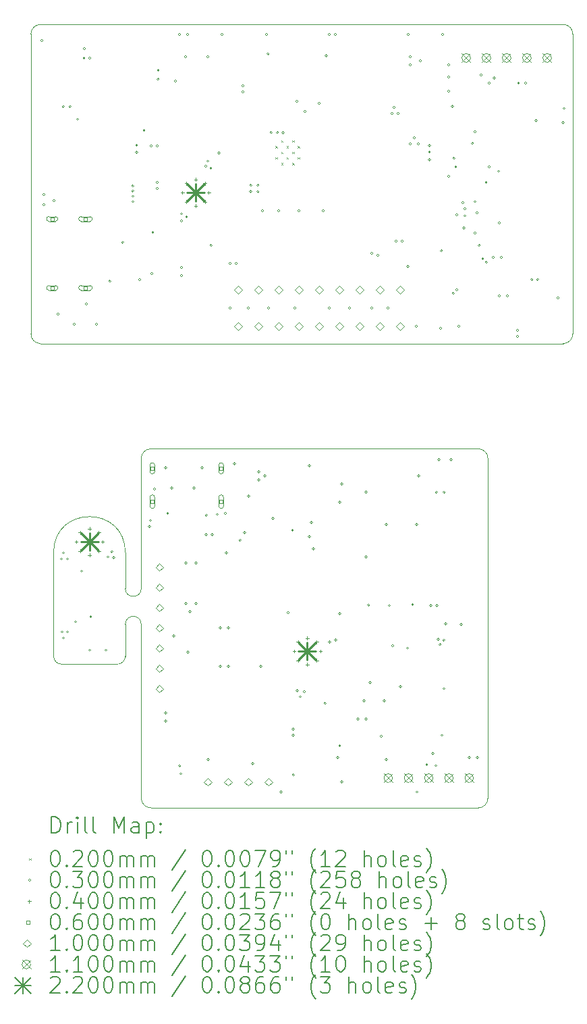
<source format=gbr>
%TF.GenerationSoftware,KiCad,Pcbnew,8.0.5*%
%TF.CreationDate,2024-10-21T14:51:43+02:00*%
%TF.ProjectId,both,626f7468-2e6b-4696-9361-645f70636258,rev?*%
%TF.SameCoordinates,Original*%
%TF.FileFunction,Drillmap*%
%TF.FilePolarity,Positive*%
%FSLAX45Y45*%
G04 Gerber Fmt 4.5, Leading zero omitted, Abs format (unit mm)*
G04 Created by KiCad (PCBNEW 8.0.5) date 2024-10-21 14:51:43*
%MOMM*%
%LPD*%
G01*
G04 APERTURE LIST*
%ADD10C,0.050000*%
%ADD11C,0.200000*%
%ADD12C,0.100000*%
%ADD13C,0.110000*%
%ADD14C,0.220000*%
G04 APERTURE END LIST*
D10*
X2803200Y-8645547D02*
X2803200Y-9945547D01*
X4023200Y-7345547D02*
X8133200Y-7345547D01*
X3703200Y-9095547D02*
X3703200Y-8645547D01*
X3903200Y-9095547D02*
G75*
G02*
X3703200Y-9095547I-100000J0D01*
G01*
X8253200Y-7465547D02*
X8253200Y-11725547D01*
X2803200Y-8645547D02*
G75*
G02*
X3703200Y-8645547I450000J0D01*
G01*
X4023200Y-11845547D02*
G75*
G02*
X3903200Y-11725547I0J120000D01*
G01*
X3903200Y-9095547D02*
X3903200Y-7465547D01*
X8133200Y-7345547D02*
G75*
G02*
X8253200Y-7465547I0J-120000D01*
G01*
X3703200Y-9945547D02*
G75*
G02*
X3601587Y-10045534I-100000J0D01*
G01*
X3703200Y-9545547D02*
G75*
G02*
X3903200Y-9545547I100000J0D01*
G01*
X2903200Y-10045547D02*
G75*
G02*
X2803200Y-9945547I0J100000D01*
G01*
X3903200Y-11725547D02*
X3903200Y-9545547D01*
X3903200Y-7465547D02*
G75*
G02*
X4023200Y-7345547I120000J0D01*
G01*
X2903200Y-10045547D02*
X3601587Y-10045547D01*
X8253200Y-11725547D02*
G75*
G02*
X8133200Y-11845547I-120000J0D01*
G01*
X3703200Y-9545547D02*
X3703200Y-9945547D01*
X8133200Y-11845547D02*
X4023200Y-11845547D01*
X2638700Y-6026200D02*
G75*
G02*
X2518700Y-5906200I0J120000D01*
G01*
X9198700Y-2026053D02*
X2638700Y-2026200D01*
X2518700Y-5906200D02*
X2518700Y-2146200D01*
X2638700Y-6026200D02*
X9198700Y-6026200D01*
X2518700Y-2146200D02*
G75*
G02*
X2638700Y-2026200I120000J0D01*
G01*
X9318700Y-5906200D02*
G75*
G02*
X9198700Y-6026200I-120000J0D01*
G01*
X9318700Y-5906200D02*
X9318700Y-2146053D01*
X9198700Y-2026053D02*
G75*
G02*
X9318700Y-2146053I-2J-120002D01*
G01*
D11*
D12*
X5588200Y-3552200D02*
X5608200Y-3572200D01*
X5608200Y-3552200D02*
X5588200Y-3572200D01*
X5588200Y-3692200D02*
X5608200Y-3712200D01*
X5608200Y-3692200D02*
X5588200Y-3712200D01*
X5658200Y-3482200D02*
X5678200Y-3502200D01*
X5678200Y-3482200D02*
X5658200Y-3502200D01*
X5658200Y-3622200D02*
X5678200Y-3642200D01*
X5678200Y-3622200D02*
X5658200Y-3642200D01*
X5658200Y-3762200D02*
X5678200Y-3782200D01*
X5678200Y-3762200D02*
X5658200Y-3782200D01*
X5728200Y-3552200D02*
X5748200Y-3572200D01*
X5748200Y-3552200D02*
X5728200Y-3572200D01*
X5728200Y-3692200D02*
X5748200Y-3712200D01*
X5748200Y-3692200D02*
X5728200Y-3712200D01*
X5798200Y-3482200D02*
X5818200Y-3502200D01*
X5818200Y-3482200D02*
X5798200Y-3502200D01*
X5798200Y-3622200D02*
X5818200Y-3642200D01*
X5818200Y-3622200D02*
X5798200Y-3642200D01*
X5798200Y-3762200D02*
X5818200Y-3782200D01*
X5818200Y-3762200D02*
X5798200Y-3782200D01*
X5868200Y-3552200D02*
X5888200Y-3572200D01*
X5888200Y-3552200D02*
X5868200Y-3572200D01*
X5868200Y-3692200D02*
X5888200Y-3712200D01*
X5888200Y-3692200D02*
X5868200Y-3712200D01*
X2669900Y-2228600D02*
G75*
G02*
X2639900Y-2228600I-15000J0D01*
G01*
X2639900Y-2228600D02*
G75*
G02*
X2669900Y-2228600I15000J0D01*
G01*
X2695300Y-4159000D02*
G75*
G02*
X2665300Y-4159000I-15000J0D01*
G01*
X2665300Y-4159000D02*
G75*
G02*
X2695300Y-4159000I15000J0D01*
G01*
X2695300Y-4286000D02*
G75*
G02*
X2665300Y-4286000I-15000J0D01*
G01*
X2665300Y-4286000D02*
G75*
G02*
X2695300Y-4286000I15000J0D01*
G01*
X2822300Y-4235200D02*
G75*
G02*
X2792300Y-4235200I-15000J0D01*
G01*
X2792300Y-4235200D02*
G75*
G02*
X2822300Y-4235200I15000J0D01*
G01*
X2873100Y-5657600D02*
G75*
G02*
X2843100Y-5657600I-15000J0D01*
G01*
X2843100Y-5657600D02*
G75*
G02*
X2873100Y-5657600I15000J0D01*
G01*
X2915200Y-8726347D02*
G75*
G02*
X2885200Y-8726347I-15000J0D01*
G01*
X2885200Y-8726347D02*
G75*
G02*
X2915200Y-8726347I15000J0D01*
G01*
X2925200Y-9640747D02*
G75*
G02*
X2895200Y-9640747I-15000J0D01*
G01*
X2895200Y-9640747D02*
G75*
G02*
X2925200Y-9640747I15000J0D01*
G01*
X2938700Y-3056200D02*
G75*
G02*
X2908700Y-3056200I-15000J0D01*
G01*
X2908700Y-3056200D02*
G75*
G02*
X2938700Y-3056200I15000J0D01*
G01*
X2940600Y-8650147D02*
G75*
G02*
X2910600Y-8650147I-15000J0D01*
G01*
X2910600Y-8650147D02*
G75*
G02*
X2940600Y-8650147I15000J0D01*
G01*
X2940600Y-9716947D02*
G75*
G02*
X2910600Y-9716947I-15000J0D01*
G01*
X2910600Y-9716947D02*
G75*
G02*
X2940600Y-9716947I15000J0D01*
G01*
X2991400Y-8726347D02*
G75*
G02*
X2961400Y-8726347I-15000J0D01*
G01*
X2961400Y-8726347D02*
G75*
G02*
X2991400Y-8726347I15000J0D01*
G01*
X2991400Y-9640747D02*
G75*
G02*
X2961400Y-9640747I-15000J0D01*
G01*
X2961400Y-9640747D02*
G75*
G02*
X2991400Y-9640747I15000J0D01*
G01*
X3023700Y-3056200D02*
G75*
G02*
X2993700Y-3056200I-15000J0D01*
G01*
X2993700Y-3056200D02*
G75*
G02*
X3023700Y-3056200I15000J0D01*
G01*
X3076300Y-5784600D02*
G75*
G02*
X3046300Y-5784600I-15000J0D01*
G01*
X3046300Y-5784600D02*
G75*
G02*
X3076300Y-5784600I15000J0D01*
G01*
X3093000Y-9513747D02*
G75*
G02*
X3063000Y-9513747I-15000J0D01*
G01*
X3063000Y-9513747D02*
G75*
G02*
X3093000Y-9513747I15000J0D01*
G01*
X3118700Y-3213700D02*
G75*
G02*
X3088700Y-3213700I-15000J0D01*
G01*
X3088700Y-3213700D02*
G75*
G02*
X3118700Y-3213700I15000J0D01*
G01*
X3169200Y-8878747D02*
G75*
G02*
X3139200Y-8878747I-15000J0D01*
G01*
X3139200Y-8878747D02*
G75*
G02*
X3169200Y-8878747I15000J0D01*
G01*
X3198700Y-2448700D02*
G75*
G02*
X3168700Y-2448700I-15000J0D01*
G01*
X3168700Y-2448700D02*
G75*
G02*
X3198700Y-2448700I15000J0D01*
G01*
X3203300Y-2330200D02*
G75*
G02*
X3173300Y-2330200I-15000J0D01*
G01*
X3173300Y-2330200D02*
G75*
G02*
X3203300Y-2330200I15000J0D01*
G01*
X3228700Y-5530600D02*
G75*
G02*
X3198700Y-5530600I-15000J0D01*
G01*
X3198700Y-5530600D02*
G75*
G02*
X3228700Y-5530600I15000J0D01*
G01*
X3270800Y-9869347D02*
G75*
G02*
X3240800Y-9869347I-15000J0D01*
G01*
X3240800Y-9869347D02*
G75*
G02*
X3270800Y-9869347I15000J0D01*
G01*
X3271200Y-2448700D02*
G75*
G02*
X3241200Y-2448700I-15000J0D01*
G01*
X3241200Y-2448700D02*
G75*
G02*
X3271200Y-2448700I15000J0D01*
G01*
X3283500Y-9450247D02*
G75*
G02*
X3253500Y-9450247I-15000J0D01*
G01*
X3253500Y-9450247D02*
G75*
G02*
X3283500Y-9450247I15000J0D01*
G01*
X3355700Y-5784600D02*
G75*
G02*
X3325700Y-5784600I-15000J0D01*
G01*
X3325700Y-5784600D02*
G75*
G02*
X3355700Y-5784600I15000J0D01*
G01*
X3474000Y-9869347D02*
G75*
G02*
X3444000Y-9869347I-15000J0D01*
G01*
X3444000Y-9869347D02*
G75*
G02*
X3474000Y-9869347I15000J0D01*
G01*
X3499400Y-8700947D02*
G75*
G02*
X3469400Y-8700947I-15000J0D01*
G01*
X3469400Y-8700947D02*
G75*
G02*
X3499400Y-8700947I15000J0D01*
G01*
X3523700Y-5245600D02*
G75*
G02*
X3493700Y-5245600I-15000J0D01*
G01*
X3493700Y-5245600D02*
G75*
G02*
X3523700Y-5245600I15000J0D01*
G01*
X3548200Y-8635547D02*
G75*
G02*
X3518200Y-8635547I-15000J0D01*
G01*
X3518200Y-8635547D02*
G75*
G02*
X3548200Y-8635547I15000J0D01*
G01*
X3573200Y-8710547D02*
G75*
G02*
X3543200Y-8710547I-15000J0D01*
G01*
X3543200Y-8710547D02*
G75*
G02*
X3573200Y-8710547I15000J0D01*
G01*
X3683700Y-4757700D02*
G75*
G02*
X3653700Y-4757700I-15000J0D01*
G01*
X3653700Y-4757700D02*
G75*
G02*
X3683700Y-4757700I15000J0D01*
G01*
X3812900Y-4051200D02*
G75*
G02*
X3782900Y-4051200I-15000J0D01*
G01*
X3782900Y-4051200D02*
G75*
G02*
X3812900Y-4051200I15000J0D01*
G01*
X3812900Y-4114200D02*
G75*
G02*
X3782900Y-4114200I-15000J0D01*
G01*
X3782900Y-4114200D02*
G75*
G02*
X3812900Y-4114200I15000J0D01*
G01*
X3812900Y-4179200D02*
G75*
G02*
X3782900Y-4179200I-15000J0D01*
G01*
X3782900Y-4179200D02*
G75*
G02*
X3812900Y-4179200I15000J0D01*
G01*
X3812900Y-4248200D02*
G75*
G02*
X3782900Y-4248200I-15000J0D01*
G01*
X3782900Y-4248200D02*
G75*
G02*
X3812900Y-4248200I15000J0D01*
G01*
X3861200Y-3541200D02*
G75*
G02*
X3831200Y-3541200I-15000J0D01*
G01*
X3831200Y-3541200D02*
G75*
G02*
X3861200Y-3541200I15000J0D01*
G01*
X3861200Y-3628700D02*
G75*
G02*
X3831200Y-3628700I-15000J0D01*
G01*
X3831200Y-3628700D02*
G75*
G02*
X3861200Y-3628700I15000J0D01*
G01*
X3898680Y-5225800D02*
G75*
G02*
X3868680Y-5225800I-15000J0D01*
G01*
X3868680Y-5225800D02*
G75*
G02*
X3898680Y-5225800I15000J0D01*
G01*
X3954400Y-3354400D02*
G75*
G02*
X3924400Y-3354400I-15000J0D01*
G01*
X3924400Y-3354400D02*
G75*
G02*
X3954400Y-3354400I15000J0D01*
G01*
X4021000Y-8319947D02*
G75*
G02*
X3991000Y-8319947I-15000J0D01*
G01*
X3991000Y-8319947D02*
G75*
G02*
X4021000Y-8319947I15000J0D01*
G01*
X4033700Y-8243747D02*
G75*
G02*
X4003700Y-8243747I-15000J0D01*
G01*
X4003700Y-8243747D02*
G75*
G02*
X4033700Y-8243747I15000J0D01*
G01*
X4041500Y-3549400D02*
G75*
G02*
X4011500Y-3549400I-15000J0D01*
G01*
X4011500Y-3549400D02*
G75*
G02*
X4041500Y-3549400I15000J0D01*
G01*
X4051080Y-5149600D02*
G75*
G02*
X4021080Y-5149600I-15000J0D01*
G01*
X4021080Y-5149600D02*
G75*
G02*
X4051080Y-5149600I15000J0D01*
G01*
X4065130Y-4632450D02*
G75*
G02*
X4035130Y-4632450I-15000J0D01*
G01*
X4035130Y-4632450D02*
G75*
G02*
X4065130Y-4632450I15000J0D01*
G01*
X4084500Y-7850047D02*
G75*
G02*
X4054500Y-7850047I-15000J0D01*
G01*
X4054500Y-7850047D02*
G75*
G02*
X4084500Y-7850047I15000J0D01*
G01*
X4117700Y-3549400D02*
G75*
G02*
X4087700Y-3549400I-15000J0D01*
G01*
X4087700Y-3549400D02*
G75*
G02*
X4117700Y-3549400I15000J0D01*
G01*
X4117700Y-4006600D02*
G75*
G02*
X4087700Y-4006600I-15000J0D01*
G01*
X4087700Y-4006600D02*
G75*
G02*
X4117700Y-4006600I15000J0D01*
G01*
X4117700Y-4082800D02*
G75*
G02*
X4087700Y-4082800I-15000J0D01*
G01*
X4087700Y-4082800D02*
G75*
G02*
X4117700Y-4082800I15000J0D01*
G01*
X4128700Y-2711200D02*
G75*
G02*
X4098700Y-2711200I-15000J0D01*
G01*
X4098700Y-2711200D02*
G75*
G02*
X4128700Y-2711200I15000J0D01*
G01*
X4131200Y-2601200D02*
G75*
G02*
X4101200Y-2601200I-15000J0D01*
G01*
X4101200Y-2601200D02*
G75*
G02*
X4131200Y-2601200I15000J0D01*
G01*
X4224200Y-7583347D02*
G75*
G02*
X4194200Y-7583347I-15000J0D01*
G01*
X4194200Y-7583347D02*
G75*
G02*
X4224200Y-7583347I15000J0D01*
G01*
X4224200Y-10656747D02*
G75*
G02*
X4194200Y-10656747I-15000J0D01*
G01*
X4194200Y-10656747D02*
G75*
G02*
X4224200Y-10656747I15000J0D01*
G01*
X4224200Y-10758347D02*
G75*
G02*
X4194200Y-10758347I-15000J0D01*
G01*
X4194200Y-10758347D02*
G75*
G02*
X4224200Y-10758347I15000J0D01*
G01*
X4248400Y-8154847D02*
G75*
G02*
X4218400Y-8154847I-15000J0D01*
G01*
X4218400Y-8154847D02*
G75*
G02*
X4248400Y-8154847I15000J0D01*
G01*
X4300400Y-7837347D02*
G75*
G02*
X4270400Y-7837347I-15000J0D01*
G01*
X4270400Y-7837347D02*
G75*
G02*
X4300400Y-7837347I15000J0D01*
G01*
X4325800Y-9691547D02*
G75*
G02*
X4295800Y-9691547I-15000J0D01*
G01*
X4295800Y-9691547D02*
G75*
G02*
X4325800Y-9691547I15000J0D01*
G01*
X4346300Y-2736600D02*
G75*
G02*
X4316300Y-2736600I-15000J0D01*
G01*
X4316300Y-2736600D02*
G75*
G02*
X4346300Y-2736600I15000J0D01*
G01*
X4397100Y-2152400D02*
G75*
G02*
X4367100Y-2152400I-15000J0D01*
G01*
X4367100Y-2152400D02*
G75*
G02*
X4397100Y-2152400I15000J0D01*
G01*
X4400044Y-11317723D02*
G75*
G02*
X4370044Y-11317723I-15000J0D01*
G01*
X4370044Y-11317723D02*
G75*
G02*
X4400044Y-11317723I15000J0D01*
G01*
X4414700Y-11418747D02*
G75*
G02*
X4384700Y-11418747I-15000J0D01*
G01*
X4384700Y-11418747D02*
G75*
G02*
X4414700Y-11418747I15000J0D01*
G01*
X4422500Y-4400300D02*
G75*
G02*
X4392500Y-4400300I-15000J0D01*
G01*
X4392500Y-4400300D02*
G75*
G02*
X4422500Y-4400300I15000J0D01*
G01*
X4422500Y-4489200D02*
G75*
G02*
X4392500Y-4489200I-15000J0D01*
G01*
X4392500Y-4489200D02*
G75*
G02*
X4422500Y-4489200I15000J0D01*
G01*
X4422500Y-5073400D02*
G75*
G02*
X4392500Y-5073400I-15000J0D01*
G01*
X4392500Y-5073400D02*
G75*
G02*
X4422500Y-5073400I15000J0D01*
G01*
X4422500Y-5175000D02*
G75*
G02*
X4392500Y-5175000I-15000J0D01*
G01*
X4392500Y-5175000D02*
G75*
G02*
X4422500Y-5175000I15000J0D01*
G01*
X4473300Y-2431800D02*
G75*
G02*
X4443300Y-2431800I-15000J0D01*
G01*
X4443300Y-2431800D02*
G75*
G02*
X4473300Y-2431800I15000J0D01*
G01*
X4478200Y-8777147D02*
G75*
G02*
X4448200Y-8777147I-15000J0D01*
G01*
X4448200Y-8777147D02*
G75*
G02*
X4478200Y-8777147I15000J0D01*
G01*
X4478200Y-9285147D02*
G75*
G02*
X4448200Y-9285147I-15000J0D01*
G01*
X4448200Y-9285147D02*
G75*
G02*
X4478200Y-9285147I15000J0D01*
G01*
X4486000Y-4438400D02*
G75*
G02*
X4456000Y-4438400I-15000J0D01*
G01*
X4456000Y-4438400D02*
G75*
G02*
X4486000Y-4438400I15000J0D01*
G01*
X4498700Y-2152400D02*
G75*
G02*
X4468700Y-2152400I-15000J0D01*
G01*
X4468700Y-2152400D02*
G75*
G02*
X4498700Y-2152400I15000J0D01*
G01*
X4503600Y-9894747D02*
G75*
G02*
X4473600Y-9894747I-15000J0D01*
G01*
X4473600Y-9894747D02*
G75*
G02*
X4503600Y-9894747I15000J0D01*
G01*
X4529000Y-9386747D02*
G75*
G02*
X4499000Y-9386747I-15000J0D01*
G01*
X4499000Y-9386747D02*
G75*
G02*
X4529000Y-9386747I15000J0D01*
G01*
X4579800Y-7837347D02*
G75*
G02*
X4549800Y-7837347I-15000J0D01*
G01*
X4549800Y-7837347D02*
G75*
G02*
X4579800Y-7837347I15000J0D01*
G01*
X4605200Y-8777147D02*
G75*
G02*
X4575200Y-8777147I-15000J0D01*
G01*
X4575200Y-8777147D02*
G75*
G02*
X4605200Y-8777147I15000J0D01*
G01*
X4605200Y-9285147D02*
G75*
G02*
X4575200Y-9285147I-15000J0D01*
G01*
X4575200Y-9285147D02*
G75*
G02*
X4605200Y-9285147I15000J0D01*
G01*
X4681400Y-7583347D02*
G75*
G02*
X4651400Y-7583347I-15000J0D01*
G01*
X4651400Y-7583347D02*
G75*
G02*
X4681400Y-7583347I15000J0D01*
G01*
X4727300Y-3803400D02*
G75*
G02*
X4697300Y-3803400I-15000J0D01*
G01*
X4697300Y-3803400D02*
G75*
G02*
X4727300Y-3803400I15000J0D01*
G01*
X4732200Y-8421547D02*
G75*
G02*
X4702200Y-8421547I-15000J0D01*
G01*
X4702200Y-8421547D02*
G75*
G02*
X4732200Y-8421547I15000J0D01*
G01*
X4734550Y-8177897D02*
G75*
G02*
X4704550Y-8177897I-15000J0D01*
G01*
X4704550Y-8177897D02*
G75*
G02*
X4734550Y-8177897I15000J0D01*
G01*
X4752700Y-2431800D02*
G75*
G02*
X4722700Y-2431800I-15000J0D01*
G01*
X4722700Y-2431800D02*
G75*
G02*
X4752700Y-2431800I15000J0D01*
G01*
X4752700Y-3739900D02*
G75*
G02*
X4722700Y-3739900I-15000J0D01*
G01*
X4722700Y-3739900D02*
G75*
G02*
X4752700Y-3739900I15000J0D01*
G01*
X4757600Y-11240947D02*
G75*
G02*
X4727600Y-11240947I-15000J0D01*
G01*
X4727600Y-11240947D02*
G75*
G02*
X4757600Y-11240947I15000J0D01*
G01*
X4790800Y-3828800D02*
G75*
G02*
X4760800Y-3828800I-15000J0D01*
G01*
X4760800Y-3828800D02*
G75*
G02*
X4790800Y-3828800I15000J0D01*
G01*
X4794950Y-4794950D02*
G75*
G02*
X4764950Y-4794950I-15000J0D01*
G01*
X4764950Y-4794950D02*
G75*
G02*
X4794950Y-4794950I15000J0D01*
G01*
X4808400Y-8421547D02*
G75*
G02*
X4778400Y-8421547I-15000J0D01*
G01*
X4778400Y-8421547D02*
G75*
G02*
X4808400Y-8421547I15000J0D01*
G01*
X4871900Y-8167547D02*
G75*
G02*
X4841900Y-8167547I-15000J0D01*
G01*
X4841900Y-8167547D02*
G75*
G02*
X4871900Y-8167547I15000J0D01*
G01*
X4892400Y-3638700D02*
G75*
G02*
X4862400Y-3638700I-15000J0D01*
G01*
X4862400Y-3638700D02*
G75*
G02*
X4892400Y-3638700I15000J0D01*
G01*
X4910000Y-9589947D02*
G75*
G02*
X4880000Y-9589947I-15000J0D01*
G01*
X4880000Y-9589947D02*
G75*
G02*
X4910000Y-9589947I15000J0D01*
G01*
X4910000Y-10072547D02*
G75*
G02*
X4880000Y-10072547I-15000J0D01*
G01*
X4880000Y-10072547D02*
G75*
G02*
X4910000Y-10072547I15000J0D01*
G01*
X4930500Y-2152400D02*
G75*
G02*
X4900500Y-2152400I-15000J0D01*
G01*
X4900500Y-2152400D02*
G75*
G02*
X4930500Y-2152400I15000J0D01*
G01*
X4973500Y-8154847D02*
G75*
G02*
X4943500Y-8154847I-15000J0D01*
G01*
X4943500Y-8154847D02*
G75*
G02*
X4973500Y-8154847I15000J0D01*
G01*
X4986200Y-8650147D02*
G75*
G02*
X4956200Y-8650147I-15000J0D01*
G01*
X4956200Y-8650147D02*
G75*
G02*
X4986200Y-8650147I15000J0D01*
G01*
X5011600Y-9589947D02*
G75*
G02*
X4981600Y-9589947I-15000J0D01*
G01*
X4981600Y-9589947D02*
G75*
G02*
X5011600Y-9589947I15000J0D01*
G01*
X5011600Y-10072547D02*
G75*
G02*
X4981600Y-10072547I-15000J0D01*
G01*
X4981600Y-10072547D02*
G75*
G02*
X5011600Y-10072547I15000J0D01*
G01*
X5032100Y-5022600D02*
G75*
G02*
X5002100Y-5022600I-15000J0D01*
G01*
X5002100Y-5022600D02*
G75*
G02*
X5032100Y-5022600I15000J0D01*
G01*
X5032100Y-5581400D02*
G75*
G02*
X5002100Y-5581400I-15000J0D01*
G01*
X5002100Y-5581400D02*
G75*
G02*
X5032100Y-5581400I15000J0D01*
G01*
X5087800Y-7532547D02*
G75*
G02*
X5057800Y-7532547I-15000J0D01*
G01*
X5057800Y-7532547D02*
G75*
G02*
X5087800Y-7532547I15000J0D01*
G01*
X5108300Y-5022600D02*
G75*
G02*
X5078300Y-5022600I-15000J0D01*
G01*
X5078300Y-5022600D02*
G75*
G02*
X5108300Y-5022600I15000J0D01*
G01*
X5158500Y-8492247D02*
G75*
G02*
X5128500Y-8492247I-15000J0D01*
G01*
X5128500Y-8492247D02*
G75*
G02*
X5158500Y-8492247I15000J0D01*
G01*
X5192700Y-2871200D02*
G75*
G02*
X5162700Y-2871200I-15000J0D01*
G01*
X5162700Y-2871200D02*
G75*
G02*
X5192700Y-2871200I15000J0D01*
G01*
X5193700Y-2796200D02*
G75*
G02*
X5163700Y-2796200I-15000J0D01*
G01*
X5163700Y-2796200D02*
G75*
G02*
X5193700Y-2796200I15000J0D01*
G01*
X5214800Y-8396147D02*
G75*
G02*
X5184800Y-8396147I-15000J0D01*
G01*
X5184800Y-8396147D02*
G75*
G02*
X5214800Y-8396147I15000J0D01*
G01*
X5260700Y-5581400D02*
G75*
G02*
X5230700Y-5581400I-15000J0D01*
G01*
X5230700Y-5581400D02*
G75*
G02*
X5260700Y-5581400I15000J0D01*
G01*
X5265600Y-7938947D02*
G75*
G02*
X5235600Y-7938947I-15000J0D01*
G01*
X5235600Y-7938947D02*
G75*
G02*
X5265600Y-7938947I15000J0D01*
G01*
X5292300Y-4121200D02*
G75*
G02*
X5262300Y-4121200I-15000J0D01*
G01*
X5262300Y-4121200D02*
G75*
G02*
X5292300Y-4121200I15000J0D01*
G01*
X5294336Y-4041200D02*
G75*
G02*
X5264336Y-4041200I-15000J0D01*
G01*
X5264336Y-4041200D02*
G75*
G02*
X5294336Y-4041200I15000J0D01*
G01*
X5316400Y-11291747D02*
G75*
G02*
X5286400Y-11291747I-15000J0D01*
G01*
X5286400Y-11291747D02*
G75*
G02*
X5316400Y-11291747I15000J0D01*
G01*
X5381200Y-4121200D02*
G75*
G02*
X5351200Y-4121200I-15000J0D01*
G01*
X5351200Y-4121200D02*
G75*
G02*
X5381200Y-4121200I15000J0D01*
G01*
X5383700Y-4041200D02*
G75*
G02*
X5353700Y-4041200I-15000J0D01*
G01*
X5353700Y-4041200D02*
G75*
G02*
X5383700Y-4041200I15000J0D01*
G01*
X5392600Y-7634147D02*
G75*
G02*
X5362600Y-7634147I-15000J0D01*
G01*
X5362600Y-7634147D02*
G75*
G02*
X5392600Y-7634147I15000J0D01*
G01*
X5392600Y-7735747D02*
G75*
G02*
X5362600Y-7735747I-15000J0D01*
G01*
X5362600Y-7735747D02*
G75*
G02*
X5392600Y-7735747I15000J0D01*
G01*
X5418000Y-10072547D02*
G75*
G02*
X5388000Y-10072547I-15000J0D01*
G01*
X5388000Y-10072547D02*
G75*
G02*
X5418000Y-10072547I15000J0D01*
G01*
X5438500Y-4362200D02*
G75*
G02*
X5408500Y-4362200I-15000J0D01*
G01*
X5408500Y-4362200D02*
G75*
G02*
X5438500Y-4362200I15000J0D01*
G01*
X5468800Y-7684947D02*
G75*
G02*
X5438800Y-7684947I-15000J0D01*
G01*
X5438800Y-7684947D02*
G75*
G02*
X5468800Y-7684947I15000J0D01*
G01*
X5489300Y-2152400D02*
G75*
G02*
X5459300Y-2152400I-15000J0D01*
G01*
X5459300Y-2152400D02*
G75*
G02*
X5489300Y-2152400I15000J0D01*
G01*
X5508700Y-2396200D02*
G75*
G02*
X5478700Y-2396200I-15000J0D01*
G01*
X5478700Y-2396200D02*
G75*
G02*
X5508700Y-2396200I15000J0D01*
G01*
X5514700Y-5581400D02*
G75*
G02*
X5484700Y-5581400I-15000J0D01*
G01*
X5484700Y-5581400D02*
G75*
G02*
X5514700Y-5581400I15000J0D01*
G01*
X5548700Y-3381200D02*
G75*
G02*
X5518700Y-3381200I-15000J0D01*
G01*
X5518700Y-3381200D02*
G75*
G02*
X5548700Y-3381200I15000J0D01*
G01*
X5570400Y-8218347D02*
G75*
G02*
X5540400Y-8218347I-15000J0D01*
G01*
X5540400Y-8218347D02*
G75*
G02*
X5570400Y-8218347I15000J0D01*
G01*
X5626200Y-3381200D02*
G75*
G02*
X5596200Y-3381200I-15000J0D01*
G01*
X5596200Y-3381200D02*
G75*
G02*
X5626200Y-3381200I15000J0D01*
G01*
X5641700Y-4362200D02*
G75*
G02*
X5611700Y-4362200I-15000J0D01*
G01*
X5611700Y-4362200D02*
G75*
G02*
X5641700Y-4362200I15000J0D01*
G01*
X5672000Y-11647347D02*
G75*
G02*
X5642000Y-11647347I-15000J0D01*
G01*
X5642000Y-11647347D02*
G75*
G02*
X5672000Y-11647347I15000J0D01*
G01*
X5696200Y-3383700D02*
G75*
G02*
X5666200Y-3383700I-15000J0D01*
G01*
X5666200Y-3383700D02*
G75*
G02*
X5696200Y-3383700I15000J0D01*
G01*
X5760900Y-9399447D02*
G75*
G02*
X5730900Y-9399447I-15000J0D01*
G01*
X5730900Y-9399447D02*
G75*
G02*
X5760900Y-9399447I15000J0D01*
G01*
X5816998Y-8366931D02*
G75*
G02*
X5786998Y-8366931I-15000J0D01*
G01*
X5786998Y-8366931D02*
G75*
G02*
X5816998Y-8366931I15000J0D01*
G01*
X5824400Y-10859947D02*
G75*
G02*
X5794400Y-10859947I-15000J0D01*
G01*
X5794400Y-10859947D02*
G75*
G02*
X5824400Y-10859947I15000J0D01*
G01*
X5824400Y-10936147D02*
G75*
G02*
X5794400Y-10936147I-15000J0D01*
G01*
X5794400Y-10936147D02*
G75*
G02*
X5824400Y-10936147I15000J0D01*
G01*
X5827050Y-11434097D02*
G75*
G02*
X5797050Y-11434097I-15000J0D01*
G01*
X5797050Y-11434097D02*
G75*
G02*
X5827050Y-11434097I15000J0D01*
G01*
X5844900Y-5581400D02*
G75*
G02*
X5814900Y-5581400I-15000J0D01*
G01*
X5814900Y-5581400D02*
G75*
G02*
X5844900Y-5581400I15000J0D01*
G01*
X5870300Y-2990600D02*
G75*
G02*
X5840300Y-2990600I-15000J0D01*
G01*
X5840300Y-2990600D02*
G75*
G02*
X5870300Y-2990600I15000J0D01*
G01*
X5875200Y-10377347D02*
G75*
G02*
X5845200Y-10377347I-15000J0D01*
G01*
X5845200Y-10377347D02*
G75*
G02*
X5875200Y-10377347I15000J0D01*
G01*
X5895700Y-4362200D02*
G75*
G02*
X5865700Y-4362200I-15000J0D01*
G01*
X5865700Y-4362200D02*
G75*
G02*
X5895700Y-4362200I15000J0D01*
G01*
X5913300Y-10453547D02*
G75*
G02*
X5883300Y-10453547I-15000J0D01*
G01*
X5883300Y-10453547D02*
G75*
G02*
X5913300Y-10453547I15000J0D01*
G01*
X5964100Y-10390047D02*
G75*
G02*
X5934100Y-10390047I-15000J0D01*
G01*
X5934100Y-10390047D02*
G75*
G02*
X5964100Y-10390047I15000J0D01*
G01*
X5971900Y-3117600D02*
G75*
G02*
X5941900Y-3117600I-15000J0D01*
G01*
X5941900Y-3117600D02*
G75*
G02*
X5971900Y-3117600I15000J0D01*
G01*
X6027600Y-7557947D02*
G75*
G02*
X5997600Y-7557947I-15000J0D01*
G01*
X5997600Y-7557947D02*
G75*
G02*
X6027600Y-7557947I15000J0D01*
G01*
X6027600Y-8446947D02*
G75*
G02*
X5997600Y-8446947I-15000J0D01*
G01*
X5997600Y-8446947D02*
G75*
G02*
X6027600Y-8446947I15000J0D01*
G01*
X6053000Y-8269147D02*
G75*
G02*
X6023000Y-8269147I-15000J0D01*
G01*
X6023000Y-8269147D02*
G75*
G02*
X6053000Y-8269147I15000J0D01*
G01*
X6078400Y-8599347D02*
G75*
G02*
X6048400Y-8599347I-15000J0D01*
G01*
X6048400Y-8599347D02*
G75*
G02*
X6078400Y-8599347I15000J0D01*
G01*
X6149700Y-3016000D02*
G75*
G02*
X6119700Y-3016000I-15000J0D01*
G01*
X6119700Y-3016000D02*
G75*
G02*
X6149700Y-3016000I15000J0D01*
G01*
X6200500Y-4362200D02*
G75*
G02*
X6170500Y-4362200I-15000J0D01*
G01*
X6170500Y-4362200D02*
G75*
G02*
X6200500Y-4362200I15000J0D01*
G01*
X6224100Y-10536447D02*
G75*
G02*
X6194100Y-10536447I-15000J0D01*
G01*
X6194100Y-10536447D02*
G75*
G02*
X6224100Y-10536447I15000J0D01*
G01*
X6241200Y-2418700D02*
G75*
G02*
X6211200Y-2418700I-15000J0D01*
G01*
X6211200Y-2418700D02*
G75*
G02*
X6241200Y-2418700I15000J0D01*
G01*
X6276700Y-2152400D02*
G75*
G02*
X6246700Y-2152400I-15000J0D01*
G01*
X6246700Y-2152400D02*
G75*
G02*
X6276700Y-2152400I15000J0D01*
G01*
X6276700Y-5581400D02*
G75*
G02*
X6246700Y-5581400I-15000J0D01*
G01*
X6246700Y-5581400D02*
G75*
G02*
X6276700Y-5581400I15000J0D01*
G01*
X6281600Y-9767747D02*
G75*
G02*
X6251600Y-9767747I-15000J0D01*
G01*
X6251600Y-9767747D02*
G75*
G02*
X6281600Y-9767747I15000J0D01*
G01*
X6352900Y-2152400D02*
G75*
G02*
X6322900Y-2152400I-15000J0D01*
G01*
X6322900Y-2152400D02*
G75*
G02*
X6352900Y-2152400I15000J0D01*
G01*
X6357800Y-9742347D02*
G75*
G02*
X6327800Y-9742347I-15000J0D01*
G01*
X6327800Y-9742347D02*
G75*
G02*
X6357800Y-9742347I15000J0D01*
G01*
X6383200Y-11215547D02*
G75*
G02*
X6353200Y-11215547I-15000J0D01*
G01*
X6353200Y-11215547D02*
G75*
G02*
X6383200Y-11215547I15000J0D01*
G01*
X6408600Y-8015147D02*
G75*
G02*
X6378600Y-8015147I-15000J0D01*
G01*
X6378600Y-8015147D02*
G75*
G02*
X6408600Y-8015147I15000J0D01*
G01*
X6408600Y-9412147D02*
G75*
G02*
X6378600Y-9412147I-15000J0D01*
G01*
X6378600Y-9412147D02*
G75*
G02*
X6408600Y-9412147I15000J0D01*
G01*
X6408600Y-11068227D02*
G75*
G02*
X6378600Y-11068227I-15000J0D01*
G01*
X6378600Y-11068227D02*
G75*
G02*
X6408600Y-11068227I15000J0D01*
G01*
X6434000Y-7786547D02*
G75*
G02*
X6404000Y-7786547I-15000J0D01*
G01*
X6404000Y-7786547D02*
G75*
G02*
X6434000Y-7786547I15000J0D01*
G01*
X6434000Y-11520347D02*
G75*
G02*
X6404000Y-11520347I-15000J0D01*
G01*
X6404000Y-11520347D02*
G75*
G02*
X6434000Y-11520347I15000J0D01*
G01*
X6530700Y-5581400D02*
G75*
G02*
X6500700Y-5581400I-15000J0D01*
G01*
X6500700Y-5581400D02*
G75*
G02*
X6530700Y-5581400I15000J0D01*
G01*
X6637200Y-10732947D02*
G75*
G02*
X6607200Y-10732947I-15000J0D01*
G01*
X6607200Y-10732947D02*
G75*
G02*
X6637200Y-10732947I15000J0D01*
G01*
X6713400Y-10504347D02*
G75*
G02*
X6683400Y-10504347I-15000J0D01*
G01*
X6683400Y-10504347D02*
G75*
G02*
X6713400Y-10504347I15000J0D01*
G01*
X6738800Y-7888147D02*
G75*
G02*
X6708800Y-7888147I-15000J0D01*
G01*
X6708800Y-7888147D02*
G75*
G02*
X6738800Y-7888147I15000J0D01*
G01*
X6738800Y-8700947D02*
G75*
G02*
X6708800Y-8700947I-15000J0D01*
G01*
X6708800Y-8700947D02*
G75*
G02*
X6738800Y-8700947I15000J0D01*
G01*
X6738800Y-10732947D02*
G75*
G02*
X6708800Y-10732947I-15000J0D01*
G01*
X6708800Y-10732947D02*
G75*
G02*
X6738800Y-10732947I15000J0D01*
G01*
X6770000Y-9304747D02*
G75*
G02*
X6740000Y-9304747I-15000J0D01*
G01*
X6740000Y-9304747D02*
G75*
G02*
X6770000Y-9304747I15000J0D01*
G01*
X6789600Y-10275747D02*
G75*
G02*
X6759600Y-10275747I-15000J0D01*
G01*
X6759600Y-10275747D02*
G75*
G02*
X6789600Y-10275747I15000J0D01*
G01*
X6810100Y-4895600D02*
G75*
G02*
X6780100Y-4895600I-15000J0D01*
G01*
X6780100Y-4895600D02*
G75*
G02*
X6810100Y-4895600I15000J0D01*
G01*
X6810100Y-5581400D02*
G75*
G02*
X6780100Y-5581400I-15000J0D01*
G01*
X6780100Y-5581400D02*
G75*
G02*
X6810100Y-5581400I15000J0D01*
G01*
X6886300Y-4921000D02*
G75*
G02*
X6856300Y-4921000I-15000J0D01*
G01*
X6856300Y-4921000D02*
G75*
G02*
X6886300Y-4921000I15000J0D01*
G01*
X6929300Y-10948847D02*
G75*
G02*
X6899300Y-10948847I-15000J0D01*
G01*
X6899300Y-10948847D02*
G75*
G02*
X6929300Y-10948847I15000J0D01*
G01*
X6967400Y-10504347D02*
G75*
G02*
X6937400Y-10504347I-15000J0D01*
G01*
X6937400Y-10504347D02*
G75*
G02*
X6967400Y-10504347I15000J0D01*
G01*
X6992800Y-8294547D02*
G75*
G02*
X6962800Y-8294547I-15000J0D01*
G01*
X6962800Y-8294547D02*
G75*
G02*
X6992800Y-8294547I15000J0D01*
G01*
X6992800Y-11240947D02*
G75*
G02*
X6962800Y-11240947I-15000J0D01*
G01*
X6962800Y-11240947D02*
G75*
G02*
X6992800Y-11240947I15000J0D01*
G01*
X7013300Y-5581400D02*
G75*
G02*
X6983300Y-5581400I-15000J0D01*
G01*
X6983300Y-5581400D02*
G75*
G02*
X7013300Y-5581400I15000J0D01*
G01*
X7030900Y-9310547D02*
G75*
G02*
X7000900Y-9310547I-15000J0D01*
G01*
X7000900Y-9310547D02*
G75*
G02*
X7030900Y-9310547I15000J0D01*
G01*
X7064100Y-3143000D02*
G75*
G02*
X7034100Y-3143000I-15000J0D01*
G01*
X7034100Y-3143000D02*
G75*
G02*
X7064100Y-3143000I15000J0D01*
G01*
X7072200Y-9814547D02*
G75*
G02*
X7042200Y-9814547I-15000J0D01*
G01*
X7042200Y-9814547D02*
G75*
G02*
X7072200Y-9814547I15000J0D01*
G01*
X7089500Y-3066800D02*
G75*
G02*
X7059500Y-3066800I-15000J0D01*
G01*
X7059500Y-3066800D02*
G75*
G02*
X7089500Y-3066800I15000J0D01*
G01*
X7114900Y-4743200D02*
G75*
G02*
X7084900Y-4743200I-15000J0D01*
G01*
X7084900Y-4743200D02*
G75*
G02*
X7114900Y-4743200I15000J0D01*
G01*
X7140300Y-3143000D02*
G75*
G02*
X7110300Y-3143000I-15000J0D01*
G01*
X7110300Y-3143000D02*
G75*
G02*
X7140300Y-3143000I15000J0D01*
G01*
X7170600Y-10326547D02*
G75*
G02*
X7140600Y-10326547I-15000J0D01*
G01*
X7140600Y-10326547D02*
G75*
G02*
X7170600Y-10326547I15000J0D01*
G01*
X7191100Y-4743200D02*
G75*
G02*
X7161100Y-4743200I-15000J0D01*
G01*
X7161100Y-4743200D02*
G75*
G02*
X7191100Y-4743200I15000J0D01*
G01*
X7259500Y-9843947D02*
G75*
G02*
X7229500Y-9843947I-15000J0D01*
G01*
X7229500Y-9843947D02*
G75*
G02*
X7259500Y-9843947I15000J0D01*
G01*
X7263700Y-5061200D02*
G75*
G02*
X7233700Y-5061200I-15000J0D01*
G01*
X7233700Y-5061200D02*
G75*
G02*
X7263700Y-5061200I15000J0D01*
G01*
X7267300Y-2152400D02*
G75*
G02*
X7237300Y-2152400I-15000J0D01*
G01*
X7237300Y-2152400D02*
G75*
G02*
X7267300Y-2152400I15000J0D01*
G01*
X7292700Y-2431800D02*
G75*
G02*
X7262700Y-2431800I-15000J0D01*
G01*
X7262700Y-2431800D02*
G75*
G02*
X7292700Y-2431800I15000J0D01*
G01*
X7292700Y-2533400D02*
G75*
G02*
X7262700Y-2533400I-15000J0D01*
G01*
X7262700Y-2533400D02*
G75*
G02*
X7292700Y-2533400I15000J0D01*
G01*
X7292700Y-3524000D02*
G75*
G02*
X7262700Y-3524000I-15000J0D01*
G01*
X7262700Y-3524000D02*
G75*
G02*
X7292700Y-3524000I15000J0D01*
G01*
X7323000Y-9297847D02*
G75*
G02*
X7293000Y-9297847I-15000J0D01*
G01*
X7293000Y-9297847D02*
G75*
G02*
X7323000Y-9297847I15000J0D01*
G01*
X7343500Y-3447800D02*
G75*
G02*
X7313500Y-3447800I-15000J0D01*
G01*
X7313500Y-3447800D02*
G75*
G02*
X7343500Y-3447800I15000J0D01*
G01*
X7369700Y-5810200D02*
G75*
G02*
X7339700Y-5810200I-15000J0D01*
G01*
X7339700Y-5810200D02*
G75*
G02*
X7369700Y-5810200I15000J0D01*
G01*
X7373800Y-8294547D02*
G75*
G02*
X7343800Y-8294547I-15000J0D01*
G01*
X7343800Y-8294547D02*
G75*
G02*
X7373800Y-8294547I15000J0D01*
G01*
X7378200Y-11647547D02*
G75*
G02*
X7348200Y-11647547I-15000J0D01*
G01*
X7348200Y-11647547D02*
G75*
G02*
X7378200Y-11647547I15000J0D01*
G01*
X7394300Y-3524000D02*
G75*
G02*
X7364300Y-3524000I-15000J0D01*
G01*
X7364300Y-3524000D02*
G75*
G02*
X7394300Y-3524000I15000J0D01*
G01*
X7399200Y-7684947D02*
G75*
G02*
X7369200Y-7684947I-15000J0D01*
G01*
X7369200Y-7684947D02*
G75*
G02*
X7399200Y-7684947I15000J0D01*
G01*
X7419700Y-2482600D02*
G75*
G02*
X7389700Y-2482600I-15000J0D01*
G01*
X7389700Y-2482600D02*
G75*
G02*
X7419700Y-2482600I15000J0D01*
G01*
X7500800Y-11304447D02*
G75*
G02*
X7470800Y-11304447I-15000J0D01*
G01*
X7470800Y-11304447D02*
G75*
G02*
X7500800Y-11304447I15000J0D01*
G01*
X7534300Y-3723200D02*
G75*
G02*
X7504300Y-3723200I-15000J0D01*
G01*
X7504300Y-3723200D02*
G75*
G02*
X7534300Y-3723200I15000J0D01*
G01*
X7535700Y-3545400D02*
G75*
G02*
X7505700Y-3545400I-15000J0D01*
G01*
X7505700Y-3545400D02*
G75*
G02*
X7535700Y-3545400I15000J0D01*
G01*
X7535700Y-3625600D02*
G75*
G02*
X7505700Y-3625600I-15000J0D01*
G01*
X7505700Y-3625600D02*
G75*
G02*
X7535700Y-3625600I15000J0D01*
G01*
X7551600Y-9310547D02*
G75*
G02*
X7521600Y-9310547I-15000J0D01*
G01*
X7521600Y-9310547D02*
G75*
G02*
X7551600Y-9310547I15000J0D01*
G01*
X7577000Y-11164747D02*
G75*
G02*
X7547000Y-11164747I-15000J0D01*
G01*
X7547000Y-11164747D02*
G75*
G02*
X7577000Y-11164747I15000J0D01*
G01*
X7615100Y-11317147D02*
G75*
G02*
X7585100Y-11317147I-15000J0D01*
G01*
X7585100Y-11317147D02*
G75*
G02*
X7615100Y-11317147I15000J0D01*
G01*
X7622000Y-7889547D02*
G75*
G02*
X7592000Y-7889547I-15000J0D01*
G01*
X7592000Y-7889547D02*
G75*
G02*
X7622000Y-7889547I15000J0D01*
G01*
X7627800Y-9310547D02*
G75*
G02*
X7597800Y-9310547I-15000J0D01*
G01*
X7597800Y-9310547D02*
G75*
G02*
X7627800Y-9310547I15000J0D01*
G01*
X7643200Y-9733547D02*
G75*
G02*
X7613200Y-9733547I-15000J0D01*
G01*
X7613200Y-9733547D02*
G75*
G02*
X7643200Y-9733547I15000J0D01*
G01*
X7653200Y-7481747D02*
G75*
G02*
X7623200Y-7481747I-15000J0D01*
G01*
X7623200Y-7481747D02*
G75*
G02*
X7653200Y-7481747I15000J0D01*
G01*
X7666200Y-9799547D02*
G75*
G02*
X7636200Y-9799547I-15000J0D01*
G01*
X7636200Y-9799547D02*
G75*
G02*
X7666200Y-9799547I15000J0D01*
G01*
X7673700Y-5835400D02*
G75*
G02*
X7643700Y-5835400I-15000J0D01*
G01*
X7643700Y-5835400D02*
G75*
G02*
X7673700Y-5835400I15000J0D01*
G01*
X7683700Y-4863700D02*
G75*
G02*
X7653700Y-4863700I-15000J0D01*
G01*
X7653700Y-4863700D02*
G75*
G02*
X7683700Y-4863700I15000J0D01*
G01*
X7691300Y-10936147D02*
G75*
G02*
X7661300Y-10936147I-15000J0D01*
G01*
X7661300Y-10936147D02*
G75*
G02*
X7691300Y-10936147I15000J0D01*
G01*
X7699100Y-2152400D02*
G75*
G02*
X7669100Y-2152400I-15000J0D01*
G01*
X7669100Y-2152400D02*
G75*
G02*
X7699100Y-2152400I15000J0D01*
G01*
X7716200Y-9743547D02*
G75*
G02*
X7686200Y-9743547I-15000J0D01*
G01*
X7686200Y-9743547D02*
G75*
G02*
X7716200Y-9743547I15000J0D01*
G01*
X7716700Y-10351947D02*
G75*
G02*
X7686700Y-10351947I-15000J0D01*
G01*
X7686700Y-10351947D02*
G75*
G02*
X7716700Y-10351947I15000J0D01*
G01*
X7718200Y-7889547D02*
G75*
G02*
X7688200Y-7889547I-15000J0D01*
G01*
X7688200Y-7889547D02*
G75*
G02*
X7718200Y-7889547I15000J0D01*
G01*
X7739560Y-9539147D02*
G75*
G02*
X7709560Y-9539147I-15000J0D01*
G01*
X7709560Y-9539147D02*
G75*
G02*
X7739560Y-9539147I15000J0D01*
G01*
X7775300Y-2533400D02*
G75*
G02*
X7745300Y-2533400I-15000J0D01*
G01*
X7745300Y-2533400D02*
G75*
G02*
X7775300Y-2533400I15000J0D01*
G01*
X7775300Y-2685800D02*
G75*
G02*
X7745300Y-2685800I-15000J0D01*
G01*
X7745300Y-2685800D02*
G75*
G02*
X7775300Y-2685800I15000J0D01*
G01*
X7775300Y-2863600D02*
G75*
G02*
X7745300Y-2863600I-15000J0D01*
G01*
X7745300Y-2863600D02*
G75*
G02*
X7775300Y-2863600I15000J0D01*
G01*
X7775300Y-3930400D02*
G75*
G02*
X7745300Y-3930400I-15000J0D01*
G01*
X7745300Y-3930400D02*
G75*
G02*
X7775300Y-3930400I15000J0D01*
G01*
X7805600Y-7481747D02*
G75*
G02*
X7775600Y-7481747I-15000J0D01*
G01*
X7775600Y-7481747D02*
G75*
G02*
X7805600Y-7481747I15000J0D01*
G01*
X7823700Y-3053700D02*
G75*
G02*
X7793700Y-3053700I-15000J0D01*
G01*
X7793700Y-3053700D02*
G75*
G02*
X7823700Y-3053700I15000J0D01*
G01*
X7833000Y-5396750D02*
G75*
G02*
X7803000Y-5396750I-15000J0D01*
G01*
X7803000Y-5396750D02*
G75*
G02*
X7833000Y-5396750I15000J0D01*
G01*
X7841200Y-3703700D02*
G75*
G02*
X7811200Y-3703700I-15000J0D01*
G01*
X7811200Y-3703700D02*
G75*
G02*
X7841200Y-3703700I15000J0D01*
G01*
X7866700Y-3811200D02*
G75*
G02*
X7836700Y-3811200I-15000J0D01*
G01*
X7836700Y-3811200D02*
G75*
G02*
X7866700Y-3811200I15000J0D01*
G01*
X7876900Y-4413000D02*
G75*
G02*
X7846900Y-4413000I-15000J0D01*
G01*
X7846900Y-4413000D02*
G75*
G02*
X7876900Y-4413000I15000J0D01*
G01*
X7876900Y-5352800D02*
G75*
G02*
X7846900Y-5352800I-15000J0D01*
G01*
X7846900Y-5352800D02*
G75*
G02*
X7876900Y-5352800I15000J0D01*
G01*
X7904000Y-5810000D02*
G75*
G02*
X7874000Y-5810000I-15000J0D01*
G01*
X7874000Y-5810000D02*
G75*
G02*
X7904000Y-5810000I15000J0D01*
G01*
X7932600Y-9549307D02*
G75*
G02*
X7902600Y-9549307I-15000J0D01*
G01*
X7902600Y-9549307D02*
G75*
G02*
X7932600Y-9549307I15000J0D01*
G01*
X7953694Y-4261194D02*
G75*
G02*
X7923694Y-4261194I-15000J0D01*
G01*
X7923694Y-4261194D02*
G75*
G02*
X7953694Y-4261194I15000J0D01*
G01*
X7965800Y-4578100D02*
G75*
G02*
X7935800Y-4578100I-15000J0D01*
G01*
X7935800Y-4578100D02*
G75*
G02*
X7965800Y-4578100I15000J0D01*
G01*
X7978500Y-4336800D02*
G75*
G02*
X7948500Y-4336800I-15000J0D01*
G01*
X7948500Y-4336800D02*
G75*
G02*
X7978500Y-4336800I15000J0D01*
G01*
X7978500Y-4425700D02*
G75*
G02*
X7948500Y-4425700I-15000J0D01*
G01*
X7948500Y-4425700D02*
G75*
G02*
X7978500Y-4425700I15000J0D01*
G01*
X8034200Y-11215547D02*
G75*
G02*
X8004200Y-11215547I-15000J0D01*
G01*
X8004200Y-11215547D02*
G75*
G02*
X8034200Y-11215547I15000J0D01*
G01*
X8075700Y-3516200D02*
G75*
G02*
X8045700Y-3516200I-15000J0D01*
G01*
X8045700Y-3516200D02*
G75*
G02*
X8075700Y-3516200I15000J0D01*
G01*
X8105500Y-3371600D02*
G75*
G02*
X8075500Y-3371600I-15000J0D01*
G01*
X8075500Y-3371600D02*
G75*
G02*
X8105500Y-3371600I15000J0D01*
G01*
X8105500Y-4247900D02*
G75*
G02*
X8075500Y-4247900I-15000J0D01*
G01*
X8075500Y-4247900D02*
G75*
G02*
X8105500Y-4247900I15000J0D01*
G01*
X8105500Y-4641600D02*
G75*
G02*
X8075500Y-4641600I-15000J0D01*
G01*
X8075500Y-4641600D02*
G75*
G02*
X8105500Y-4641600I15000J0D01*
G01*
X8130900Y-4387600D02*
G75*
G02*
X8100900Y-4387600I-15000J0D01*
G01*
X8100900Y-4387600D02*
G75*
G02*
X8130900Y-4387600I15000J0D01*
G01*
X8135800Y-11215547D02*
G75*
G02*
X8105800Y-11215547I-15000J0D01*
G01*
X8105800Y-11215547D02*
G75*
G02*
X8135800Y-11215547I15000J0D01*
G01*
X8158700Y-4796200D02*
G75*
G02*
X8128700Y-4796200I-15000J0D01*
G01*
X8128700Y-4796200D02*
G75*
G02*
X8158700Y-4796200I15000J0D01*
G01*
X8181700Y-2660400D02*
G75*
G02*
X8151700Y-2660400I-15000J0D01*
G01*
X8151700Y-2660400D02*
G75*
G02*
X8181700Y-2660400I15000J0D01*
G01*
X8203700Y-4963700D02*
G75*
G02*
X8173700Y-4963700I-15000J0D01*
G01*
X8173700Y-4963700D02*
G75*
G02*
X8203700Y-4963700I15000J0D01*
G01*
X8245200Y-4006600D02*
G75*
G02*
X8215200Y-4006600I-15000J0D01*
G01*
X8215200Y-4006600D02*
G75*
G02*
X8245200Y-4006600I15000J0D01*
G01*
X8248700Y-5008700D02*
G75*
G02*
X8218700Y-5008700I-15000J0D01*
G01*
X8218700Y-5008700D02*
G75*
G02*
X8248700Y-5008700I15000J0D01*
G01*
X8283300Y-2762000D02*
G75*
G02*
X8253300Y-2762000I-15000J0D01*
G01*
X8253300Y-2762000D02*
G75*
G02*
X8283300Y-2762000I15000J0D01*
G01*
X8283300Y-3811200D02*
G75*
G02*
X8253300Y-3811200I-15000J0D01*
G01*
X8253300Y-3811200D02*
G75*
G02*
X8283300Y-3811200I15000J0D01*
G01*
X8334100Y-4946400D02*
G75*
G02*
X8304100Y-4946400I-15000J0D01*
G01*
X8304100Y-4946400D02*
G75*
G02*
X8334100Y-4946400I15000J0D01*
G01*
X8346800Y-2698500D02*
G75*
G02*
X8316800Y-2698500I-15000J0D01*
G01*
X8316800Y-2698500D02*
G75*
G02*
X8346800Y-2698500I15000J0D01*
G01*
X8401700Y-3867200D02*
G75*
G02*
X8371700Y-3867200I-15000J0D01*
G01*
X8371700Y-3867200D02*
G75*
G02*
X8401700Y-3867200I15000J0D01*
G01*
X8410300Y-4514600D02*
G75*
G02*
X8380300Y-4514600I-15000J0D01*
G01*
X8380300Y-4514600D02*
G75*
G02*
X8410300Y-4514600I15000J0D01*
G01*
X8410300Y-5429000D02*
G75*
G02*
X8380300Y-5429000I-15000J0D01*
G01*
X8380300Y-5429000D02*
G75*
G02*
X8410300Y-5429000I15000J0D01*
G01*
X8435700Y-4946400D02*
G75*
G02*
X8405700Y-4946400I-15000J0D01*
G01*
X8405700Y-4946400D02*
G75*
G02*
X8435700Y-4946400I15000J0D01*
G01*
X8511900Y-5429000D02*
G75*
G02*
X8481900Y-5429000I-15000J0D01*
G01*
X8481900Y-5429000D02*
G75*
G02*
X8511900Y-5429000I15000J0D01*
G01*
X8638900Y-5860800D02*
G75*
G02*
X8608900Y-5860800I-15000J0D01*
G01*
X8608900Y-5860800D02*
G75*
G02*
X8638900Y-5860800I15000J0D01*
G01*
X8638900Y-5937000D02*
G75*
G02*
X8608900Y-5937000I-15000J0D01*
G01*
X8608900Y-5937000D02*
G75*
G02*
X8638900Y-5937000I15000J0D01*
G01*
X8651600Y-2762000D02*
G75*
G02*
X8621600Y-2762000I-15000J0D01*
G01*
X8621600Y-2762000D02*
G75*
G02*
X8651600Y-2762000I15000J0D01*
G01*
X8740500Y-2762000D02*
G75*
G02*
X8710500Y-2762000I-15000J0D01*
G01*
X8710500Y-2762000D02*
G75*
G02*
X8740500Y-2762000I15000J0D01*
G01*
X8821200Y-5223700D02*
G75*
G02*
X8791200Y-5223700I-15000J0D01*
G01*
X8791200Y-5223700D02*
G75*
G02*
X8821200Y-5223700I15000J0D01*
G01*
X8871200Y-3231200D02*
G75*
G02*
X8841200Y-3231200I-15000J0D01*
G01*
X8841200Y-3231200D02*
G75*
G02*
X8871200Y-3231200I15000J0D01*
G01*
X8891200Y-5223700D02*
G75*
G02*
X8861200Y-5223700I-15000J0D01*
G01*
X8861200Y-5223700D02*
G75*
G02*
X8891200Y-5223700I15000J0D01*
G01*
X9146900Y-5454400D02*
G75*
G02*
X9116900Y-5454400I-15000J0D01*
G01*
X9116900Y-5454400D02*
G75*
G02*
X9146900Y-5454400I15000J0D01*
G01*
X9210400Y-3257300D02*
G75*
G02*
X9180400Y-3257300I-15000J0D01*
G01*
X9180400Y-3257300D02*
G75*
G02*
X9210400Y-3257300I15000J0D01*
G01*
X9223100Y-3079500D02*
G75*
G02*
X9193100Y-3079500I-15000J0D01*
G01*
X9193100Y-3079500D02*
G75*
G02*
X9223100Y-3079500I15000J0D01*
G01*
X3088200Y-8490547D02*
X3088200Y-8530547D01*
X3068200Y-8510547D02*
X3108200Y-8510547D01*
X3136527Y-8373875D02*
X3136527Y-8413875D01*
X3116527Y-8393875D02*
X3156527Y-8393875D01*
X3136527Y-8607220D02*
X3136527Y-8647220D01*
X3116527Y-8627220D02*
X3156527Y-8627220D01*
X3253200Y-8325547D02*
X3253200Y-8365547D01*
X3233200Y-8345547D02*
X3273200Y-8345547D01*
X3253200Y-8655547D02*
X3253200Y-8695547D01*
X3233200Y-8675547D02*
X3273200Y-8675547D01*
X3369873Y-8373875D02*
X3369873Y-8413875D01*
X3349873Y-8393875D02*
X3389873Y-8393875D01*
X3369873Y-8607220D02*
X3369873Y-8647220D01*
X3349873Y-8627220D02*
X3389873Y-8627220D01*
X3418200Y-8490547D02*
X3418200Y-8530547D01*
X3398200Y-8510547D02*
X3438200Y-8510547D01*
X4420300Y-4113600D02*
X4420300Y-4153600D01*
X4400300Y-4133600D02*
X4440300Y-4133600D01*
X4468627Y-3996927D02*
X4468627Y-4036927D01*
X4448627Y-4016927D02*
X4488627Y-4016927D01*
X4468627Y-4230273D02*
X4468627Y-4270273D01*
X4448627Y-4250273D02*
X4488627Y-4250273D01*
X4585300Y-3948600D02*
X4585300Y-3988600D01*
X4565300Y-3968600D02*
X4605300Y-3968600D01*
X4585300Y-4278600D02*
X4585300Y-4318600D01*
X4565300Y-4298600D02*
X4605300Y-4298600D01*
X4701973Y-3996927D02*
X4701973Y-4036927D01*
X4681973Y-4016927D02*
X4721973Y-4016927D01*
X4701973Y-4230273D02*
X4701973Y-4270273D01*
X4681973Y-4250273D02*
X4721973Y-4250273D01*
X4750300Y-4113600D02*
X4750300Y-4153600D01*
X4730300Y-4133600D02*
X4770300Y-4133600D01*
X5822200Y-9862047D02*
X5822200Y-9902047D01*
X5802200Y-9882047D02*
X5842200Y-9882047D01*
X5870527Y-9745375D02*
X5870527Y-9785375D01*
X5850527Y-9765375D02*
X5890527Y-9765375D01*
X5870527Y-9978720D02*
X5870527Y-10018720D01*
X5850527Y-9998720D02*
X5890527Y-9998720D01*
X5987200Y-9697047D02*
X5987200Y-9737047D01*
X5967200Y-9717047D02*
X6007200Y-9717047D01*
X5987200Y-10027047D02*
X5987200Y-10067047D01*
X5967200Y-10047047D02*
X6007200Y-10047047D01*
X6103873Y-9745375D02*
X6103873Y-9785375D01*
X6083873Y-9765375D02*
X6123873Y-9765375D01*
X6103873Y-9978720D02*
X6103873Y-10018720D01*
X6083873Y-9998720D02*
X6123873Y-9998720D01*
X6152200Y-9862047D02*
X6152200Y-9902047D01*
X6132200Y-9882047D02*
X6172200Y-9882047D01*
X2806793Y-4484813D02*
X2806793Y-4442387D01*
X2764366Y-4442387D01*
X2764366Y-4484813D01*
X2806793Y-4484813D01*
X2825580Y-4433600D02*
X2745580Y-4433600D01*
X2745580Y-4493600D02*
G75*
G02*
X2745580Y-4433600I0J30000D01*
G01*
X2745580Y-4493600D02*
X2825580Y-4493600D01*
X2825580Y-4493600D02*
G75*
G03*
X2825580Y-4433600I0J30000D01*
G01*
X2806793Y-5348813D02*
X2806793Y-5306387D01*
X2764366Y-5306387D01*
X2764366Y-5348813D01*
X2806793Y-5348813D01*
X2825580Y-5297600D02*
X2745580Y-5297600D01*
X2745580Y-5357600D02*
G75*
G02*
X2745580Y-5297600I0J30000D01*
G01*
X2745580Y-5357600D02*
X2825580Y-5357600D01*
X2825580Y-5357600D02*
G75*
G03*
X2825580Y-5297600I0J30000D01*
G01*
X3224793Y-4484813D02*
X3224793Y-4442387D01*
X3182366Y-4442387D01*
X3182366Y-4484813D01*
X3224793Y-4484813D01*
X3258580Y-4433600D02*
X3148580Y-4433600D01*
X3148580Y-4493600D02*
G75*
G02*
X3148580Y-4433600I0J30000D01*
G01*
X3148580Y-4493600D02*
X3258580Y-4493600D01*
X3258580Y-4493600D02*
G75*
G03*
X3258580Y-4433600I0J30000D01*
G01*
X3224793Y-5348813D02*
X3224793Y-5306387D01*
X3182366Y-5306387D01*
X3182366Y-5348813D01*
X3224793Y-5348813D01*
X3258580Y-5297600D02*
X3148580Y-5297600D01*
X3148580Y-5357600D02*
G75*
G02*
X3148580Y-5297600I0J30000D01*
G01*
X3148580Y-5357600D02*
X3258580Y-5357600D01*
X3258580Y-5357600D02*
G75*
G03*
X3258580Y-5297600I0J30000D01*
G01*
X4062613Y-7611661D02*
X4062613Y-7569234D01*
X4020187Y-7569234D01*
X4020187Y-7611661D01*
X4062613Y-7611661D01*
X4071400Y-7630447D02*
X4071400Y-7550447D01*
X4011400Y-7550447D02*
G75*
G02*
X4071400Y-7550447I30000J0D01*
G01*
X4011400Y-7550447D02*
X4011400Y-7630447D01*
X4011400Y-7630447D02*
G75*
G03*
X4071400Y-7630447I30000J0D01*
G01*
X4062613Y-8029661D02*
X4062613Y-7987234D01*
X4020187Y-7987234D01*
X4020187Y-8029661D01*
X4062613Y-8029661D01*
X4071400Y-8063447D02*
X4071400Y-7953447D01*
X4011400Y-7953447D02*
G75*
G02*
X4071400Y-7953447I30000J0D01*
G01*
X4011400Y-7953447D02*
X4011400Y-8063447D01*
X4011400Y-8063447D02*
G75*
G03*
X4071400Y-8063447I30000J0D01*
G01*
X4926613Y-7611661D02*
X4926613Y-7569234D01*
X4884187Y-7569234D01*
X4884187Y-7611661D01*
X4926613Y-7611661D01*
X4935400Y-7630447D02*
X4935400Y-7550447D01*
X4875400Y-7550447D02*
G75*
G02*
X4935400Y-7550447I30000J0D01*
G01*
X4875400Y-7550447D02*
X4875400Y-7630447D01*
X4875400Y-7630447D02*
G75*
G03*
X4935400Y-7630447I30000J0D01*
G01*
X4926613Y-8029661D02*
X4926613Y-7987234D01*
X4884187Y-7987234D01*
X4884187Y-8029661D01*
X4926613Y-8029661D01*
X4935400Y-8063447D02*
X4935400Y-7953447D01*
X4875400Y-7953447D02*
G75*
G02*
X4935400Y-7953447I30000J0D01*
G01*
X4875400Y-7953447D02*
X4875400Y-8063447D01*
X4875400Y-8063447D02*
G75*
G03*
X4935400Y-8063447I30000J0D01*
G01*
X4133000Y-8877947D02*
X4183000Y-8827947D01*
X4133000Y-8777947D01*
X4083000Y-8827947D01*
X4133000Y-8877947D01*
X4133000Y-9131947D02*
X4183000Y-9081947D01*
X4133000Y-9031947D01*
X4083000Y-9081947D01*
X4133000Y-9131947D01*
X4133000Y-9385947D02*
X4183000Y-9335947D01*
X4133000Y-9285947D01*
X4083000Y-9335947D01*
X4133000Y-9385947D01*
X4133000Y-9639947D02*
X4183000Y-9589947D01*
X4133000Y-9539947D01*
X4083000Y-9589947D01*
X4133000Y-9639947D01*
X4133000Y-9893947D02*
X4183000Y-9843947D01*
X4133000Y-9793947D01*
X4083000Y-9843947D01*
X4133000Y-9893947D01*
X4133000Y-10147947D02*
X4183000Y-10097947D01*
X4133000Y-10047947D01*
X4083000Y-10097947D01*
X4133000Y-10147947D01*
X4133000Y-10401947D02*
X4183000Y-10351947D01*
X4133000Y-10301947D01*
X4083000Y-10351947D01*
X4133000Y-10401947D01*
X4741600Y-11570347D02*
X4791600Y-11520347D01*
X4741600Y-11470347D01*
X4691600Y-11520347D01*
X4741600Y-11570347D01*
X4995600Y-11570347D02*
X5045600Y-11520347D01*
X4995600Y-11470347D01*
X4945600Y-11520347D01*
X4995600Y-11570347D01*
X5118700Y-5402800D02*
X5168700Y-5352800D01*
X5118700Y-5302800D01*
X5068700Y-5352800D01*
X5118700Y-5402800D01*
X5118700Y-5860000D02*
X5168700Y-5810000D01*
X5118700Y-5760000D01*
X5068700Y-5810000D01*
X5118700Y-5860000D01*
X5249600Y-11570347D02*
X5299600Y-11520347D01*
X5249600Y-11470347D01*
X5199600Y-11520347D01*
X5249600Y-11570347D01*
X5372700Y-5402800D02*
X5422700Y-5352800D01*
X5372700Y-5302800D01*
X5322700Y-5352800D01*
X5372700Y-5402800D01*
X5372700Y-5860000D02*
X5422700Y-5810000D01*
X5372700Y-5760000D01*
X5322700Y-5810000D01*
X5372700Y-5860000D01*
X5503600Y-11570347D02*
X5553600Y-11520347D01*
X5503600Y-11470347D01*
X5453600Y-11520347D01*
X5503600Y-11570347D01*
X5626700Y-5402800D02*
X5676700Y-5352800D01*
X5626700Y-5302800D01*
X5576700Y-5352800D01*
X5626700Y-5402800D01*
X5626700Y-5860000D02*
X5676700Y-5810000D01*
X5626700Y-5760000D01*
X5576700Y-5810000D01*
X5626700Y-5860000D01*
X5880700Y-5402800D02*
X5930700Y-5352800D01*
X5880700Y-5302800D01*
X5830700Y-5352800D01*
X5880700Y-5402800D01*
X5880700Y-5860000D02*
X5930700Y-5810000D01*
X5880700Y-5760000D01*
X5830700Y-5810000D01*
X5880700Y-5860000D01*
X6134700Y-5402800D02*
X6184700Y-5352800D01*
X6134700Y-5302800D01*
X6084700Y-5352800D01*
X6134700Y-5402800D01*
X6134700Y-5860000D02*
X6184700Y-5810000D01*
X6134700Y-5760000D01*
X6084700Y-5810000D01*
X6134700Y-5860000D01*
X6388700Y-5402800D02*
X6438700Y-5352800D01*
X6388700Y-5302800D01*
X6338700Y-5352800D01*
X6388700Y-5402800D01*
X6388700Y-5860000D02*
X6438700Y-5810000D01*
X6388700Y-5760000D01*
X6338700Y-5810000D01*
X6388700Y-5860000D01*
X6642700Y-5402800D02*
X6692700Y-5352800D01*
X6642700Y-5302800D01*
X6592700Y-5352800D01*
X6642700Y-5402800D01*
X6642700Y-5860000D02*
X6692700Y-5810000D01*
X6642700Y-5760000D01*
X6592700Y-5810000D01*
X6642700Y-5860000D01*
X6896700Y-5402800D02*
X6946700Y-5352800D01*
X6896700Y-5302800D01*
X6846700Y-5352800D01*
X6896700Y-5402800D01*
X6896700Y-5860000D02*
X6946700Y-5810000D01*
X6896700Y-5760000D01*
X6846700Y-5810000D01*
X6896700Y-5860000D01*
X7150700Y-5402800D02*
X7200700Y-5352800D01*
X7150700Y-5302800D01*
X7100700Y-5352800D01*
X7150700Y-5402800D01*
X7150700Y-5860000D02*
X7200700Y-5810000D01*
X7150700Y-5760000D01*
X7100700Y-5810000D01*
X7150700Y-5860000D01*
D13*
X6948200Y-11417547D02*
X7058200Y-11527547D01*
X7058200Y-11417547D02*
X6948200Y-11527547D01*
X7058200Y-11472547D02*
G75*
G02*
X6948200Y-11472547I-55000J0D01*
G01*
X6948200Y-11472547D02*
G75*
G02*
X7058200Y-11472547I55000J0D01*
G01*
X7202200Y-11417547D02*
X7312200Y-11527547D01*
X7312200Y-11417547D02*
X7202200Y-11527547D01*
X7312200Y-11472547D02*
G75*
G02*
X7202200Y-11472547I-55000J0D01*
G01*
X7202200Y-11472547D02*
G75*
G02*
X7312200Y-11472547I55000J0D01*
G01*
X7456200Y-11417547D02*
X7566200Y-11527547D01*
X7566200Y-11417547D02*
X7456200Y-11527547D01*
X7566200Y-11472547D02*
G75*
G02*
X7456200Y-11472547I-55000J0D01*
G01*
X7456200Y-11472547D02*
G75*
G02*
X7566200Y-11472547I55000J0D01*
G01*
X7710200Y-11417547D02*
X7820200Y-11527547D01*
X7820200Y-11417547D02*
X7710200Y-11527547D01*
X7820200Y-11472547D02*
G75*
G02*
X7710200Y-11472547I-55000J0D01*
G01*
X7710200Y-11472547D02*
G75*
G02*
X7820200Y-11472547I55000J0D01*
G01*
X7925700Y-2391200D02*
X8035700Y-2501200D01*
X8035700Y-2391200D02*
X7925700Y-2501200D01*
X8035700Y-2446200D02*
G75*
G02*
X7925700Y-2446200I-55000J0D01*
G01*
X7925700Y-2446200D02*
G75*
G02*
X8035700Y-2446200I55000J0D01*
G01*
X7964200Y-11417547D02*
X8074200Y-11527547D01*
X8074200Y-11417547D02*
X7964200Y-11527547D01*
X8074200Y-11472547D02*
G75*
G02*
X7964200Y-11472547I-55000J0D01*
G01*
X7964200Y-11472547D02*
G75*
G02*
X8074200Y-11472547I55000J0D01*
G01*
X8179700Y-2391200D02*
X8289700Y-2501200D01*
X8289700Y-2391200D02*
X8179700Y-2501200D01*
X8289700Y-2446200D02*
G75*
G02*
X8179700Y-2446200I-55000J0D01*
G01*
X8179700Y-2446200D02*
G75*
G02*
X8289700Y-2446200I55000J0D01*
G01*
X8433700Y-2391200D02*
X8543700Y-2501200D01*
X8543700Y-2391200D02*
X8433700Y-2501200D01*
X8543700Y-2446200D02*
G75*
G02*
X8433700Y-2446200I-55000J0D01*
G01*
X8433700Y-2446200D02*
G75*
G02*
X8543700Y-2446200I55000J0D01*
G01*
X8687700Y-2391200D02*
X8797700Y-2501200D01*
X8797700Y-2391200D02*
X8687700Y-2501200D01*
X8797700Y-2446200D02*
G75*
G02*
X8687700Y-2446200I-55000J0D01*
G01*
X8687700Y-2446200D02*
G75*
G02*
X8797700Y-2446200I55000J0D01*
G01*
X8941700Y-2391200D02*
X9051700Y-2501200D01*
X9051700Y-2391200D02*
X8941700Y-2501200D01*
X9051700Y-2446200D02*
G75*
G02*
X8941700Y-2446200I-55000J0D01*
G01*
X8941700Y-2446200D02*
G75*
G02*
X9051700Y-2446200I55000J0D01*
G01*
D14*
X3143200Y-8400547D02*
X3363200Y-8620547D01*
X3363200Y-8400547D02*
X3143200Y-8620547D01*
X3253200Y-8400547D02*
X3253200Y-8620547D01*
X3143200Y-8510547D02*
X3363200Y-8510547D01*
X4475300Y-4023600D02*
X4695300Y-4243600D01*
X4695300Y-4023600D02*
X4475300Y-4243600D01*
X4585300Y-4023600D02*
X4585300Y-4243600D01*
X4475300Y-4133600D02*
X4695300Y-4133600D01*
X5877200Y-9772047D02*
X6097200Y-9992047D01*
X6097200Y-9772047D02*
X5877200Y-9992047D01*
X5987200Y-9772047D02*
X5987200Y-9992047D01*
X5877200Y-9882047D02*
X6097200Y-9882047D01*
D11*
X2776977Y-12159531D02*
X2776977Y-11959531D01*
X2776977Y-11959531D02*
X2824596Y-11959531D01*
X2824596Y-11959531D02*
X2853167Y-11969055D01*
X2853167Y-11969055D02*
X2872215Y-11988102D01*
X2872215Y-11988102D02*
X2881739Y-12007150D01*
X2881739Y-12007150D02*
X2891262Y-12045245D01*
X2891262Y-12045245D02*
X2891262Y-12073817D01*
X2891262Y-12073817D02*
X2881739Y-12111912D01*
X2881739Y-12111912D02*
X2872215Y-12130959D01*
X2872215Y-12130959D02*
X2853167Y-12150007D01*
X2853167Y-12150007D02*
X2824596Y-12159531D01*
X2824596Y-12159531D02*
X2776977Y-12159531D01*
X2976977Y-12159531D02*
X2976977Y-12026198D01*
X2976977Y-12064293D02*
X2986501Y-12045245D01*
X2986501Y-12045245D02*
X2996024Y-12035721D01*
X2996024Y-12035721D02*
X3015072Y-12026198D01*
X3015072Y-12026198D02*
X3034120Y-12026198D01*
X3100786Y-12159531D02*
X3100786Y-12026198D01*
X3100786Y-11959531D02*
X3091262Y-11969055D01*
X3091262Y-11969055D02*
X3100786Y-11978579D01*
X3100786Y-11978579D02*
X3110310Y-11969055D01*
X3110310Y-11969055D02*
X3100786Y-11959531D01*
X3100786Y-11959531D02*
X3100786Y-11978579D01*
X3224596Y-12159531D02*
X3205548Y-12150007D01*
X3205548Y-12150007D02*
X3196024Y-12130959D01*
X3196024Y-12130959D02*
X3196024Y-11959531D01*
X3329358Y-12159531D02*
X3310310Y-12150007D01*
X3310310Y-12150007D02*
X3300786Y-12130959D01*
X3300786Y-12130959D02*
X3300786Y-11959531D01*
X3557929Y-12159531D02*
X3557929Y-11959531D01*
X3557929Y-11959531D02*
X3624596Y-12102388D01*
X3624596Y-12102388D02*
X3691262Y-11959531D01*
X3691262Y-11959531D02*
X3691262Y-12159531D01*
X3872215Y-12159531D02*
X3872215Y-12054769D01*
X3872215Y-12054769D02*
X3862691Y-12035721D01*
X3862691Y-12035721D02*
X3843643Y-12026198D01*
X3843643Y-12026198D02*
X3805548Y-12026198D01*
X3805548Y-12026198D02*
X3786501Y-12035721D01*
X3872215Y-12150007D02*
X3853167Y-12159531D01*
X3853167Y-12159531D02*
X3805548Y-12159531D01*
X3805548Y-12159531D02*
X3786501Y-12150007D01*
X3786501Y-12150007D02*
X3776977Y-12130959D01*
X3776977Y-12130959D02*
X3776977Y-12111912D01*
X3776977Y-12111912D02*
X3786501Y-12092864D01*
X3786501Y-12092864D02*
X3805548Y-12083340D01*
X3805548Y-12083340D02*
X3853167Y-12083340D01*
X3853167Y-12083340D02*
X3872215Y-12073817D01*
X3967453Y-12026198D02*
X3967453Y-12226198D01*
X3967453Y-12035721D02*
X3986501Y-12026198D01*
X3986501Y-12026198D02*
X4024596Y-12026198D01*
X4024596Y-12026198D02*
X4043643Y-12035721D01*
X4043643Y-12035721D02*
X4053167Y-12045245D01*
X4053167Y-12045245D02*
X4062691Y-12064293D01*
X4062691Y-12064293D02*
X4062691Y-12121436D01*
X4062691Y-12121436D02*
X4053167Y-12140483D01*
X4053167Y-12140483D02*
X4043643Y-12150007D01*
X4043643Y-12150007D02*
X4024596Y-12159531D01*
X4024596Y-12159531D02*
X3986501Y-12159531D01*
X3986501Y-12159531D02*
X3967453Y-12150007D01*
X4148405Y-12140483D02*
X4157929Y-12150007D01*
X4157929Y-12150007D02*
X4148405Y-12159531D01*
X4148405Y-12159531D02*
X4138882Y-12150007D01*
X4138882Y-12150007D02*
X4148405Y-12140483D01*
X4148405Y-12140483D02*
X4148405Y-12159531D01*
X4148405Y-12035721D02*
X4157929Y-12045245D01*
X4157929Y-12045245D02*
X4148405Y-12054769D01*
X4148405Y-12054769D02*
X4138882Y-12045245D01*
X4138882Y-12045245D02*
X4148405Y-12035721D01*
X4148405Y-12035721D02*
X4148405Y-12054769D01*
D12*
X2496200Y-12478047D02*
X2516200Y-12498047D01*
X2516200Y-12478047D02*
X2496200Y-12498047D01*
D11*
X2815072Y-12379531D02*
X2834120Y-12379531D01*
X2834120Y-12379531D02*
X2853167Y-12389055D01*
X2853167Y-12389055D02*
X2862691Y-12398579D01*
X2862691Y-12398579D02*
X2872215Y-12417626D01*
X2872215Y-12417626D02*
X2881739Y-12455721D01*
X2881739Y-12455721D02*
X2881739Y-12503340D01*
X2881739Y-12503340D02*
X2872215Y-12541436D01*
X2872215Y-12541436D02*
X2862691Y-12560483D01*
X2862691Y-12560483D02*
X2853167Y-12570007D01*
X2853167Y-12570007D02*
X2834120Y-12579531D01*
X2834120Y-12579531D02*
X2815072Y-12579531D01*
X2815072Y-12579531D02*
X2796024Y-12570007D01*
X2796024Y-12570007D02*
X2786501Y-12560483D01*
X2786501Y-12560483D02*
X2776977Y-12541436D01*
X2776977Y-12541436D02*
X2767453Y-12503340D01*
X2767453Y-12503340D02*
X2767453Y-12455721D01*
X2767453Y-12455721D02*
X2776977Y-12417626D01*
X2776977Y-12417626D02*
X2786501Y-12398579D01*
X2786501Y-12398579D02*
X2796024Y-12389055D01*
X2796024Y-12389055D02*
X2815072Y-12379531D01*
X2967453Y-12560483D02*
X2976977Y-12570007D01*
X2976977Y-12570007D02*
X2967453Y-12579531D01*
X2967453Y-12579531D02*
X2957929Y-12570007D01*
X2957929Y-12570007D02*
X2967453Y-12560483D01*
X2967453Y-12560483D02*
X2967453Y-12579531D01*
X3053167Y-12398579D02*
X3062691Y-12389055D01*
X3062691Y-12389055D02*
X3081739Y-12379531D01*
X3081739Y-12379531D02*
X3129358Y-12379531D01*
X3129358Y-12379531D02*
X3148405Y-12389055D01*
X3148405Y-12389055D02*
X3157929Y-12398579D01*
X3157929Y-12398579D02*
X3167453Y-12417626D01*
X3167453Y-12417626D02*
X3167453Y-12436674D01*
X3167453Y-12436674D02*
X3157929Y-12465245D01*
X3157929Y-12465245D02*
X3043643Y-12579531D01*
X3043643Y-12579531D02*
X3167453Y-12579531D01*
X3291262Y-12379531D02*
X3310310Y-12379531D01*
X3310310Y-12379531D02*
X3329358Y-12389055D01*
X3329358Y-12389055D02*
X3338882Y-12398579D01*
X3338882Y-12398579D02*
X3348405Y-12417626D01*
X3348405Y-12417626D02*
X3357929Y-12455721D01*
X3357929Y-12455721D02*
X3357929Y-12503340D01*
X3357929Y-12503340D02*
X3348405Y-12541436D01*
X3348405Y-12541436D02*
X3338882Y-12560483D01*
X3338882Y-12560483D02*
X3329358Y-12570007D01*
X3329358Y-12570007D02*
X3310310Y-12579531D01*
X3310310Y-12579531D02*
X3291262Y-12579531D01*
X3291262Y-12579531D02*
X3272215Y-12570007D01*
X3272215Y-12570007D02*
X3262691Y-12560483D01*
X3262691Y-12560483D02*
X3253167Y-12541436D01*
X3253167Y-12541436D02*
X3243643Y-12503340D01*
X3243643Y-12503340D02*
X3243643Y-12455721D01*
X3243643Y-12455721D02*
X3253167Y-12417626D01*
X3253167Y-12417626D02*
X3262691Y-12398579D01*
X3262691Y-12398579D02*
X3272215Y-12389055D01*
X3272215Y-12389055D02*
X3291262Y-12379531D01*
X3481739Y-12379531D02*
X3500786Y-12379531D01*
X3500786Y-12379531D02*
X3519834Y-12389055D01*
X3519834Y-12389055D02*
X3529358Y-12398579D01*
X3529358Y-12398579D02*
X3538882Y-12417626D01*
X3538882Y-12417626D02*
X3548405Y-12455721D01*
X3548405Y-12455721D02*
X3548405Y-12503340D01*
X3548405Y-12503340D02*
X3538882Y-12541436D01*
X3538882Y-12541436D02*
X3529358Y-12560483D01*
X3529358Y-12560483D02*
X3519834Y-12570007D01*
X3519834Y-12570007D02*
X3500786Y-12579531D01*
X3500786Y-12579531D02*
X3481739Y-12579531D01*
X3481739Y-12579531D02*
X3462691Y-12570007D01*
X3462691Y-12570007D02*
X3453167Y-12560483D01*
X3453167Y-12560483D02*
X3443643Y-12541436D01*
X3443643Y-12541436D02*
X3434120Y-12503340D01*
X3434120Y-12503340D02*
X3434120Y-12455721D01*
X3434120Y-12455721D02*
X3443643Y-12417626D01*
X3443643Y-12417626D02*
X3453167Y-12398579D01*
X3453167Y-12398579D02*
X3462691Y-12389055D01*
X3462691Y-12389055D02*
X3481739Y-12379531D01*
X3634120Y-12579531D02*
X3634120Y-12446198D01*
X3634120Y-12465245D02*
X3643643Y-12455721D01*
X3643643Y-12455721D02*
X3662691Y-12446198D01*
X3662691Y-12446198D02*
X3691263Y-12446198D01*
X3691263Y-12446198D02*
X3710310Y-12455721D01*
X3710310Y-12455721D02*
X3719834Y-12474769D01*
X3719834Y-12474769D02*
X3719834Y-12579531D01*
X3719834Y-12474769D02*
X3729358Y-12455721D01*
X3729358Y-12455721D02*
X3748405Y-12446198D01*
X3748405Y-12446198D02*
X3776977Y-12446198D01*
X3776977Y-12446198D02*
X3796024Y-12455721D01*
X3796024Y-12455721D02*
X3805548Y-12474769D01*
X3805548Y-12474769D02*
X3805548Y-12579531D01*
X3900786Y-12579531D02*
X3900786Y-12446198D01*
X3900786Y-12465245D02*
X3910310Y-12455721D01*
X3910310Y-12455721D02*
X3929358Y-12446198D01*
X3929358Y-12446198D02*
X3957929Y-12446198D01*
X3957929Y-12446198D02*
X3976977Y-12455721D01*
X3976977Y-12455721D02*
X3986501Y-12474769D01*
X3986501Y-12474769D02*
X3986501Y-12579531D01*
X3986501Y-12474769D02*
X3996024Y-12455721D01*
X3996024Y-12455721D02*
X4015072Y-12446198D01*
X4015072Y-12446198D02*
X4043643Y-12446198D01*
X4043643Y-12446198D02*
X4062691Y-12455721D01*
X4062691Y-12455721D02*
X4072215Y-12474769D01*
X4072215Y-12474769D02*
X4072215Y-12579531D01*
X4462691Y-12370007D02*
X4291263Y-12627150D01*
X4719834Y-12379531D02*
X4738882Y-12379531D01*
X4738882Y-12379531D02*
X4757929Y-12389055D01*
X4757929Y-12389055D02*
X4767453Y-12398579D01*
X4767453Y-12398579D02*
X4776977Y-12417626D01*
X4776977Y-12417626D02*
X4786501Y-12455721D01*
X4786501Y-12455721D02*
X4786501Y-12503340D01*
X4786501Y-12503340D02*
X4776977Y-12541436D01*
X4776977Y-12541436D02*
X4767453Y-12560483D01*
X4767453Y-12560483D02*
X4757929Y-12570007D01*
X4757929Y-12570007D02*
X4738882Y-12579531D01*
X4738882Y-12579531D02*
X4719834Y-12579531D01*
X4719834Y-12579531D02*
X4700787Y-12570007D01*
X4700787Y-12570007D02*
X4691263Y-12560483D01*
X4691263Y-12560483D02*
X4681739Y-12541436D01*
X4681739Y-12541436D02*
X4672215Y-12503340D01*
X4672215Y-12503340D02*
X4672215Y-12455721D01*
X4672215Y-12455721D02*
X4681739Y-12417626D01*
X4681739Y-12417626D02*
X4691263Y-12398579D01*
X4691263Y-12398579D02*
X4700787Y-12389055D01*
X4700787Y-12389055D02*
X4719834Y-12379531D01*
X4872215Y-12560483D02*
X4881739Y-12570007D01*
X4881739Y-12570007D02*
X4872215Y-12579531D01*
X4872215Y-12579531D02*
X4862691Y-12570007D01*
X4862691Y-12570007D02*
X4872215Y-12560483D01*
X4872215Y-12560483D02*
X4872215Y-12579531D01*
X5005548Y-12379531D02*
X5024596Y-12379531D01*
X5024596Y-12379531D02*
X5043644Y-12389055D01*
X5043644Y-12389055D02*
X5053168Y-12398579D01*
X5053168Y-12398579D02*
X5062691Y-12417626D01*
X5062691Y-12417626D02*
X5072215Y-12455721D01*
X5072215Y-12455721D02*
X5072215Y-12503340D01*
X5072215Y-12503340D02*
X5062691Y-12541436D01*
X5062691Y-12541436D02*
X5053168Y-12560483D01*
X5053168Y-12560483D02*
X5043644Y-12570007D01*
X5043644Y-12570007D02*
X5024596Y-12579531D01*
X5024596Y-12579531D02*
X5005548Y-12579531D01*
X5005548Y-12579531D02*
X4986501Y-12570007D01*
X4986501Y-12570007D02*
X4976977Y-12560483D01*
X4976977Y-12560483D02*
X4967453Y-12541436D01*
X4967453Y-12541436D02*
X4957929Y-12503340D01*
X4957929Y-12503340D02*
X4957929Y-12455721D01*
X4957929Y-12455721D02*
X4967453Y-12417626D01*
X4967453Y-12417626D02*
X4976977Y-12398579D01*
X4976977Y-12398579D02*
X4986501Y-12389055D01*
X4986501Y-12389055D02*
X5005548Y-12379531D01*
X5196025Y-12379531D02*
X5215072Y-12379531D01*
X5215072Y-12379531D02*
X5234120Y-12389055D01*
X5234120Y-12389055D02*
X5243644Y-12398579D01*
X5243644Y-12398579D02*
X5253168Y-12417626D01*
X5253168Y-12417626D02*
X5262691Y-12455721D01*
X5262691Y-12455721D02*
X5262691Y-12503340D01*
X5262691Y-12503340D02*
X5253168Y-12541436D01*
X5253168Y-12541436D02*
X5243644Y-12560483D01*
X5243644Y-12560483D02*
X5234120Y-12570007D01*
X5234120Y-12570007D02*
X5215072Y-12579531D01*
X5215072Y-12579531D02*
X5196025Y-12579531D01*
X5196025Y-12579531D02*
X5176977Y-12570007D01*
X5176977Y-12570007D02*
X5167453Y-12560483D01*
X5167453Y-12560483D02*
X5157929Y-12541436D01*
X5157929Y-12541436D02*
X5148406Y-12503340D01*
X5148406Y-12503340D02*
X5148406Y-12455721D01*
X5148406Y-12455721D02*
X5157929Y-12417626D01*
X5157929Y-12417626D02*
X5167453Y-12398579D01*
X5167453Y-12398579D02*
X5176977Y-12389055D01*
X5176977Y-12389055D02*
X5196025Y-12379531D01*
X5329358Y-12379531D02*
X5462691Y-12379531D01*
X5462691Y-12379531D02*
X5376977Y-12579531D01*
X5548406Y-12579531D02*
X5586501Y-12579531D01*
X5586501Y-12579531D02*
X5605548Y-12570007D01*
X5605548Y-12570007D02*
X5615072Y-12560483D01*
X5615072Y-12560483D02*
X5634120Y-12531912D01*
X5634120Y-12531912D02*
X5643644Y-12493817D01*
X5643644Y-12493817D02*
X5643644Y-12417626D01*
X5643644Y-12417626D02*
X5634120Y-12398579D01*
X5634120Y-12398579D02*
X5624596Y-12389055D01*
X5624596Y-12389055D02*
X5605548Y-12379531D01*
X5605548Y-12379531D02*
X5567453Y-12379531D01*
X5567453Y-12379531D02*
X5548406Y-12389055D01*
X5548406Y-12389055D02*
X5538882Y-12398579D01*
X5538882Y-12398579D02*
X5529358Y-12417626D01*
X5529358Y-12417626D02*
X5529358Y-12465245D01*
X5529358Y-12465245D02*
X5538882Y-12484293D01*
X5538882Y-12484293D02*
X5548406Y-12493817D01*
X5548406Y-12493817D02*
X5567453Y-12503340D01*
X5567453Y-12503340D02*
X5605548Y-12503340D01*
X5605548Y-12503340D02*
X5624596Y-12493817D01*
X5624596Y-12493817D02*
X5634120Y-12484293D01*
X5634120Y-12484293D02*
X5643644Y-12465245D01*
X5719834Y-12379531D02*
X5719834Y-12417626D01*
X5796025Y-12379531D02*
X5796025Y-12417626D01*
X6091263Y-12655721D02*
X6081739Y-12646198D01*
X6081739Y-12646198D02*
X6062691Y-12617626D01*
X6062691Y-12617626D02*
X6053168Y-12598579D01*
X6053168Y-12598579D02*
X6043644Y-12570007D01*
X6043644Y-12570007D02*
X6034120Y-12522388D01*
X6034120Y-12522388D02*
X6034120Y-12484293D01*
X6034120Y-12484293D02*
X6043644Y-12436674D01*
X6043644Y-12436674D02*
X6053168Y-12408102D01*
X6053168Y-12408102D02*
X6062691Y-12389055D01*
X6062691Y-12389055D02*
X6081739Y-12360483D01*
X6081739Y-12360483D02*
X6091263Y-12350959D01*
X6272215Y-12579531D02*
X6157929Y-12579531D01*
X6215072Y-12579531D02*
X6215072Y-12379531D01*
X6215072Y-12379531D02*
X6196025Y-12408102D01*
X6196025Y-12408102D02*
X6176977Y-12427150D01*
X6176977Y-12427150D02*
X6157929Y-12436674D01*
X6348406Y-12398579D02*
X6357929Y-12389055D01*
X6357929Y-12389055D02*
X6376977Y-12379531D01*
X6376977Y-12379531D02*
X6424596Y-12379531D01*
X6424596Y-12379531D02*
X6443644Y-12389055D01*
X6443644Y-12389055D02*
X6453168Y-12398579D01*
X6453168Y-12398579D02*
X6462691Y-12417626D01*
X6462691Y-12417626D02*
X6462691Y-12436674D01*
X6462691Y-12436674D02*
X6453168Y-12465245D01*
X6453168Y-12465245D02*
X6338882Y-12579531D01*
X6338882Y-12579531D02*
X6462691Y-12579531D01*
X6700787Y-12579531D02*
X6700787Y-12379531D01*
X6786501Y-12579531D02*
X6786501Y-12474769D01*
X6786501Y-12474769D02*
X6776977Y-12455721D01*
X6776977Y-12455721D02*
X6757930Y-12446198D01*
X6757930Y-12446198D02*
X6729358Y-12446198D01*
X6729358Y-12446198D02*
X6710310Y-12455721D01*
X6710310Y-12455721D02*
X6700787Y-12465245D01*
X6910310Y-12579531D02*
X6891263Y-12570007D01*
X6891263Y-12570007D02*
X6881739Y-12560483D01*
X6881739Y-12560483D02*
X6872215Y-12541436D01*
X6872215Y-12541436D02*
X6872215Y-12484293D01*
X6872215Y-12484293D02*
X6881739Y-12465245D01*
X6881739Y-12465245D02*
X6891263Y-12455721D01*
X6891263Y-12455721D02*
X6910310Y-12446198D01*
X6910310Y-12446198D02*
X6938882Y-12446198D01*
X6938882Y-12446198D02*
X6957930Y-12455721D01*
X6957930Y-12455721D02*
X6967453Y-12465245D01*
X6967453Y-12465245D02*
X6976977Y-12484293D01*
X6976977Y-12484293D02*
X6976977Y-12541436D01*
X6976977Y-12541436D02*
X6967453Y-12560483D01*
X6967453Y-12560483D02*
X6957930Y-12570007D01*
X6957930Y-12570007D02*
X6938882Y-12579531D01*
X6938882Y-12579531D02*
X6910310Y-12579531D01*
X7091263Y-12579531D02*
X7072215Y-12570007D01*
X7072215Y-12570007D02*
X7062691Y-12550959D01*
X7062691Y-12550959D02*
X7062691Y-12379531D01*
X7243644Y-12570007D02*
X7224596Y-12579531D01*
X7224596Y-12579531D02*
X7186501Y-12579531D01*
X7186501Y-12579531D02*
X7167453Y-12570007D01*
X7167453Y-12570007D02*
X7157930Y-12550959D01*
X7157930Y-12550959D02*
X7157930Y-12474769D01*
X7157930Y-12474769D02*
X7167453Y-12455721D01*
X7167453Y-12455721D02*
X7186501Y-12446198D01*
X7186501Y-12446198D02*
X7224596Y-12446198D01*
X7224596Y-12446198D02*
X7243644Y-12455721D01*
X7243644Y-12455721D02*
X7253168Y-12474769D01*
X7253168Y-12474769D02*
X7253168Y-12493817D01*
X7253168Y-12493817D02*
X7157930Y-12512864D01*
X7329358Y-12570007D02*
X7348406Y-12579531D01*
X7348406Y-12579531D02*
X7386501Y-12579531D01*
X7386501Y-12579531D02*
X7405549Y-12570007D01*
X7405549Y-12570007D02*
X7415072Y-12550959D01*
X7415072Y-12550959D02*
X7415072Y-12541436D01*
X7415072Y-12541436D02*
X7405549Y-12522388D01*
X7405549Y-12522388D02*
X7386501Y-12512864D01*
X7386501Y-12512864D02*
X7357930Y-12512864D01*
X7357930Y-12512864D02*
X7338882Y-12503340D01*
X7338882Y-12503340D02*
X7329358Y-12484293D01*
X7329358Y-12484293D02*
X7329358Y-12474769D01*
X7329358Y-12474769D02*
X7338882Y-12455721D01*
X7338882Y-12455721D02*
X7357930Y-12446198D01*
X7357930Y-12446198D02*
X7386501Y-12446198D01*
X7386501Y-12446198D02*
X7405549Y-12455721D01*
X7481739Y-12655721D02*
X7491263Y-12646198D01*
X7491263Y-12646198D02*
X7510311Y-12617626D01*
X7510311Y-12617626D02*
X7519834Y-12598579D01*
X7519834Y-12598579D02*
X7529358Y-12570007D01*
X7529358Y-12570007D02*
X7538882Y-12522388D01*
X7538882Y-12522388D02*
X7538882Y-12484293D01*
X7538882Y-12484293D02*
X7529358Y-12436674D01*
X7529358Y-12436674D02*
X7519834Y-12408102D01*
X7519834Y-12408102D02*
X7510311Y-12389055D01*
X7510311Y-12389055D02*
X7491263Y-12360483D01*
X7491263Y-12360483D02*
X7481739Y-12350959D01*
D12*
X2516200Y-12752047D02*
G75*
G02*
X2486200Y-12752047I-15000J0D01*
G01*
X2486200Y-12752047D02*
G75*
G02*
X2516200Y-12752047I15000J0D01*
G01*
D11*
X2815072Y-12643531D02*
X2834120Y-12643531D01*
X2834120Y-12643531D02*
X2853167Y-12653055D01*
X2853167Y-12653055D02*
X2862691Y-12662579D01*
X2862691Y-12662579D02*
X2872215Y-12681626D01*
X2872215Y-12681626D02*
X2881739Y-12719721D01*
X2881739Y-12719721D02*
X2881739Y-12767340D01*
X2881739Y-12767340D02*
X2872215Y-12805436D01*
X2872215Y-12805436D02*
X2862691Y-12824483D01*
X2862691Y-12824483D02*
X2853167Y-12834007D01*
X2853167Y-12834007D02*
X2834120Y-12843531D01*
X2834120Y-12843531D02*
X2815072Y-12843531D01*
X2815072Y-12843531D02*
X2796024Y-12834007D01*
X2796024Y-12834007D02*
X2786501Y-12824483D01*
X2786501Y-12824483D02*
X2776977Y-12805436D01*
X2776977Y-12805436D02*
X2767453Y-12767340D01*
X2767453Y-12767340D02*
X2767453Y-12719721D01*
X2767453Y-12719721D02*
X2776977Y-12681626D01*
X2776977Y-12681626D02*
X2786501Y-12662579D01*
X2786501Y-12662579D02*
X2796024Y-12653055D01*
X2796024Y-12653055D02*
X2815072Y-12643531D01*
X2967453Y-12824483D02*
X2976977Y-12834007D01*
X2976977Y-12834007D02*
X2967453Y-12843531D01*
X2967453Y-12843531D02*
X2957929Y-12834007D01*
X2957929Y-12834007D02*
X2967453Y-12824483D01*
X2967453Y-12824483D02*
X2967453Y-12843531D01*
X3043643Y-12643531D02*
X3167453Y-12643531D01*
X3167453Y-12643531D02*
X3100786Y-12719721D01*
X3100786Y-12719721D02*
X3129358Y-12719721D01*
X3129358Y-12719721D02*
X3148405Y-12729245D01*
X3148405Y-12729245D02*
X3157929Y-12738769D01*
X3157929Y-12738769D02*
X3167453Y-12757817D01*
X3167453Y-12757817D02*
X3167453Y-12805436D01*
X3167453Y-12805436D02*
X3157929Y-12824483D01*
X3157929Y-12824483D02*
X3148405Y-12834007D01*
X3148405Y-12834007D02*
X3129358Y-12843531D01*
X3129358Y-12843531D02*
X3072215Y-12843531D01*
X3072215Y-12843531D02*
X3053167Y-12834007D01*
X3053167Y-12834007D02*
X3043643Y-12824483D01*
X3291262Y-12643531D02*
X3310310Y-12643531D01*
X3310310Y-12643531D02*
X3329358Y-12653055D01*
X3329358Y-12653055D02*
X3338882Y-12662579D01*
X3338882Y-12662579D02*
X3348405Y-12681626D01*
X3348405Y-12681626D02*
X3357929Y-12719721D01*
X3357929Y-12719721D02*
X3357929Y-12767340D01*
X3357929Y-12767340D02*
X3348405Y-12805436D01*
X3348405Y-12805436D02*
X3338882Y-12824483D01*
X3338882Y-12824483D02*
X3329358Y-12834007D01*
X3329358Y-12834007D02*
X3310310Y-12843531D01*
X3310310Y-12843531D02*
X3291262Y-12843531D01*
X3291262Y-12843531D02*
X3272215Y-12834007D01*
X3272215Y-12834007D02*
X3262691Y-12824483D01*
X3262691Y-12824483D02*
X3253167Y-12805436D01*
X3253167Y-12805436D02*
X3243643Y-12767340D01*
X3243643Y-12767340D02*
X3243643Y-12719721D01*
X3243643Y-12719721D02*
X3253167Y-12681626D01*
X3253167Y-12681626D02*
X3262691Y-12662579D01*
X3262691Y-12662579D02*
X3272215Y-12653055D01*
X3272215Y-12653055D02*
X3291262Y-12643531D01*
X3481739Y-12643531D02*
X3500786Y-12643531D01*
X3500786Y-12643531D02*
X3519834Y-12653055D01*
X3519834Y-12653055D02*
X3529358Y-12662579D01*
X3529358Y-12662579D02*
X3538882Y-12681626D01*
X3538882Y-12681626D02*
X3548405Y-12719721D01*
X3548405Y-12719721D02*
X3548405Y-12767340D01*
X3548405Y-12767340D02*
X3538882Y-12805436D01*
X3538882Y-12805436D02*
X3529358Y-12824483D01*
X3529358Y-12824483D02*
X3519834Y-12834007D01*
X3519834Y-12834007D02*
X3500786Y-12843531D01*
X3500786Y-12843531D02*
X3481739Y-12843531D01*
X3481739Y-12843531D02*
X3462691Y-12834007D01*
X3462691Y-12834007D02*
X3453167Y-12824483D01*
X3453167Y-12824483D02*
X3443643Y-12805436D01*
X3443643Y-12805436D02*
X3434120Y-12767340D01*
X3434120Y-12767340D02*
X3434120Y-12719721D01*
X3434120Y-12719721D02*
X3443643Y-12681626D01*
X3443643Y-12681626D02*
X3453167Y-12662579D01*
X3453167Y-12662579D02*
X3462691Y-12653055D01*
X3462691Y-12653055D02*
X3481739Y-12643531D01*
X3634120Y-12843531D02*
X3634120Y-12710198D01*
X3634120Y-12729245D02*
X3643643Y-12719721D01*
X3643643Y-12719721D02*
X3662691Y-12710198D01*
X3662691Y-12710198D02*
X3691263Y-12710198D01*
X3691263Y-12710198D02*
X3710310Y-12719721D01*
X3710310Y-12719721D02*
X3719834Y-12738769D01*
X3719834Y-12738769D02*
X3719834Y-12843531D01*
X3719834Y-12738769D02*
X3729358Y-12719721D01*
X3729358Y-12719721D02*
X3748405Y-12710198D01*
X3748405Y-12710198D02*
X3776977Y-12710198D01*
X3776977Y-12710198D02*
X3796024Y-12719721D01*
X3796024Y-12719721D02*
X3805548Y-12738769D01*
X3805548Y-12738769D02*
X3805548Y-12843531D01*
X3900786Y-12843531D02*
X3900786Y-12710198D01*
X3900786Y-12729245D02*
X3910310Y-12719721D01*
X3910310Y-12719721D02*
X3929358Y-12710198D01*
X3929358Y-12710198D02*
X3957929Y-12710198D01*
X3957929Y-12710198D02*
X3976977Y-12719721D01*
X3976977Y-12719721D02*
X3986501Y-12738769D01*
X3986501Y-12738769D02*
X3986501Y-12843531D01*
X3986501Y-12738769D02*
X3996024Y-12719721D01*
X3996024Y-12719721D02*
X4015072Y-12710198D01*
X4015072Y-12710198D02*
X4043643Y-12710198D01*
X4043643Y-12710198D02*
X4062691Y-12719721D01*
X4062691Y-12719721D02*
X4072215Y-12738769D01*
X4072215Y-12738769D02*
X4072215Y-12843531D01*
X4462691Y-12634007D02*
X4291263Y-12891150D01*
X4719834Y-12643531D02*
X4738882Y-12643531D01*
X4738882Y-12643531D02*
X4757929Y-12653055D01*
X4757929Y-12653055D02*
X4767453Y-12662579D01*
X4767453Y-12662579D02*
X4776977Y-12681626D01*
X4776977Y-12681626D02*
X4786501Y-12719721D01*
X4786501Y-12719721D02*
X4786501Y-12767340D01*
X4786501Y-12767340D02*
X4776977Y-12805436D01*
X4776977Y-12805436D02*
X4767453Y-12824483D01*
X4767453Y-12824483D02*
X4757929Y-12834007D01*
X4757929Y-12834007D02*
X4738882Y-12843531D01*
X4738882Y-12843531D02*
X4719834Y-12843531D01*
X4719834Y-12843531D02*
X4700787Y-12834007D01*
X4700787Y-12834007D02*
X4691263Y-12824483D01*
X4691263Y-12824483D02*
X4681739Y-12805436D01*
X4681739Y-12805436D02*
X4672215Y-12767340D01*
X4672215Y-12767340D02*
X4672215Y-12719721D01*
X4672215Y-12719721D02*
X4681739Y-12681626D01*
X4681739Y-12681626D02*
X4691263Y-12662579D01*
X4691263Y-12662579D02*
X4700787Y-12653055D01*
X4700787Y-12653055D02*
X4719834Y-12643531D01*
X4872215Y-12824483D02*
X4881739Y-12834007D01*
X4881739Y-12834007D02*
X4872215Y-12843531D01*
X4872215Y-12843531D02*
X4862691Y-12834007D01*
X4862691Y-12834007D02*
X4872215Y-12824483D01*
X4872215Y-12824483D02*
X4872215Y-12843531D01*
X5005548Y-12643531D02*
X5024596Y-12643531D01*
X5024596Y-12643531D02*
X5043644Y-12653055D01*
X5043644Y-12653055D02*
X5053168Y-12662579D01*
X5053168Y-12662579D02*
X5062691Y-12681626D01*
X5062691Y-12681626D02*
X5072215Y-12719721D01*
X5072215Y-12719721D02*
X5072215Y-12767340D01*
X5072215Y-12767340D02*
X5062691Y-12805436D01*
X5062691Y-12805436D02*
X5053168Y-12824483D01*
X5053168Y-12824483D02*
X5043644Y-12834007D01*
X5043644Y-12834007D02*
X5024596Y-12843531D01*
X5024596Y-12843531D02*
X5005548Y-12843531D01*
X5005548Y-12843531D02*
X4986501Y-12834007D01*
X4986501Y-12834007D02*
X4976977Y-12824483D01*
X4976977Y-12824483D02*
X4967453Y-12805436D01*
X4967453Y-12805436D02*
X4957929Y-12767340D01*
X4957929Y-12767340D02*
X4957929Y-12719721D01*
X4957929Y-12719721D02*
X4967453Y-12681626D01*
X4967453Y-12681626D02*
X4976977Y-12662579D01*
X4976977Y-12662579D02*
X4986501Y-12653055D01*
X4986501Y-12653055D02*
X5005548Y-12643531D01*
X5262691Y-12843531D02*
X5148406Y-12843531D01*
X5205548Y-12843531D02*
X5205548Y-12643531D01*
X5205548Y-12643531D02*
X5186501Y-12672102D01*
X5186501Y-12672102D02*
X5167453Y-12691150D01*
X5167453Y-12691150D02*
X5148406Y-12700674D01*
X5453168Y-12843531D02*
X5338882Y-12843531D01*
X5396025Y-12843531D02*
X5396025Y-12643531D01*
X5396025Y-12643531D02*
X5376977Y-12672102D01*
X5376977Y-12672102D02*
X5357929Y-12691150D01*
X5357929Y-12691150D02*
X5338882Y-12700674D01*
X5567453Y-12729245D02*
X5548406Y-12719721D01*
X5548406Y-12719721D02*
X5538882Y-12710198D01*
X5538882Y-12710198D02*
X5529358Y-12691150D01*
X5529358Y-12691150D02*
X5529358Y-12681626D01*
X5529358Y-12681626D02*
X5538882Y-12662579D01*
X5538882Y-12662579D02*
X5548406Y-12653055D01*
X5548406Y-12653055D02*
X5567453Y-12643531D01*
X5567453Y-12643531D02*
X5605548Y-12643531D01*
X5605548Y-12643531D02*
X5624596Y-12653055D01*
X5624596Y-12653055D02*
X5634120Y-12662579D01*
X5634120Y-12662579D02*
X5643644Y-12681626D01*
X5643644Y-12681626D02*
X5643644Y-12691150D01*
X5643644Y-12691150D02*
X5634120Y-12710198D01*
X5634120Y-12710198D02*
X5624596Y-12719721D01*
X5624596Y-12719721D02*
X5605548Y-12729245D01*
X5605548Y-12729245D02*
X5567453Y-12729245D01*
X5567453Y-12729245D02*
X5548406Y-12738769D01*
X5548406Y-12738769D02*
X5538882Y-12748293D01*
X5538882Y-12748293D02*
X5529358Y-12767340D01*
X5529358Y-12767340D02*
X5529358Y-12805436D01*
X5529358Y-12805436D02*
X5538882Y-12824483D01*
X5538882Y-12824483D02*
X5548406Y-12834007D01*
X5548406Y-12834007D02*
X5567453Y-12843531D01*
X5567453Y-12843531D02*
X5605548Y-12843531D01*
X5605548Y-12843531D02*
X5624596Y-12834007D01*
X5624596Y-12834007D02*
X5634120Y-12824483D01*
X5634120Y-12824483D02*
X5643644Y-12805436D01*
X5643644Y-12805436D02*
X5643644Y-12767340D01*
X5643644Y-12767340D02*
X5634120Y-12748293D01*
X5634120Y-12748293D02*
X5624596Y-12738769D01*
X5624596Y-12738769D02*
X5605548Y-12729245D01*
X5719834Y-12643531D02*
X5719834Y-12681626D01*
X5796025Y-12643531D02*
X5796025Y-12681626D01*
X6091263Y-12919721D02*
X6081739Y-12910198D01*
X6081739Y-12910198D02*
X6062691Y-12881626D01*
X6062691Y-12881626D02*
X6053168Y-12862579D01*
X6053168Y-12862579D02*
X6043644Y-12834007D01*
X6043644Y-12834007D02*
X6034120Y-12786388D01*
X6034120Y-12786388D02*
X6034120Y-12748293D01*
X6034120Y-12748293D02*
X6043644Y-12700674D01*
X6043644Y-12700674D02*
X6053168Y-12672102D01*
X6053168Y-12672102D02*
X6062691Y-12653055D01*
X6062691Y-12653055D02*
X6081739Y-12624483D01*
X6081739Y-12624483D02*
X6091263Y-12614959D01*
X6157929Y-12662579D02*
X6167453Y-12653055D01*
X6167453Y-12653055D02*
X6186501Y-12643531D01*
X6186501Y-12643531D02*
X6234120Y-12643531D01*
X6234120Y-12643531D02*
X6253168Y-12653055D01*
X6253168Y-12653055D02*
X6262691Y-12662579D01*
X6262691Y-12662579D02*
X6272215Y-12681626D01*
X6272215Y-12681626D02*
X6272215Y-12700674D01*
X6272215Y-12700674D02*
X6262691Y-12729245D01*
X6262691Y-12729245D02*
X6148406Y-12843531D01*
X6148406Y-12843531D02*
X6272215Y-12843531D01*
X6453168Y-12643531D02*
X6357929Y-12643531D01*
X6357929Y-12643531D02*
X6348406Y-12738769D01*
X6348406Y-12738769D02*
X6357929Y-12729245D01*
X6357929Y-12729245D02*
X6376977Y-12719721D01*
X6376977Y-12719721D02*
X6424596Y-12719721D01*
X6424596Y-12719721D02*
X6443644Y-12729245D01*
X6443644Y-12729245D02*
X6453168Y-12738769D01*
X6453168Y-12738769D02*
X6462691Y-12757817D01*
X6462691Y-12757817D02*
X6462691Y-12805436D01*
X6462691Y-12805436D02*
X6453168Y-12824483D01*
X6453168Y-12824483D02*
X6443644Y-12834007D01*
X6443644Y-12834007D02*
X6424596Y-12843531D01*
X6424596Y-12843531D02*
X6376977Y-12843531D01*
X6376977Y-12843531D02*
X6357929Y-12834007D01*
X6357929Y-12834007D02*
X6348406Y-12824483D01*
X6576977Y-12729245D02*
X6557929Y-12719721D01*
X6557929Y-12719721D02*
X6548406Y-12710198D01*
X6548406Y-12710198D02*
X6538882Y-12691150D01*
X6538882Y-12691150D02*
X6538882Y-12681626D01*
X6538882Y-12681626D02*
X6548406Y-12662579D01*
X6548406Y-12662579D02*
X6557929Y-12653055D01*
X6557929Y-12653055D02*
X6576977Y-12643531D01*
X6576977Y-12643531D02*
X6615072Y-12643531D01*
X6615072Y-12643531D02*
X6634120Y-12653055D01*
X6634120Y-12653055D02*
X6643644Y-12662579D01*
X6643644Y-12662579D02*
X6653168Y-12681626D01*
X6653168Y-12681626D02*
X6653168Y-12691150D01*
X6653168Y-12691150D02*
X6643644Y-12710198D01*
X6643644Y-12710198D02*
X6634120Y-12719721D01*
X6634120Y-12719721D02*
X6615072Y-12729245D01*
X6615072Y-12729245D02*
X6576977Y-12729245D01*
X6576977Y-12729245D02*
X6557929Y-12738769D01*
X6557929Y-12738769D02*
X6548406Y-12748293D01*
X6548406Y-12748293D02*
X6538882Y-12767340D01*
X6538882Y-12767340D02*
X6538882Y-12805436D01*
X6538882Y-12805436D02*
X6548406Y-12824483D01*
X6548406Y-12824483D02*
X6557929Y-12834007D01*
X6557929Y-12834007D02*
X6576977Y-12843531D01*
X6576977Y-12843531D02*
X6615072Y-12843531D01*
X6615072Y-12843531D02*
X6634120Y-12834007D01*
X6634120Y-12834007D02*
X6643644Y-12824483D01*
X6643644Y-12824483D02*
X6653168Y-12805436D01*
X6653168Y-12805436D02*
X6653168Y-12767340D01*
X6653168Y-12767340D02*
X6643644Y-12748293D01*
X6643644Y-12748293D02*
X6634120Y-12738769D01*
X6634120Y-12738769D02*
X6615072Y-12729245D01*
X6891263Y-12843531D02*
X6891263Y-12643531D01*
X6976977Y-12843531D02*
X6976977Y-12738769D01*
X6976977Y-12738769D02*
X6967453Y-12719721D01*
X6967453Y-12719721D02*
X6948406Y-12710198D01*
X6948406Y-12710198D02*
X6919834Y-12710198D01*
X6919834Y-12710198D02*
X6900787Y-12719721D01*
X6900787Y-12719721D02*
X6891263Y-12729245D01*
X7100787Y-12843531D02*
X7081739Y-12834007D01*
X7081739Y-12834007D02*
X7072215Y-12824483D01*
X7072215Y-12824483D02*
X7062691Y-12805436D01*
X7062691Y-12805436D02*
X7062691Y-12748293D01*
X7062691Y-12748293D02*
X7072215Y-12729245D01*
X7072215Y-12729245D02*
X7081739Y-12719721D01*
X7081739Y-12719721D02*
X7100787Y-12710198D01*
X7100787Y-12710198D02*
X7129358Y-12710198D01*
X7129358Y-12710198D02*
X7148406Y-12719721D01*
X7148406Y-12719721D02*
X7157930Y-12729245D01*
X7157930Y-12729245D02*
X7167453Y-12748293D01*
X7167453Y-12748293D02*
X7167453Y-12805436D01*
X7167453Y-12805436D02*
X7157930Y-12824483D01*
X7157930Y-12824483D02*
X7148406Y-12834007D01*
X7148406Y-12834007D02*
X7129358Y-12843531D01*
X7129358Y-12843531D02*
X7100787Y-12843531D01*
X7281739Y-12843531D02*
X7262691Y-12834007D01*
X7262691Y-12834007D02*
X7253168Y-12814959D01*
X7253168Y-12814959D02*
X7253168Y-12643531D01*
X7434120Y-12834007D02*
X7415072Y-12843531D01*
X7415072Y-12843531D02*
X7376977Y-12843531D01*
X7376977Y-12843531D02*
X7357930Y-12834007D01*
X7357930Y-12834007D02*
X7348406Y-12814959D01*
X7348406Y-12814959D02*
X7348406Y-12738769D01*
X7348406Y-12738769D02*
X7357930Y-12719721D01*
X7357930Y-12719721D02*
X7376977Y-12710198D01*
X7376977Y-12710198D02*
X7415072Y-12710198D01*
X7415072Y-12710198D02*
X7434120Y-12719721D01*
X7434120Y-12719721D02*
X7443644Y-12738769D01*
X7443644Y-12738769D02*
X7443644Y-12757817D01*
X7443644Y-12757817D02*
X7348406Y-12776864D01*
X7519834Y-12834007D02*
X7538882Y-12843531D01*
X7538882Y-12843531D02*
X7576977Y-12843531D01*
X7576977Y-12843531D02*
X7596025Y-12834007D01*
X7596025Y-12834007D02*
X7605549Y-12814959D01*
X7605549Y-12814959D02*
X7605549Y-12805436D01*
X7605549Y-12805436D02*
X7596025Y-12786388D01*
X7596025Y-12786388D02*
X7576977Y-12776864D01*
X7576977Y-12776864D02*
X7548406Y-12776864D01*
X7548406Y-12776864D02*
X7529358Y-12767340D01*
X7529358Y-12767340D02*
X7519834Y-12748293D01*
X7519834Y-12748293D02*
X7519834Y-12738769D01*
X7519834Y-12738769D02*
X7529358Y-12719721D01*
X7529358Y-12719721D02*
X7548406Y-12710198D01*
X7548406Y-12710198D02*
X7576977Y-12710198D01*
X7576977Y-12710198D02*
X7596025Y-12719721D01*
X7672215Y-12919721D02*
X7681739Y-12910198D01*
X7681739Y-12910198D02*
X7700787Y-12881626D01*
X7700787Y-12881626D02*
X7710311Y-12862579D01*
X7710311Y-12862579D02*
X7719834Y-12834007D01*
X7719834Y-12834007D02*
X7729358Y-12786388D01*
X7729358Y-12786388D02*
X7729358Y-12748293D01*
X7729358Y-12748293D02*
X7719834Y-12700674D01*
X7719834Y-12700674D02*
X7710311Y-12672102D01*
X7710311Y-12672102D02*
X7700787Y-12653055D01*
X7700787Y-12653055D02*
X7681739Y-12624483D01*
X7681739Y-12624483D02*
X7672215Y-12614959D01*
D12*
X2496200Y-12996047D02*
X2496200Y-13036047D01*
X2476200Y-13016047D02*
X2516200Y-13016047D01*
D11*
X2815072Y-12907531D02*
X2834120Y-12907531D01*
X2834120Y-12907531D02*
X2853167Y-12917055D01*
X2853167Y-12917055D02*
X2862691Y-12926579D01*
X2862691Y-12926579D02*
X2872215Y-12945626D01*
X2872215Y-12945626D02*
X2881739Y-12983721D01*
X2881739Y-12983721D02*
X2881739Y-13031340D01*
X2881739Y-13031340D02*
X2872215Y-13069436D01*
X2872215Y-13069436D02*
X2862691Y-13088483D01*
X2862691Y-13088483D02*
X2853167Y-13098007D01*
X2853167Y-13098007D02*
X2834120Y-13107531D01*
X2834120Y-13107531D02*
X2815072Y-13107531D01*
X2815072Y-13107531D02*
X2796024Y-13098007D01*
X2796024Y-13098007D02*
X2786501Y-13088483D01*
X2786501Y-13088483D02*
X2776977Y-13069436D01*
X2776977Y-13069436D02*
X2767453Y-13031340D01*
X2767453Y-13031340D02*
X2767453Y-12983721D01*
X2767453Y-12983721D02*
X2776977Y-12945626D01*
X2776977Y-12945626D02*
X2786501Y-12926579D01*
X2786501Y-12926579D02*
X2796024Y-12917055D01*
X2796024Y-12917055D02*
X2815072Y-12907531D01*
X2967453Y-13088483D02*
X2976977Y-13098007D01*
X2976977Y-13098007D02*
X2967453Y-13107531D01*
X2967453Y-13107531D02*
X2957929Y-13098007D01*
X2957929Y-13098007D02*
X2967453Y-13088483D01*
X2967453Y-13088483D02*
X2967453Y-13107531D01*
X3148405Y-12974198D02*
X3148405Y-13107531D01*
X3100786Y-12898007D02*
X3053167Y-13040864D01*
X3053167Y-13040864D02*
X3176977Y-13040864D01*
X3291262Y-12907531D02*
X3310310Y-12907531D01*
X3310310Y-12907531D02*
X3329358Y-12917055D01*
X3329358Y-12917055D02*
X3338882Y-12926579D01*
X3338882Y-12926579D02*
X3348405Y-12945626D01*
X3348405Y-12945626D02*
X3357929Y-12983721D01*
X3357929Y-12983721D02*
X3357929Y-13031340D01*
X3357929Y-13031340D02*
X3348405Y-13069436D01*
X3348405Y-13069436D02*
X3338882Y-13088483D01*
X3338882Y-13088483D02*
X3329358Y-13098007D01*
X3329358Y-13098007D02*
X3310310Y-13107531D01*
X3310310Y-13107531D02*
X3291262Y-13107531D01*
X3291262Y-13107531D02*
X3272215Y-13098007D01*
X3272215Y-13098007D02*
X3262691Y-13088483D01*
X3262691Y-13088483D02*
X3253167Y-13069436D01*
X3253167Y-13069436D02*
X3243643Y-13031340D01*
X3243643Y-13031340D02*
X3243643Y-12983721D01*
X3243643Y-12983721D02*
X3253167Y-12945626D01*
X3253167Y-12945626D02*
X3262691Y-12926579D01*
X3262691Y-12926579D02*
X3272215Y-12917055D01*
X3272215Y-12917055D02*
X3291262Y-12907531D01*
X3481739Y-12907531D02*
X3500786Y-12907531D01*
X3500786Y-12907531D02*
X3519834Y-12917055D01*
X3519834Y-12917055D02*
X3529358Y-12926579D01*
X3529358Y-12926579D02*
X3538882Y-12945626D01*
X3538882Y-12945626D02*
X3548405Y-12983721D01*
X3548405Y-12983721D02*
X3548405Y-13031340D01*
X3548405Y-13031340D02*
X3538882Y-13069436D01*
X3538882Y-13069436D02*
X3529358Y-13088483D01*
X3529358Y-13088483D02*
X3519834Y-13098007D01*
X3519834Y-13098007D02*
X3500786Y-13107531D01*
X3500786Y-13107531D02*
X3481739Y-13107531D01*
X3481739Y-13107531D02*
X3462691Y-13098007D01*
X3462691Y-13098007D02*
X3453167Y-13088483D01*
X3453167Y-13088483D02*
X3443643Y-13069436D01*
X3443643Y-13069436D02*
X3434120Y-13031340D01*
X3434120Y-13031340D02*
X3434120Y-12983721D01*
X3434120Y-12983721D02*
X3443643Y-12945626D01*
X3443643Y-12945626D02*
X3453167Y-12926579D01*
X3453167Y-12926579D02*
X3462691Y-12917055D01*
X3462691Y-12917055D02*
X3481739Y-12907531D01*
X3634120Y-13107531D02*
X3634120Y-12974198D01*
X3634120Y-12993245D02*
X3643643Y-12983721D01*
X3643643Y-12983721D02*
X3662691Y-12974198D01*
X3662691Y-12974198D02*
X3691263Y-12974198D01*
X3691263Y-12974198D02*
X3710310Y-12983721D01*
X3710310Y-12983721D02*
X3719834Y-13002769D01*
X3719834Y-13002769D02*
X3719834Y-13107531D01*
X3719834Y-13002769D02*
X3729358Y-12983721D01*
X3729358Y-12983721D02*
X3748405Y-12974198D01*
X3748405Y-12974198D02*
X3776977Y-12974198D01*
X3776977Y-12974198D02*
X3796024Y-12983721D01*
X3796024Y-12983721D02*
X3805548Y-13002769D01*
X3805548Y-13002769D02*
X3805548Y-13107531D01*
X3900786Y-13107531D02*
X3900786Y-12974198D01*
X3900786Y-12993245D02*
X3910310Y-12983721D01*
X3910310Y-12983721D02*
X3929358Y-12974198D01*
X3929358Y-12974198D02*
X3957929Y-12974198D01*
X3957929Y-12974198D02*
X3976977Y-12983721D01*
X3976977Y-12983721D02*
X3986501Y-13002769D01*
X3986501Y-13002769D02*
X3986501Y-13107531D01*
X3986501Y-13002769D02*
X3996024Y-12983721D01*
X3996024Y-12983721D02*
X4015072Y-12974198D01*
X4015072Y-12974198D02*
X4043643Y-12974198D01*
X4043643Y-12974198D02*
X4062691Y-12983721D01*
X4062691Y-12983721D02*
X4072215Y-13002769D01*
X4072215Y-13002769D02*
X4072215Y-13107531D01*
X4462691Y-12898007D02*
X4291263Y-13155150D01*
X4719834Y-12907531D02*
X4738882Y-12907531D01*
X4738882Y-12907531D02*
X4757929Y-12917055D01*
X4757929Y-12917055D02*
X4767453Y-12926579D01*
X4767453Y-12926579D02*
X4776977Y-12945626D01*
X4776977Y-12945626D02*
X4786501Y-12983721D01*
X4786501Y-12983721D02*
X4786501Y-13031340D01*
X4786501Y-13031340D02*
X4776977Y-13069436D01*
X4776977Y-13069436D02*
X4767453Y-13088483D01*
X4767453Y-13088483D02*
X4757929Y-13098007D01*
X4757929Y-13098007D02*
X4738882Y-13107531D01*
X4738882Y-13107531D02*
X4719834Y-13107531D01*
X4719834Y-13107531D02*
X4700787Y-13098007D01*
X4700787Y-13098007D02*
X4691263Y-13088483D01*
X4691263Y-13088483D02*
X4681739Y-13069436D01*
X4681739Y-13069436D02*
X4672215Y-13031340D01*
X4672215Y-13031340D02*
X4672215Y-12983721D01*
X4672215Y-12983721D02*
X4681739Y-12945626D01*
X4681739Y-12945626D02*
X4691263Y-12926579D01*
X4691263Y-12926579D02*
X4700787Y-12917055D01*
X4700787Y-12917055D02*
X4719834Y-12907531D01*
X4872215Y-13088483D02*
X4881739Y-13098007D01*
X4881739Y-13098007D02*
X4872215Y-13107531D01*
X4872215Y-13107531D02*
X4862691Y-13098007D01*
X4862691Y-13098007D02*
X4872215Y-13088483D01*
X4872215Y-13088483D02*
X4872215Y-13107531D01*
X5005548Y-12907531D02*
X5024596Y-12907531D01*
X5024596Y-12907531D02*
X5043644Y-12917055D01*
X5043644Y-12917055D02*
X5053168Y-12926579D01*
X5053168Y-12926579D02*
X5062691Y-12945626D01*
X5062691Y-12945626D02*
X5072215Y-12983721D01*
X5072215Y-12983721D02*
X5072215Y-13031340D01*
X5072215Y-13031340D02*
X5062691Y-13069436D01*
X5062691Y-13069436D02*
X5053168Y-13088483D01*
X5053168Y-13088483D02*
X5043644Y-13098007D01*
X5043644Y-13098007D02*
X5024596Y-13107531D01*
X5024596Y-13107531D02*
X5005548Y-13107531D01*
X5005548Y-13107531D02*
X4986501Y-13098007D01*
X4986501Y-13098007D02*
X4976977Y-13088483D01*
X4976977Y-13088483D02*
X4967453Y-13069436D01*
X4967453Y-13069436D02*
X4957929Y-13031340D01*
X4957929Y-13031340D02*
X4957929Y-12983721D01*
X4957929Y-12983721D02*
X4967453Y-12945626D01*
X4967453Y-12945626D02*
X4976977Y-12926579D01*
X4976977Y-12926579D02*
X4986501Y-12917055D01*
X4986501Y-12917055D02*
X5005548Y-12907531D01*
X5262691Y-13107531D02*
X5148406Y-13107531D01*
X5205548Y-13107531D02*
X5205548Y-12907531D01*
X5205548Y-12907531D02*
X5186501Y-12936102D01*
X5186501Y-12936102D02*
X5167453Y-12955150D01*
X5167453Y-12955150D02*
X5148406Y-12964674D01*
X5443644Y-12907531D02*
X5348406Y-12907531D01*
X5348406Y-12907531D02*
X5338882Y-13002769D01*
X5338882Y-13002769D02*
X5348406Y-12993245D01*
X5348406Y-12993245D02*
X5367453Y-12983721D01*
X5367453Y-12983721D02*
X5415072Y-12983721D01*
X5415072Y-12983721D02*
X5434120Y-12993245D01*
X5434120Y-12993245D02*
X5443644Y-13002769D01*
X5443644Y-13002769D02*
X5453168Y-13021817D01*
X5453168Y-13021817D02*
X5453168Y-13069436D01*
X5453168Y-13069436D02*
X5443644Y-13088483D01*
X5443644Y-13088483D02*
X5434120Y-13098007D01*
X5434120Y-13098007D02*
X5415072Y-13107531D01*
X5415072Y-13107531D02*
X5367453Y-13107531D01*
X5367453Y-13107531D02*
X5348406Y-13098007D01*
X5348406Y-13098007D02*
X5338882Y-13088483D01*
X5519834Y-12907531D02*
X5653167Y-12907531D01*
X5653167Y-12907531D02*
X5567453Y-13107531D01*
X5719834Y-12907531D02*
X5719834Y-12945626D01*
X5796025Y-12907531D02*
X5796025Y-12945626D01*
X6091263Y-13183721D02*
X6081739Y-13174198D01*
X6081739Y-13174198D02*
X6062691Y-13145626D01*
X6062691Y-13145626D02*
X6053168Y-13126579D01*
X6053168Y-13126579D02*
X6043644Y-13098007D01*
X6043644Y-13098007D02*
X6034120Y-13050388D01*
X6034120Y-13050388D02*
X6034120Y-13012293D01*
X6034120Y-13012293D02*
X6043644Y-12964674D01*
X6043644Y-12964674D02*
X6053168Y-12936102D01*
X6053168Y-12936102D02*
X6062691Y-12917055D01*
X6062691Y-12917055D02*
X6081739Y-12888483D01*
X6081739Y-12888483D02*
X6091263Y-12878959D01*
X6157929Y-12926579D02*
X6167453Y-12917055D01*
X6167453Y-12917055D02*
X6186501Y-12907531D01*
X6186501Y-12907531D02*
X6234120Y-12907531D01*
X6234120Y-12907531D02*
X6253168Y-12917055D01*
X6253168Y-12917055D02*
X6262691Y-12926579D01*
X6262691Y-12926579D02*
X6272215Y-12945626D01*
X6272215Y-12945626D02*
X6272215Y-12964674D01*
X6272215Y-12964674D02*
X6262691Y-12993245D01*
X6262691Y-12993245D02*
X6148406Y-13107531D01*
X6148406Y-13107531D02*
X6272215Y-13107531D01*
X6443644Y-12974198D02*
X6443644Y-13107531D01*
X6396025Y-12898007D02*
X6348406Y-13040864D01*
X6348406Y-13040864D02*
X6472215Y-13040864D01*
X6700787Y-13107531D02*
X6700787Y-12907531D01*
X6786501Y-13107531D02*
X6786501Y-13002769D01*
X6786501Y-13002769D02*
X6776977Y-12983721D01*
X6776977Y-12983721D02*
X6757930Y-12974198D01*
X6757930Y-12974198D02*
X6729358Y-12974198D01*
X6729358Y-12974198D02*
X6710310Y-12983721D01*
X6710310Y-12983721D02*
X6700787Y-12993245D01*
X6910310Y-13107531D02*
X6891263Y-13098007D01*
X6891263Y-13098007D02*
X6881739Y-13088483D01*
X6881739Y-13088483D02*
X6872215Y-13069436D01*
X6872215Y-13069436D02*
X6872215Y-13012293D01*
X6872215Y-13012293D02*
X6881739Y-12993245D01*
X6881739Y-12993245D02*
X6891263Y-12983721D01*
X6891263Y-12983721D02*
X6910310Y-12974198D01*
X6910310Y-12974198D02*
X6938882Y-12974198D01*
X6938882Y-12974198D02*
X6957930Y-12983721D01*
X6957930Y-12983721D02*
X6967453Y-12993245D01*
X6967453Y-12993245D02*
X6976977Y-13012293D01*
X6976977Y-13012293D02*
X6976977Y-13069436D01*
X6976977Y-13069436D02*
X6967453Y-13088483D01*
X6967453Y-13088483D02*
X6957930Y-13098007D01*
X6957930Y-13098007D02*
X6938882Y-13107531D01*
X6938882Y-13107531D02*
X6910310Y-13107531D01*
X7091263Y-13107531D02*
X7072215Y-13098007D01*
X7072215Y-13098007D02*
X7062691Y-13078959D01*
X7062691Y-13078959D02*
X7062691Y-12907531D01*
X7243644Y-13098007D02*
X7224596Y-13107531D01*
X7224596Y-13107531D02*
X7186501Y-13107531D01*
X7186501Y-13107531D02*
X7167453Y-13098007D01*
X7167453Y-13098007D02*
X7157930Y-13078959D01*
X7157930Y-13078959D02*
X7157930Y-13002769D01*
X7157930Y-13002769D02*
X7167453Y-12983721D01*
X7167453Y-12983721D02*
X7186501Y-12974198D01*
X7186501Y-12974198D02*
X7224596Y-12974198D01*
X7224596Y-12974198D02*
X7243644Y-12983721D01*
X7243644Y-12983721D02*
X7253168Y-13002769D01*
X7253168Y-13002769D02*
X7253168Y-13021817D01*
X7253168Y-13021817D02*
X7157930Y-13040864D01*
X7329358Y-13098007D02*
X7348406Y-13107531D01*
X7348406Y-13107531D02*
X7386501Y-13107531D01*
X7386501Y-13107531D02*
X7405549Y-13098007D01*
X7405549Y-13098007D02*
X7415072Y-13078959D01*
X7415072Y-13078959D02*
X7415072Y-13069436D01*
X7415072Y-13069436D02*
X7405549Y-13050388D01*
X7405549Y-13050388D02*
X7386501Y-13040864D01*
X7386501Y-13040864D02*
X7357930Y-13040864D01*
X7357930Y-13040864D02*
X7338882Y-13031340D01*
X7338882Y-13031340D02*
X7329358Y-13012293D01*
X7329358Y-13012293D02*
X7329358Y-13002769D01*
X7329358Y-13002769D02*
X7338882Y-12983721D01*
X7338882Y-12983721D02*
X7357930Y-12974198D01*
X7357930Y-12974198D02*
X7386501Y-12974198D01*
X7386501Y-12974198D02*
X7405549Y-12983721D01*
X7481739Y-13183721D02*
X7491263Y-13174198D01*
X7491263Y-13174198D02*
X7510311Y-13145626D01*
X7510311Y-13145626D02*
X7519834Y-13126579D01*
X7519834Y-13126579D02*
X7529358Y-13098007D01*
X7529358Y-13098007D02*
X7538882Y-13050388D01*
X7538882Y-13050388D02*
X7538882Y-13012293D01*
X7538882Y-13012293D02*
X7529358Y-12964674D01*
X7529358Y-12964674D02*
X7519834Y-12936102D01*
X7519834Y-12936102D02*
X7510311Y-12917055D01*
X7510311Y-12917055D02*
X7491263Y-12888483D01*
X7491263Y-12888483D02*
X7481739Y-12878959D01*
D12*
X2507413Y-13301261D02*
X2507413Y-13258834D01*
X2464987Y-13258834D01*
X2464987Y-13301261D01*
X2507413Y-13301261D01*
D11*
X2815072Y-13171531D02*
X2834120Y-13171531D01*
X2834120Y-13171531D02*
X2853167Y-13181055D01*
X2853167Y-13181055D02*
X2862691Y-13190579D01*
X2862691Y-13190579D02*
X2872215Y-13209626D01*
X2872215Y-13209626D02*
X2881739Y-13247721D01*
X2881739Y-13247721D02*
X2881739Y-13295340D01*
X2881739Y-13295340D02*
X2872215Y-13333436D01*
X2872215Y-13333436D02*
X2862691Y-13352483D01*
X2862691Y-13352483D02*
X2853167Y-13362007D01*
X2853167Y-13362007D02*
X2834120Y-13371531D01*
X2834120Y-13371531D02*
X2815072Y-13371531D01*
X2815072Y-13371531D02*
X2796024Y-13362007D01*
X2796024Y-13362007D02*
X2786501Y-13352483D01*
X2786501Y-13352483D02*
X2776977Y-13333436D01*
X2776977Y-13333436D02*
X2767453Y-13295340D01*
X2767453Y-13295340D02*
X2767453Y-13247721D01*
X2767453Y-13247721D02*
X2776977Y-13209626D01*
X2776977Y-13209626D02*
X2786501Y-13190579D01*
X2786501Y-13190579D02*
X2796024Y-13181055D01*
X2796024Y-13181055D02*
X2815072Y-13171531D01*
X2967453Y-13352483D02*
X2976977Y-13362007D01*
X2976977Y-13362007D02*
X2967453Y-13371531D01*
X2967453Y-13371531D02*
X2957929Y-13362007D01*
X2957929Y-13362007D02*
X2967453Y-13352483D01*
X2967453Y-13352483D02*
X2967453Y-13371531D01*
X3148405Y-13171531D02*
X3110310Y-13171531D01*
X3110310Y-13171531D02*
X3091262Y-13181055D01*
X3091262Y-13181055D02*
X3081739Y-13190579D01*
X3081739Y-13190579D02*
X3062691Y-13219150D01*
X3062691Y-13219150D02*
X3053167Y-13257245D01*
X3053167Y-13257245D02*
X3053167Y-13333436D01*
X3053167Y-13333436D02*
X3062691Y-13352483D01*
X3062691Y-13352483D02*
X3072215Y-13362007D01*
X3072215Y-13362007D02*
X3091262Y-13371531D01*
X3091262Y-13371531D02*
X3129358Y-13371531D01*
X3129358Y-13371531D02*
X3148405Y-13362007D01*
X3148405Y-13362007D02*
X3157929Y-13352483D01*
X3157929Y-13352483D02*
X3167453Y-13333436D01*
X3167453Y-13333436D02*
X3167453Y-13285817D01*
X3167453Y-13285817D02*
X3157929Y-13266769D01*
X3157929Y-13266769D02*
X3148405Y-13257245D01*
X3148405Y-13257245D02*
X3129358Y-13247721D01*
X3129358Y-13247721D02*
X3091262Y-13247721D01*
X3091262Y-13247721D02*
X3072215Y-13257245D01*
X3072215Y-13257245D02*
X3062691Y-13266769D01*
X3062691Y-13266769D02*
X3053167Y-13285817D01*
X3291262Y-13171531D02*
X3310310Y-13171531D01*
X3310310Y-13171531D02*
X3329358Y-13181055D01*
X3329358Y-13181055D02*
X3338882Y-13190579D01*
X3338882Y-13190579D02*
X3348405Y-13209626D01*
X3348405Y-13209626D02*
X3357929Y-13247721D01*
X3357929Y-13247721D02*
X3357929Y-13295340D01*
X3357929Y-13295340D02*
X3348405Y-13333436D01*
X3348405Y-13333436D02*
X3338882Y-13352483D01*
X3338882Y-13352483D02*
X3329358Y-13362007D01*
X3329358Y-13362007D02*
X3310310Y-13371531D01*
X3310310Y-13371531D02*
X3291262Y-13371531D01*
X3291262Y-13371531D02*
X3272215Y-13362007D01*
X3272215Y-13362007D02*
X3262691Y-13352483D01*
X3262691Y-13352483D02*
X3253167Y-13333436D01*
X3253167Y-13333436D02*
X3243643Y-13295340D01*
X3243643Y-13295340D02*
X3243643Y-13247721D01*
X3243643Y-13247721D02*
X3253167Y-13209626D01*
X3253167Y-13209626D02*
X3262691Y-13190579D01*
X3262691Y-13190579D02*
X3272215Y-13181055D01*
X3272215Y-13181055D02*
X3291262Y-13171531D01*
X3481739Y-13171531D02*
X3500786Y-13171531D01*
X3500786Y-13171531D02*
X3519834Y-13181055D01*
X3519834Y-13181055D02*
X3529358Y-13190579D01*
X3529358Y-13190579D02*
X3538882Y-13209626D01*
X3538882Y-13209626D02*
X3548405Y-13247721D01*
X3548405Y-13247721D02*
X3548405Y-13295340D01*
X3548405Y-13295340D02*
X3538882Y-13333436D01*
X3538882Y-13333436D02*
X3529358Y-13352483D01*
X3529358Y-13352483D02*
X3519834Y-13362007D01*
X3519834Y-13362007D02*
X3500786Y-13371531D01*
X3500786Y-13371531D02*
X3481739Y-13371531D01*
X3481739Y-13371531D02*
X3462691Y-13362007D01*
X3462691Y-13362007D02*
X3453167Y-13352483D01*
X3453167Y-13352483D02*
X3443643Y-13333436D01*
X3443643Y-13333436D02*
X3434120Y-13295340D01*
X3434120Y-13295340D02*
X3434120Y-13247721D01*
X3434120Y-13247721D02*
X3443643Y-13209626D01*
X3443643Y-13209626D02*
X3453167Y-13190579D01*
X3453167Y-13190579D02*
X3462691Y-13181055D01*
X3462691Y-13181055D02*
X3481739Y-13171531D01*
X3634120Y-13371531D02*
X3634120Y-13238198D01*
X3634120Y-13257245D02*
X3643643Y-13247721D01*
X3643643Y-13247721D02*
X3662691Y-13238198D01*
X3662691Y-13238198D02*
X3691263Y-13238198D01*
X3691263Y-13238198D02*
X3710310Y-13247721D01*
X3710310Y-13247721D02*
X3719834Y-13266769D01*
X3719834Y-13266769D02*
X3719834Y-13371531D01*
X3719834Y-13266769D02*
X3729358Y-13247721D01*
X3729358Y-13247721D02*
X3748405Y-13238198D01*
X3748405Y-13238198D02*
X3776977Y-13238198D01*
X3776977Y-13238198D02*
X3796024Y-13247721D01*
X3796024Y-13247721D02*
X3805548Y-13266769D01*
X3805548Y-13266769D02*
X3805548Y-13371531D01*
X3900786Y-13371531D02*
X3900786Y-13238198D01*
X3900786Y-13257245D02*
X3910310Y-13247721D01*
X3910310Y-13247721D02*
X3929358Y-13238198D01*
X3929358Y-13238198D02*
X3957929Y-13238198D01*
X3957929Y-13238198D02*
X3976977Y-13247721D01*
X3976977Y-13247721D02*
X3986501Y-13266769D01*
X3986501Y-13266769D02*
X3986501Y-13371531D01*
X3986501Y-13266769D02*
X3996024Y-13247721D01*
X3996024Y-13247721D02*
X4015072Y-13238198D01*
X4015072Y-13238198D02*
X4043643Y-13238198D01*
X4043643Y-13238198D02*
X4062691Y-13247721D01*
X4062691Y-13247721D02*
X4072215Y-13266769D01*
X4072215Y-13266769D02*
X4072215Y-13371531D01*
X4462691Y-13162007D02*
X4291263Y-13419150D01*
X4719834Y-13171531D02*
X4738882Y-13171531D01*
X4738882Y-13171531D02*
X4757929Y-13181055D01*
X4757929Y-13181055D02*
X4767453Y-13190579D01*
X4767453Y-13190579D02*
X4776977Y-13209626D01*
X4776977Y-13209626D02*
X4786501Y-13247721D01*
X4786501Y-13247721D02*
X4786501Y-13295340D01*
X4786501Y-13295340D02*
X4776977Y-13333436D01*
X4776977Y-13333436D02*
X4767453Y-13352483D01*
X4767453Y-13352483D02*
X4757929Y-13362007D01*
X4757929Y-13362007D02*
X4738882Y-13371531D01*
X4738882Y-13371531D02*
X4719834Y-13371531D01*
X4719834Y-13371531D02*
X4700787Y-13362007D01*
X4700787Y-13362007D02*
X4691263Y-13352483D01*
X4691263Y-13352483D02*
X4681739Y-13333436D01*
X4681739Y-13333436D02*
X4672215Y-13295340D01*
X4672215Y-13295340D02*
X4672215Y-13247721D01*
X4672215Y-13247721D02*
X4681739Y-13209626D01*
X4681739Y-13209626D02*
X4691263Y-13190579D01*
X4691263Y-13190579D02*
X4700787Y-13181055D01*
X4700787Y-13181055D02*
X4719834Y-13171531D01*
X4872215Y-13352483D02*
X4881739Y-13362007D01*
X4881739Y-13362007D02*
X4872215Y-13371531D01*
X4872215Y-13371531D02*
X4862691Y-13362007D01*
X4862691Y-13362007D02*
X4872215Y-13352483D01*
X4872215Y-13352483D02*
X4872215Y-13371531D01*
X5005548Y-13171531D02*
X5024596Y-13171531D01*
X5024596Y-13171531D02*
X5043644Y-13181055D01*
X5043644Y-13181055D02*
X5053168Y-13190579D01*
X5053168Y-13190579D02*
X5062691Y-13209626D01*
X5062691Y-13209626D02*
X5072215Y-13247721D01*
X5072215Y-13247721D02*
X5072215Y-13295340D01*
X5072215Y-13295340D02*
X5062691Y-13333436D01*
X5062691Y-13333436D02*
X5053168Y-13352483D01*
X5053168Y-13352483D02*
X5043644Y-13362007D01*
X5043644Y-13362007D02*
X5024596Y-13371531D01*
X5024596Y-13371531D02*
X5005548Y-13371531D01*
X5005548Y-13371531D02*
X4986501Y-13362007D01*
X4986501Y-13362007D02*
X4976977Y-13352483D01*
X4976977Y-13352483D02*
X4967453Y-13333436D01*
X4967453Y-13333436D02*
X4957929Y-13295340D01*
X4957929Y-13295340D02*
X4957929Y-13247721D01*
X4957929Y-13247721D02*
X4967453Y-13209626D01*
X4967453Y-13209626D02*
X4976977Y-13190579D01*
X4976977Y-13190579D02*
X4986501Y-13181055D01*
X4986501Y-13181055D02*
X5005548Y-13171531D01*
X5148406Y-13190579D02*
X5157929Y-13181055D01*
X5157929Y-13181055D02*
X5176977Y-13171531D01*
X5176977Y-13171531D02*
X5224596Y-13171531D01*
X5224596Y-13171531D02*
X5243644Y-13181055D01*
X5243644Y-13181055D02*
X5253168Y-13190579D01*
X5253168Y-13190579D02*
X5262691Y-13209626D01*
X5262691Y-13209626D02*
X5262691Y-13228674D01*
X5262691Y-13228674D02*
X5253168Y-13257245D01*
X5253168Y-13257245D02*
X5138882Y-13371531D01*
X5138882Y-13371531D02*
X5262691Y-13371531D01*
X5329358Y-13171531D02*
X5453168Y-13171531D01*
X5453168Y-13171531D02*
X5386501Y-13247721D01*
X5386501Y-13247721D02*
X5415072Y-13247721D01*
X5415072Y-13247721D02*
X5434120Y-13257245D01*
X5434120Y-13257245D02*
X5443644Y-13266769D01*
X5443644Y-13266769D02*
X5453168Y-13285817D01*
X5453168Y-13285817D02*
X5453168Y-13333436D01*
X5453168Y-13333436D02*
X5443644Y-13352483D01*
X5443644Y-13352483D02*
X5434120Y-13362007D01*
X5434120Y-13362007D02*
X5415072Y-13371531D01*
X5415072Y-13371531D02*
X5357929Y-13371531D01*
X5357929Y-13371531D02*
X5338882Y-13362007D01*
X5338882Y-13362007D02*
X5329358Y-13352483D01*
X5624596Y-13171531D02*
X5586501Y-13171531D01*
X5586501Y-13171531D02*
X5567453Y-13181055D01*
X5567453Y-13181055D02*
X5557929Y-13190579D01*
X5557929Y-13190579D02*
X5538882Y-13219150D01*
X5538882Y-13219150D02*
X5529358Y-13257245D01*
X5529358Y-13257245D02*
X5529358Y-13333436D01*
X5529358Y-13333436D02*
X5538882Y-13352483D01*
X5538882Y-13352483D02*
X5548406Y-13362007D01*
X5548406Y-13362007D02*
X5567453Y-13371531D01*
X5567453Y-13371531D02*
X5605548Y-13371531D01*
X5605548Y-13371531D02*
X5624596Y-13362007D01*
X5624596Y-13362007D02*
X5634120Y-13352483D01*
X5634120Y-13352483D02*
X5643644Y-13333436D01*
X5643644Y-13333436D02*
X5643644Y-13285817D01*
X5643644Y-13285817D02*
X5634120Y-13266769D01*
X5634120Y-13266769D02*
X5624596Y-13257245D01*
X5624596Y-13257245D02*
X5605548Y-13247721D01*
X5605548Y-13247721D02*
X5567453Y-13247721D01*
X5567453Y-13247721D02*
X5548406Y-13257245D01*
X5548406Y-13257245D02*
X5538882Y-13266769D01*
X5538882Y-13266769D02*
X5529358Y-13285817D01*
X5719834Y-13171531D02*
X5719834Y-13209626D01*
X5796025Y-13171531D02*
X5796025Y-13209626D01*
X6091263Y-13447721D02*
X6081739Y-13438198D01*
X6081739Y-13438198D02*
X6062691Y-13409626D01*
X6062691Y-13409626D02*
X6053168Y-13390579D01*
X6053168Y-13390579D02*
X6043644Y-13362007D01*
X6043644Y-13362007D02*
X6034120Y-13314388D01*
X6034120Y-13314388D02*
X6034120Y-13276293D01*
X6034120Y-13276293D02*
X6043644Y-13228674D01*
X6043644Y-13228674D02*
X6053168Y-13200102D01*
X6053168Y-13200102D02*
X6062691Y-13181055D01*
X6062691Y-13181055D02*
X6081739Y-13152483D01*
X6081739Y-13152483D02*
X6091263Y-13142959D01*
X6205548Y-13171531D02*
X6224596Y-13171531D01*
X6224596Y-13171531D02*
X6243644Y-13181055D01*
X6243644Y-13181055D02*
X6253168Y-13190579D01*
X6253168Y-13190579D02*
X6262691Y-13209626D01*
X6262691Y-13209626D02*
X6272215Y-13247721D01*
X6272215Y-13247721D02*
X6272215Y-13295340D01*
X6272215Y-13295340D02*
X6262691Y-13333436D01*
X6262691Y-13333436D02*
X6253168Y-13352483D01*
X6253168Y-13352483D02*
X6243644Y-13362007D01*
X6243644Y-13362007D02*
X6224596Y-13371531D01*
X6224596Y-13371531D02*
X6205548Y-13371531D01*
X6205548Y-13371531D02*
X6186501Y-13362007D01*
X6186501Y-13362007D02*
X6176977Y-13352483D01*
X6176977Y-13352483D02*
X6167453Y-13333436D01*
X6167453Y-13333436D02*
X6157929Y-13295340D01*
X6157929Y-13295340D02*
X6157929Y-13247721D01*
X6157929Y-13247721D02*
X6167453Y-13209626D01*
X6167453Y-13209626D02*
X6176977Y-13190579D01*
X6176977Y-13190579D02*
X6186501Y-13181055D01*
X6186501Y-13181055D02*
X6205548Y-13171531D01*
X6510310Y-13371531D02*
X6510310Y-13171531D01*
X6596025Y-13371531D02*
X6596025Y-13266769D01*
X6596025Y-13266769D02*
X6586501Y-13247721D01*
X6586501Y-13247721D02*
X6567453Y-13238198D01*
X6567453Y-13238198D02*
X6538882Y-13238198D01*
X6538882Y-13238198D02*
X6519834Y-13247721D01*
X6519834Y-13247721D02*
X6510310Y-13257245D01*
X6719834Y-13371531D02*
X6700787Y-13362007D01*
X6700787Y-13362007D02*
X6691263Y-13352483D01*
X6691263Y-13352483D02*
X6681739Y-13333436D01*
X6681739Y-13333436D02*
X6681739Y-13276293D01*
X6681739Y-13276293D02*
X6691263Y-13257245D01*
X6691263Y-13257245D02*
X6700787Y-13247721D01*
X6700787Y-13247721D02*
X6719834Y-13238198D01*
X6719834Y-13238198D02*
X6748406Y-13238198D01*
X6748406Y-13238198D02*
X6767453Y-13247721D01*
X6767453Y-13247721D02*
X6776977Y-13257245D01*
X6776977Y-13257245D02*
X6786501Y-13276293D01*
X6786501Y-13276293D02*
X6786501Y-13333436D01*
X6786501Y-13333436D02*
X6776977Y-13352483D01*
X6776977Y-13352483D02*
X6767453Y-13362007D01*
X6767453Y-13362007D02*
X6748406Y-13371531D01*
X6748406Y-13371531D02*
X6719834Y-13371531D01*
X6900787Y-13371531D02*
X6881739Y-13362007D01*
X6881739Y-13362007D02*
X6872215Y-13342959D01*
X6872215Y-13342959D02*
X6872215Y-13171531D01*
X7053168Y-13362007D02*
X7034120Y-13371531D01*
X7034120Y-13371531D02*
X6996025Y-13371531D01*
X6996025Y-13371531D02*
X6976977Y-13362007D01*
X6976977Y-13362007D02*
X6967453Y-13342959D01*
X6967453Y-13342959D02*
X6967453Y-13266769D01*
X6967453Y-13266769D02*
X6976977Y-13247721D01*
X6976977Y-13247721D02*
X6996025Y-13238198D01*
X6996025Y-13238198D02*
X7034120Y-13238198D01*
X7034120Y-13238198D02*
X7053168Y-13247721D01*
X7053168Y-13247721D02*
X7062691Y-13266769D01*
X7062691Y-13266769D02*
X7062691Y-13285817D01*
X7062691Y-13285817D02*
X6967453Y-13304864D01*
X7138882Y-13362007D02*
X7157930Y-13371531D01*
X7157930Y-13371531D02*
X7196025Y-13371531D01*
X7196025Y-13371531D02*
X7215072Y-13362007D01*
X7215072Y-13362007D02*
X7224596Y-13342959D01*
X7224596Y-13342959D02*
X7224596Y-13333436D01*
X7224596Y-13333436D02*
X7215072Y-13314388D01*
X7215072Y-13314388D02*
X7196025Y-13304864D01*
X7196025Y-13304864D02*
X7167453Y-13304864D01*
X7167453Y-13304864D02*
X7148406Y-13295340D01*
X7148406Y-13295340D02*
X7138882Y-13276293D01*
X7138882Y-13276293D02*
X7138882Y-13266769D01*
X7138882Y-13266769D02*
X7148406Y-13247721D01*
X7148406Y-13247721D02*
X7167453Y-13238198D01*
X7167453Y-13238198D02*
X7196025Y-13238198D01*
X7196025Y-13238198D02*
X7215072Y-13247721D01*
X7462692Y-13295340D02*
X7615073Y-13295340D01*
X7538882Y-13371531D02*
X7538882Y-13219150D01*
X7891263Y-13257245D02*
X7872215Y-13247721D01*
X7872215Y-13247721D02*
X7862692Y-13238198D01*
X7862692Y-13238198D02*
X7853168Y-13219150D01*
X7853168Y-13219150D02*
X7853168Y-13209626D01*
X7853168Y-13209626D02*
X7862692Y-13190579D01*
X7862692Y-13190579D02*
X7872215Y-13181055D01*
X7872215Y-13181055D02*
X7891263Y-13171531D01*
X7891263Y-13171531D02*
X7929358Y-13171531D01*
X7929358Y-13171531D02*
X7948406Y-13181055D01*
X7948406Y-13181055D02*
X7957930Y-13190579D01*
X7957930Y-13190579D02*
X7967453Y-13209626D01*
X7967453Y-13209626D02*
X7967453Y-13219150D01*
X7967453Y-13219150D02*
X7957930Y-13238198D01*
X7957930Y-13238198D02*
X7948406Y-13247721D01*
X7948406Y-13247721D02*
X7929358Y-13257245D01*
X7929358Y-13257245D02*
X7891263Y-13257245D01*
X7891263Y-13257245D02*
X7872215Y-13266769D01*
X7872215Y-13266769D02*
X7862692Y-13276293D01*
X7862692Y-13276293D02*
X7853168Y-13295340D01*
X7853168Y-13295340D02*
X7853168Y-13333436D01*
X7853168Y-13333436D02*
X7862692Y-13352483D01*
X7862692Y-13352483D02*
X7872215Y-13362007D01*
X7872215Y-13362007D02*
X7891263Y-13371531D01*
X7891263Y-13371531D02*
X7929358Y-13371531D01*
X7929358Y-13371531D02*
X7948406Y-13362007D01*
X7948406Y-13362007D02*
X7957930Y-13352483D01*
X7957930Y-13352483D02*
X7967453Y-13333436D01*
X7967453Y-13333436D02*
X7967453Y-13295340D01*
X7967453Y-13295340D02*
X7957930Y-13276293D01*
X7957930Y-13276293D02*
X7948406Y-13266769D01*
X7948406Y-13266769D02*
X7929358Y-13257245D01*
X8196025Y-13362007D02*
X8215073Y-13371531D01*
X8215073Y-13371531D02*
X8253168Y-13371531D01*
X8253168Y-13371531D02*
X8272215Y-13362007D01*
X8272215Y-13362007D02*
X8281739Y-13342959D01*
X8281739Y-13342959D02*
X8281739Y-13333436D01*
X8281739Y-13333436D02*
X8272215Y-13314388D01*
X8272215Y-13314388D02*
X8253168Y-13304864D01*
X8253168Y-13304864D02*
X8224596Y-13304864D01*
X8224596Y-13304864D02*
X8205549Y-13295340D01*
X8205549Y-13295340D02*
X8196025Y-13276293D01*
X8196025Y-13276293D02*
X8196025Y-13266769D01*
X8196025Y-13266769D02*
X8205549Y-13247721D01*
X8205549Y-13247721D02*
X8224596Y-13238198D01*
X8224596Y-13238198D02*
X8253168Y-13238198D01*
X8253168Y-13238198D02*
X8272215Y-13247721D01*
X8396025Y-13371531D02*
X8376977Y-13362007D01*
X8376977Y-13362007D02*
X8367454Y-13342959D01*
X8367454Y-13342959D02*
X8367454Y-13171531D01*
X8500787Y-13371531D02*
X8481739Y-13362007D01*
X8481739Y-13362007D02*
X8472216Y-13352483D01*
X8472216Y-13352483D02*
X8462692Y-13333436D01*
X8462692Y-13333436D02*
X8462692Y-13276293D01*
X8462692Y-13276293D02*
X8472216Y-13257245D01*
X8472216Y-13257245D02*
X8481739Y-13247721D01*
X8481739Y-13247721D02*
X8500787Y-13238198D01*
X8500787Y-13238198D02*
X8529358Y-13238198D01*
X8529358Y-13238198D02*
X8548406Y-13247721D01*
X8548406Y-13247721D02*
X8557930Y-13257245D01*
X8557930Y-13257245D02*
X8567454Y-13276293D01*
X8567454Y-13276293D02*
X8567454Y-13333436D01*
X8567454Y-13333436D02*
X8557930Y-13352483D01*
X8557930Y-13352483D02*
X8548406Y-13362007D01*
X8548406Y-13362007D02*
X8529358Y-13371531D01*
X8529358Y-13371531D02*
X8500787Y-13371531D01*
X8624597Y-13238198D02*
X8700787Y-13238198D01*
X8653168Y-13171531D02*
X8653168Y-13342959D01*
X8653168Y-13342959D02*
X8662692Y-13362007D01*
X8662692Y-13362007D02*
X8681739Y-13371531D01*
X8681739Y-13371531D02*
X8700787Y-13371531D01*
X8757930Y-13362007D02*
X8776977Y-13371531D01*
X8776977Y-13371531D02*
X8815073Y-13371531D01*
X8815073Y-13371531D02*
X8834120Y-13362007D01*
X8834120Y-13362007D02*
X8843644Y-13342959D01*
X8843644Y-13342959D02*
X8843644Y-13333436D01*
X8843644Y-13333436D02*
X8834120Y-13314388D01*
X8834120Y-13314388D02*
X8815073Y-13304864D01*
X8815073Y-13304864D02*
X8786501Y-13304864D01*
X8786501Y-13304864D02*
X8767454Y-13295340D01*
X8767454Y-13295340D02*
X8757930Y-13276293D01*
X8757930Y-13276293D02*
X8757930Y-13266769D01*
X8757930Y-13266769D02*
X8767454Y-13247721D01*
X8767454Y-13247721D02*
X8786501Y-13238198D01*
X8786501Y-13238198D02*
X8815073Y-13238198D01*
X8815073Y-13238198D02*
X8834120Y-13247721D01*
X8910311Y-13447721D02*
X8919835Y-13438198D01*
X8919835Y-13438198D02*
X8938882Y-13409626D01*
X8938882Y-13409626D02*
X8948406Y-13390579D01*
X8948406Y-13390579D02*
X8957930Y-13362007D01*
X8957930Y-13362007D02*
X8967454Y-13314388D01*
X8967454Y-13314388D02*
X8967454Y-13276293D01*
X8967454Y-13276293D02*
X8957930Y-13228674D01*
X8957930Y-13228674D02*
X8948406Y-13200102D01*
X8948406Y-13200102D02*
X8938882Y-13181055D01*
X8938882Y-13181055D02*
X8919835Y-13152483D01*
X8919835Y-13152483D02*
X8910311Y-13142959D01*
D12*
X2466200Y-13594047D02*
X2516200Y-13544047D01*
X2466200Y-13494047D01*
X2416200Y-13544047D01*
X2466200Y-13594047D01*
D11*
X2881739Y-13635531D02*
X2767453Y-13635531D01*
X2824596Y-13635531D02*
X2824596Y-13435531D01*
X2824596Y-13435531D02*
X2805548Y-13464102D01*
X2805548Y-13464102D02*
X2786501Y-13483150D01*
X2786501Y-13483150D02*
X2767453Y-13492674D01*
X2967453Y-13616483D02*
X2976977Y-13626007D01*
X2976977Y-13626007D02*
X2967453Y-13635531D01*
X2967453Y-13635531D02*
X2957929Y-13626007D01*
X2957929Y-13626007D02*
X2967453Y-13616483D01*
X2967453Y-13616483D02*
X2967453Y-13635531D01*
X3100786Y-13435531D02*
X3119834Y-13435531D01*
X3119834Y-13435531D02*
X3138882Y-13445055D01*
X3138882Y-13445055D02*
X3148405Y-13454579D01*
X3148405Y-13454579D02*
X3157929Y-13473626D01*
X3157929Y-13473626D02*
X3167453Y-13511721D01*
X3167453Y-13511721D02*
X3167453Y-13559340D01*
X3167453Y-13559340D02*
X3157929Y-13597436D01*
X3157929Y-13597436D02*
X3148405Y-13616483D01*
X3148405Y-13616483D02*
X3138882Y-13626007D01*
X3138882Y-13626007D02*
X3119834Y-13635531D01*
X3119834Y-13635531D02*
X3100786Y-13635531D01*
X3100786Y-13635531D02*
X3081739Y-13626007D01*
X3081739Y-13626007D02*
X3072215Y-13616483D01*
X3072215Y-13616483D02*
X3062691Y-13597436D01*
X3062691Y-13597436D02*
X3053167Y-13559340D01*
X3053167Y-13559340D02*
X3053167Y-13511721D01*
X3053167Y-13511721D02*
X3062691Y-13473626D01*
X3062691Y-13473626D02*
X3072215Y-13454579D01*
X3072215Y-13454579D02*
X3081739Y-13445055D01*
X3081739Y-13445055D02*
X3100786Y-13435531D01*
X3291262Y-13435531D02*
X3310310Y-13435531D01*
X3310310Y-13435531D02*
X3329358Y-13445055D01*
X3329358Y-13445055D02*
X3338882Y-13454579D01*
X3338882Y-13454579D02*
X3348405Y-13473626D01*
X3348405Y-13473626D02*
X3357929Y-13511721D01*
X3357929Y-13511721D02*
X3357929Y-13559340D01*
X3357929Y-13559340D02*
X3348405Y-13597436D01*
X3348405Y-13597436D02*
X3338882Y-13616483D01*
X3338882Y-13616483D02*
X3329358Y-13626007D01*
X3329358Y-13626007D02*
X3310310Y-13635531D01*
X3310310Y-13635531D02*
X3291262Y-13635531D01*
X3291262Y-13635531D02*
X3272215Y-13626007D01*
X3272215Y-13626007D02*
X3262691Y-13616483D01*
X3262691Y-13616483D02*
X3253167Y-13597436D01*
X3253167Y-13597436D02*
X3243643Y-13559340D01*
X3243643Y-13559340D02*
X3243643Y-13511721D01*
X3243643Y-13511721D02*
X3253167Y-13473626D01*
X3253167Y-13473626D02*
X3262691Y-13454579D01*
X3262691Y-13454579D02*
X3272215Y-13445055D01*
X3272215Y-13445055D02*
X3291262Y-13435531D01*
X3481739Y-13435531D02*
X3500786Y-13435531D01*
X3500786Y-13435531D02*
X3519834Y-13445055D01*
X3519834Y-13445055D02*
X3529358Y-13454579D01*
X3529358Y-13454579D02*
X3538882Y-13473626D01*
X3538882Y-13473626D02*
X3548405Y-13511721D01*
X3548405Y-13511721D02*
X3548405Y-13559340D01*
X3548405Y-13559340D02*
X3538882Y-13597436D01*
X3538882Y-13597436D02*
X3529358Y-13616483D01*
X3529358Y-13616483D02*
X3519834Y-13626007D01*
X3519834Y-13626007D02*
X3500786Y-13635531D01*
X3500786Y-13635531D02*
X3481739Y-13635531D01*
X3481739Y-13635531D02*
X3462691Y-13626007D01*
X3462691Y-13626007D02*
X3453167Y-13616483D01*
X3453167Y-13616483D02*
X3443643Y-13597436D01*
X3443643Y-13597436D02*
X3434120Y-13559340D01*
X3434120Y-13559340D02*
X3434120Y-13511721D01*
X3434120Y-13511721D02*
X3443643Y-13473626D01*
X3443643Y-13473626D02*
X3453167Y-13454579D01*
X3453167Y-13454579D02*
X3462691Y-13445055D01*
X3462691Y-13445055D02*
X3481739Y-13435531D01*
X3634120Y-13635531D02*
X3634120Y-13502198D01*
X3634120Y-13521245D02*
X3643643Y-13511721D01*
X3643643Y-13511721D02*
X3662691Y-13502198D01*
X3662691Y-13502198D02*
X3691263Y-13502198D01*
X3691263Y-13502198D02*
X3710310Y-13511721D01*
X3710310Y-13511721D02*
X3719834Y-13530769D01*
X3719834Y-13530769D02*
X3719834Y-13635531D01*
X3719834Y-13530769D02*
X3729358Y-13511721D01*
X3729358Y-13511721D02*
X3748405Y-13502198D01*
X3748405Y-13502198D02*
X3776977Y-13502198D01*
X3776977Y-13502198D02*
X3796024Y-13511721D01*
X3796024Y-13511721D02*
X3805548Y-13530769D01*
X3805548Y-13530769D02*
X3805548Y-13635531D01*
X3900786Y-13635531D02*
X3900786Y-13502198D01*
X3900786Y-13521245D02*
X3910310Y-13511721D01*
X3910310Y-13511721D02*
X3929358Y-13502198D01*
X3929358Y-13502198D02*
X3957929Y-13502198D01*
X3957929Y-13502198D02*
X3976977Y-13511721D01*
X3976977Y-13511721D02*
X3986501Y-13530769D01*
X3986501Y-13530769D02*
X3986501Y-13635531D01*
X3986501Y-13530769D02*
X3996024Y-13511721D01*
X3996024Y-13511721D02*
X4015072Y-13502198D01*
X4015072Y-13502198D02*
X4043643Y-13502198D01*
X4043643Y-13502198D02*
X4062691Y-13511721D01*
X4062691Y-13511721D02*
X4072215Y-13530769D01*
X4072215Y-13530769D02*
X4072215Y-13635531D01*
X4462691Y-13426007D02*
X4291263Y-13683150D01*
X4719834Y-13435531D02*
X4738882Y-13435531D01*
X4738882Y-13435531D02*
X4757929Y-13445055D01*
X4757929Y-13445055D02*
X4767453Y-13454579D01*
X4767453Y-13454579D02*
X4776977Y-13473626D01*
X4776977Y-13473626D02*
X4786501Y-13511721D01*
X4786501Y-13511721D02*
X4786501Y-13559340D01*
X4786501Y-13559340D02*
X4776977Y-13597436D01*
X4776977Y-13597436D02*
X4767453Y-13616483D01*
X4767453Y-13616483D02*
X4757929Y-13626007D01*
X4757929Y-13626007D02*
X4738882Y-13635531D01*
X4738882Y-13635531D02*
X4719834Y-13635531D01*
X4719834Y-13635531D02*
X4700787Y-13626007D01*
X4700787Y-13626007D02*
X4691263Y-13616483D01*
X4691263Y-13616483D02*
X4681739Y-13597436D01*
X4681739Y-13597436D02*
X4672215Y-13559340D01*
X4672215Y-13559340D02*
X4672215Y-13511721D01*
X4672215Y-13511721D02*
X4681739Y-13473626D01*
X4681739Y-13473626D02*
X4691263Y-13454579D01*
X4691263Y-13454579D02*
X4700787Y-13445055D01*
X4700787Y-13445055D02*
X4719834Y-13435531D01*
X4872215Y-13616483D02*
X4881739Y-13626007D01*
X4881739Y-13626007D02*
X4872215Y-13635531D01*
X4872215Y-13635531D02*
X4862691Y-13626007D01*
X4862691Y-13626007D02*
X4872215Y-13616483D01*
X4872215Y-13616483D02*
X4872215Y-13635531D01*
X5005548Y-13435531D02*
X5024596Y-13435531D01*
X5024596Y-13435531D02*
X5043644Y-13445055D01*
X5043644Y-13445055D02*
X5053168Y-13454579D01*
X5053168Y-13454579D02*
X5062691Y-13473626D01*
X5062691Y-13473626D02*
X5072215Y-13511721D01*
X5072215Y-13511721D02*
X5072215Y-13559340D01*
X5072215Y-13559340D02*
X5062691Y-13597436D01*
X5062691Y-13597436D02*
X5053168Y-13616483D01*
X5053168Y-13616483D02*
X5043644Y-13626007D01*
X5043644Y-13626007D02*
X5024596Y-13635531D01*
X5024596Y-13635531D02*
X5005548Y-13635531D01*
X5005548Y-13635531D02*
X4986501Y-13626007D01*
X4986501Y-13626007D02*
X4976977Y-13616483D01*
X4976977Y-13616483D02*
X4967453Y-13597436D01*
X4967453Y-13597436D02*
X4957929Y-13559340D01*
X4957929Y-13559340D02*
X4957929Y-13511721D01*
X4957929Y-13511721D02*
X4967453Y-13473626D01*
X4967453Y-13473626D02*
X4976977Y-13454579D01*
X4976977Y-13454579D02*
X4986501Y-13445055D01*
X4986501Y-13445055D02*
X5005548Y-13435531D01*
X5138882Y-13435531D02*
X5262691Y-13435531D01*
X5262691Y-13435531D02*
X5196025Y-13511721D01*
X5196025Y-13511721D02*
X5224596Y-13511721D01*
X5224596Y-13511721D02*
X5243644Y-13521245D01*
X5243644Y-13521245D02*
X5253168Y-13530769D01*
X5253168Y-13530769D02*
X5262691Y-13549817D01*
X5262691Y-13549817D02*
X5262691Y-13597436D01*
X5262691Y-13597436D02*
X5253168Y-13616483D01*
X5253168Y-13616483D02*
X5243644Y-13626007D01*
X5243644Y-13626007D02*
X5224596Y-13635531D01*
X5224596Y-13635531D02*
X5167453Y-13635531D01*
X5167453Y-13635531D02*
X5148406Y-13626007D01*
X5148406Y-13626007D02*
X5138882Y-13616483D01*
X5357929Y-13635531D02*
X5396025Y-13635531D01*
X5396025Y-13635531D02*
X5415072Y-13626007D01*
X5415072Y-13626007D02*
X5424596Y-13616483D01*
X5424596Y-13616483D02*
X5443644Y-13587912D01*
X5443644Y-13587912D02*
X5453168Y-13549817D01*
X5453168Y-13549817D02*
X5453168Y-13473626D01*
X5453168Y-13473626D02*
X5443644Y-13454579D01*
X5443644Y-13454579D02*
X5434120Y-13445055D01*
X5434120Y-13445055D02*
X5415072Y-13435531D01*
X5415072Y-13435531D02*
X5376977Y-13435531D01*
X5376977Y-13435531D02*
X5357929Y-13445055D01*
X5357929Y-13445055D02*
X5348406Y-13454579D01*
X5348406Y-13454579D02*
X5338882Y-13473626D01*
X5338882Y-13473626D02*
X5338882Y-13521245D01*
X5338882Y-13521245D02*
X5348406Y-13540293D01*
X5348406Y-13540293D02*
X5357929Y-13549817D01*
X5357929Y-13549817D02*
X5376977Y-13559340D01*
X5376977Y-13559340D02*
X5415072Y-13559340D01*
X5415072Y-13559340D02*
X5434120Y-13549817D01*
X5434120Y-13549817D02*
X5443644Y-13540293D01*
X5443644Y-13540293D02*
X5453168Y-13521245D01*
X5624596Y-13502198D02*
X5624596Y-13635531D01*
X5576977Y-13426007D02*
X5529358Y-13568864D01*
X5529358Y-13568864D02*
X5653167Y-13568864D01*
X5719834Y-13435531D02*
X5719834Y-13473626D01*
X5796025Y-13435531D02*
X5796025Y-13473626D01*
X6091263Y-13711721D02*
X6081739Y-13702198D01*
X6081739Y-13702198D02*
X6062691Y-13673626D01*
X6062691Y-13673626D02*
X6053168Y-13654579D01*
X6053168Y-13654579D02*
X6043644Y-13626007D01*
X6043644Y-13626007D02*
X6034120Y-13578388D01*
X6034120Y-13578388D02*
X6034120Y-13540293D01*
X6034120Y-13540293D02*
X6043644Y-13492674D01*
X6043644Y-13492674D02*
X6053168Y-13464102D01*
X6053168Y-13464102D02*
X6062691Y-13445055D01*
X6062691Y-13445055D02*
X6081739Y-13416483D01*
X6081739Y-13416483D02*
X6091263Y-13406959D01*
X6157929Y-13454579D02*
X6167453Y-13445055D01*
X6167453Y-13445055D02*
X6186501Y-13435531D01*
X6186501Y-13435531D02*
X6234120Y-13435531D01*
X6234120Y-13435531D02*
X6253168Y-13445055D01*
X6253168Y-13445055D02*
X6262691Y-13454579D01*
X6262691Y-13454579D02*
X6272215Y-13473626D01*
X6272215Y-13473626D02*
X6272215Y-13492674D01*
X6272215Y-13492674D02*
X6262691Y-13521245D01*
X6262691Y-13521245D02*
X6148406Y-13635531D01*
X6148406Y-13635531D02*
X6272215Y-13635531D01*
X6367453Y-13635531D02*
X6405548Y-13635531D01*
X6405548Y-13635531D02*
X6424596Y-13626007D01*
X6424596Y-13626007D02*
X6434120Y-13616483D01*
X6434120Y-13616483D02*
X6453168Y-13587912D01*
X6453168Y-13587912D02*
X6462691Y-13549817D01*
X6462691Y-13549817D02*
X6462691Y-13473626D01*
X6462691Y-13473626D02*
X6453168Y-13454579D01*
X6453168Y-13454579D02*
X6443644Y-13445055D01*
X6443644Y-13445055D02*
X6424596Y-13435531D01*
X6424596Y-13435531D02*
X6386501Y-13435531D01*
X6386501Y-13435531D02*
X6367453Y-13445055D01*
X6367453Y-13445055D02*
X6357929Y-13454579D01*
X6357929Y-13454579D02*
X6348406Y-13473626D01*
X6348406Y-13473626D02*
X6348406Y-13521245D01*
X6348406Y-13521245D02*
X6357929Y-13540293D01*
X6357929Y-13540293D02*
X6367453Y-13549817D01*
X6367453Y-13549817D02*
X6386501Y-13559340D01*
X6386501Y-13559340D02*
X6424596Y-13559340D01*
X6424596Y-13559340D02*
X6443644Y-13549817D01*
X6443644Y-13549817D02*
X6453168Y-13540293D01*
X6453168Y-13540293D02*
X6462691Y-13521245D01*
X6700787Y-13635531D02*
X6700787Y-13435531D01*
X6786501Y-13635531D02*
X6786501Y-13530769D01*
X6786501Y-13530769D02*
X6776977Y-13511721D01*
X6776977Y-13511721D02*
X6757930Y-13502198D01*
X6757930Y-13502198D02*
X6729358Y-13502198D01*
X6729358Y-13502198D02*
X6710310Y-13511721D01*
X6710310Y-13511721D02*
X6700787Y-13521245D01*
X6910310Y-13635531D02*
X6891263Y-13626007D01*
X6891263Y-13626007D02*
X6881739Y-13616483D01*
X6881739Y-13616483D02*
X6872215Y-13597436D01*
X6872215Y-13597436D02*
X6872215Y-13540293D01*
X6872215Y-13540293D02*
X6881739Y-13521245D01*
X6881739Y-13521245D02*
X6891263Y-13511721D01*
X6891263Y-13511721D02*
X6910310Y-13502198D01*
X6910310Y-13502198D02*
X6938882Y-13502198D01*
X6938882Y-13502198D02*
X6957930Y-13511721D01*
X6957930Y-13511721D02*
X6967453Y-13521245D01*
X6967453Y-13521245D02*
X6976977Y-13540293D01*
X6976977Y-13540293D02*
X6976977Y-13597436D01*
X6976977Y-13597436D02*
X6967453Y-13616483D01*
X6967453Y-13616483D02*
X6957930Y-13626007D01*
X6957930Y-13626007D02*
X6938882Y-13635531D01*
X6938882Y-13635531D02*
X6910310Y-13635531D01*
X7091263Y-13635531D02*
X7072215Y-13626007D01*
X7072215Y-13626007D02*
X7062691Y-13606959D01*
X7062691Y-13606959D02*
X7062691Y-13435531D01*
X7243644Y-13626007D02*
X7224596Y-13635531D01*
X7224596Y-13635531D02*
X7186501Y-13635531D01*
X7186501Y-13635531D02*
X7167453Y-13626007D01*
X7167453Y-13626007D02*
X7157930Y-13606959D01*
X7157930Y-13606959D02*
X7157930Y-13530769D01*
X7157930Y-13530769D02*
X7167453Y-13511721D01*
X7167453Y-13511721D02*
X7186501Y-13502198D01*
X7186501Y-13502198D02*
X7224596Y-13502198D01*
X7224596Y-13502198D02*
X7243644Y-13511721D01*
X7243644Y-13511721D02*
X7253168Y-13530769D01*
X7253168Y-13530769D02*
X7253168Y-13549817D01*
X7253168Y-13549817D02*
X7157930Y-13568864D01*
X7329358Y-13626007D02*
X7348406Y-13635531D01*
X7348406Y-13635531D02*
X7386501Y-13635531D01*
X7386501Y-13635531D02*
X7405549Y-13626007D01*
X7405549Y-13626007D02*
X7415072Y-13606959D01*
X7415072Y-13606959D02*
X7415072Y-13597436D01*
X7415072Y-13597436D02*
X7405549Y-13578388D01*
X7405549Y-13578388D02*
X7386501Y-13568864D01*
X7386501Y-13568864D02*
X7357930Y-13568864D01*
X7357930Y-13568864D02*
X7338882Y-13559340D01*
X7338882Y-13559340D02*
X7329358Y-13540293D01*
X7329358Y-13540293D02*
X7329358Y-13530769D01*
X7329358Y-13530769D02*
X7338882Y-13511721D01*
X7338882Y-13511721D02*
X7357930Y-13502198D01*
X7357930Y-13502198D02*
X7386501Y-13502198D01*
X7386501Y-13502198D02*
X7405549Y-13511721D01*
X7481739Y-13711721D02*
X7491263Y-13702198D01*
X7491263Y-13702198D02*
X7510311Y-13673626D01*
X7510311Y-13673626D02*
X7519834Y-13654579D01*
X7519834Y-13654579D02*
X7529358Y-13626007D01*
X7529358Y-13626007D02*
X7538882Y-13578388D01*
X7538882Y-13578388D02*
X7538882Y-13540293D01*
X7538882Y-13540293D02*
X7529358Y-13492674D01*
X7529358Y-13492674D02*
X7519834Y-13464102D01*
X7519834Y-13464102D02*
X7510311Y-13445055D01*
X7510311Y-13445055D02*
X7491263Y-13416483D01*
X7491263Y-13416483D02*
X7481739Y-13406959D01*
D13*
X2406200Y-13753047D02*
X2516200Y-13863047D01*
X2516200Y-13753047D02*
X2406200Y-13863047D01*
X2516200Y-13808047D02*
G75*
G02*
X2406200Y-13808047I-55000J0D01*
G01*
X2406200Y-13808047D02*
G75*
G02*
X2516200Y-13808047I55000J0D01*
G01*
D11*
X2881739Y-13899531D02*
X2767453Y-13899531D01*
X2824596Y-13899531D02*
X2824596Y-13699531D01*
X2824596Y-13699531D02*
X2805548Y-13728102D01*
X2805548Y-13728102D02*
X2786501Y-13747150D01*
X2786501Y-13747150D02*
X2767453Y-13756674D01*
X2967453Y-13880483D02*
X2976977Y-13890007D01*
X2976977Y-13890007D02*
X2967453Y-13899531D01*
X2967453Y-13899531D02*
X2957929Y-13890007D01*
X2957929Y-13890007D02*
X2967453Y-13880483D01*
X2967453Y-13880483D02*
X2967453Y-13899531D01*
X3167453Y-13899531D02*
X3053167Y-13899531D01*
X3110310Y-13899531D02*
X3110310Y-13699531D01*
X3110310Y-13699531D02*
X3091262Y-13728102D01*
X3091262Y-13728102D02*
X3072215Y-13747150D01*
X3072215Y-13747150D02*
X3053167Y-13756674D01*
X3291262Y-13699531D02*
X3310310Y-13699531D01*
X3310310Y-13699531D02*
X3329358Y-13709055D01*
X3329358Y-13709055D02*
X3338882Y-13718579D01*
X3338882Y-13718579D02*
X3348405Y-13737626D01*
X3348405Y-13737626D02*
X3357929Y-13775721D01*
X3357929Y-13775721D02*
X3357929Y-13823340D01*
X3357929Y-13823340D02*
X3348405Y-13861436D01*
X3348405Y-13861436D02*
X3338882Y-13880483D01*
X3338882Y-13880483D02*
X3329358Y-13890007D01*
X3329358Y-13890007D02*
X3310310Y-13899531D01*
X3310310Y-13899531D02*
X3291262Y-13899531D01*
X3291262Y-13899531D02*
X3272215Y-13890007D01*
X3272215Y-13890007D02*
X3262691Y-13880483D01*
X3262691Y-13880483D02*
X3253167Y-13861436D01*
X3253167Y-13861436D02*
X3243643Y-13823340D01*
X3243643Y-13823340D02*
X3243643Y-13775721D01*
X3243643Y-13775721D02*
X3253167Y-13737626D01*
X3253167Y-13737626D02*
X3262691Y-13718579D01*
X3262691Y-13718579D02*
X3272215Y-13709055D01*
X3272215Y-13709055D02*
X3291262Y-13699531D01*
X3481739Y-13699531D02*
X3500786Y-13699531D01*
X3500786Y-13699531D02*
X3519834Y-13709055D01*
X3519834Y-13709055D02*
X3529358Y-13718579D01*
X3529358Y-13718579D02*
X3538882Y-13737626D01*
X3538882Y-13737626D02*
X3548405Y-13775721D01*
X3548405Y-13775721D02*
X3548405Y-13823340D01*
X3548405Y-13823340D02*
X3538882Y-13861436D01*
X3538882Y-13861436D02*
X3529358Y-13880483D01*
X3529358Y-13880483D02*
X3519834Y-13890007D01*
X3519834Y-13890007D02*
X3500786Y-13899531D01*
X3500786Y-13899531D02*
X3481739Y-13899531D01*
X3481739Y-13899531D02*
X3462691Y-13890007D01*
X3462691Y-13890007D02*
X3453167Y-13880483D01*
X3453167Y-13880483D02*
X3443643Y-13861436D01*
X3443643Y-13861436D02*
X3434120Y-13823340D01*
X3434120Y-13823340D02*
X3434120Y-13775721D01*
X3434120Y-13775721D02*
X3443643Y-13737626D01*
X3443643Y-13737626D02*
X3453167Y-13718579D01*
X3453167Y-13718579D02*
X3462691Y-13709055D01*
X3462691Y-13709055D02*
X3481739Y-13699531D01*
X3634120Y-13899531D02*
X3634120Y-13766198D01*
X3634120Y-13785245D02*
X3643643Y-13775721D01*
X3643643Y-13775721D02*
X3662691Y-13766198D01*
X3662691Y-13766198D02*
X3691263Y-13766198D01*
X3691263Y-13766198D02*
X3710310Y-13775721D01*
X3710310Y-13775721D02*
X3719834Y-13794769D01*
X3719834Y-13794769D02*
X3719834Y-13899531D01*
X3719834Y-13794769D02*
X3729358Y-13775721D01*
X3729358Y-13775721D02*
X3748405Y-13766198D01*
X3748405Y-13766198D02*
X3776977Y-13766198D01*
X3776977Y-13766198D02*
X3796024Y-13775721D01*
X3796024Y-13775721D02*
X3805548Y-13794769D01*
X3805548Y-13794769D02*
X3805548Y-13899531D01*
X3900786Y-13899531D02*
X3900786Y-13766198D01*
X3900786Y-13785245D02*
X3910310Y-13775721D01*
X3910310Y-13775721D02*
X3929358Y-13766198D01*
X3929358Y-13766198D02*
X3957929Y-13766198D01*
X3957929Y-13766198D02*
X3976977Y-13775721D01*
X3976977Y-13775721D02*
X3986501Y-13794769D01*
X3986501Y-13794769D02*
X3986501Y-13899531D01*
X3986501Y-13794769D02*
X3996024Y-13775721D01*
X3996024Y-13775721D02*
X4015072Y-13766198D01*
X4015072Y-13766198D02*
X4043643Y-13766198D01*
X4043643Y-13766198D02*
X4062691Y-13775721D01*
X4062691Y-13775721D02*
X4072215Y-13794769D01*
X4072215Y-13794769D02*
X4072215Y-13899531D01*
X4462691Y-13690007D02*
X4291263Y-13947150D01*
X4719834Y-13699531D02*
X4738882Y-13699531D01*
X4738882Y-13699531D02*
X4757929Y-13709055D01*
X4757929Y-13709055D02*
X4767453Y-13718579D01*
X4767453Y-13718579D02*
X4776977Y-13737626D01*
X4776977Y-13737626D02*
X4786501Y-13775721D01*
X4786501Y-13775721D02*
X4786501Y-13823340D01*
X4786501Y-13823340D02*
X4776977Y-13861436D01*
X4776977Y-13861436D02*
X4767453Y-13880483D01*
X4767453Y-13880483D02*
X4757929Y-13890007D01*
X4757929Y-13890007D02*
X4738882Y-13899531D01*
X4738882Y-13899531D02*
X4719834Y-13899531D01*
X4719834Y-13899531D02*
X4700787Y-13890007D01*
X4700787Y-13890007D02*
X4691263Y-13880483D01*
X4691263Y-13880483D02*
X4681739Y-13861436D01*
X4681739Y-13861436D02*
X4672215Y-13823340D01*
X4672215Y-13823340D02*
X4672215Y-13775721D01*
X4672215Y-13775721D02*
X4681739Y-13737626D01*
X4681739Y-13737626D02*
X4691263Y-13718579D01*
X4691263Y-13718579D02*
X4700787Y-13709055D01*
X4700787Y-13709055D02*
X4719834Y-13699531D01*
X4872215Y-13880483D02*
X4881739Y-13890007D01*
X4881739Y-13890007D02*
X4872215Y-13899531D01*
X4872215Y-13899531D02*
X4862691Y-13890007D01*
X4862691Y-13890007D02*
X4872215Y-13880483D01*
X4872215Y-13880483D02*
X4872215Y-13899531D01*
X5005548Y-13699531D02*
X5024596Y-13699531D01*
X5024596Y-13699531D02*
X5043644Y-13709055D01*
X5043644Y-13709055D02*
X5053168Y-13718579D01*
X5053168Y-13718579D02*
X5062691Y-13737626D01*
X5062691Y-13737626D02*
X5072215Y-13775721D01*
X5072215Y-13775721D02*
X5072215Y-13823340D01*
X5072215Y-13823340D02*
X5062691Y-13861436D01*
X5062691Y-13861436D02*
X5053168Y-13880483D01*
X5053168Y-13880483D02*
X5043644Y-13890007D01*
X5043644Y-13890007D02*
X5024596Y-13899531D01*
X5024596Y-13899531D02*
X5005548Y-13899531D01*
X5005548Y-13899531D02*
X4986501Y-13890007D01*
X4986501Y-13890007D02*
X4976977Y-13880483D01*
X4976977Y-13880483D02*
X4967453Y-13861436D01*
X4967453Y-13861436D02*
X4957929Y-13823340D01*
X4957929Y-13823340D02*
X4957929Y-13775721D01*
X4957929Y-13775721D02*
X4967453Y-13737626D01*
X4967453Y-13737626D02*
X4976977Y-13718579D01*
X4976977Y-13718579D02*
X4986501Y-13709055D01*
X4986501Y-13709055D02*
X5005548Y-13699531D01*
X5243644Y-13766198D02*
X5243644Y-13899531D01*
X5196025Y-13690007D02*
X5148406Y-13832864D01*
X5148406Y-13832864D02*
X5272215Y-13832864D01*
X5329358Y-13699531D02*
X5453168Y-13699531D01*
X5453168Y-13699531D02*
X5386501Y-13775721D01*
X5386501Y-13775721D02*
X5415072Y-13775721D01*
X5415072Y-13775721D02*
X5434120Y-13785245D01*
X5434120Y-13785245D02*
X5443644Y-13794769D01*
X5443644Y-13794769D02*
X5453168Y-13813817D01*
X5453168Y-13813817D02*
X5453168Y-13861436D01*
X5453168Y-13861436D02*
X5443644Y-13880483D01*
X5443644Y-13880483D02*
X5434120Y-13890007D01*
X5434120Y-13890007D02*
X5415072Y-13899531D01*
X5415072Y-13899531D02*
X5357929Y-13899531D01*
X5357929Y-13899531D02*
X5338882Y-13890007D01*
X5338882Y-13890007D02*
X5329358Y-13880483D01*
X5519834Y-13699531D02*
X5643644Y-13699531D01*
X5643644Y-13699531D02*
X5576977Y-13775721D01*
X5576977Y-13775721D02*
X5605548Y-13775721D01*
X5605548Y-13775721D02*
X5624596Y-13785245D01*
X5624596Y-13785245D02*
X5634120Y-13794769D01*
X5634120Y-13794769D02*
X5643644Y-13813817D01*
X5643644Y-13813817D02*
X5643644Y-13861436D01*
X5643644Y-13861436D02*
X5634120Y-13880483D01*
X5634120Y-13880483D02*
X5624596Y-13890007D01*
X5624596Y-13890007D02*
X5605548Y-13899531D01*
X5605548Y-13899531D02*
X5548406Y-13899531D01*
X5548406Y-13899531D02*
X5529358Y-13890007D01*
X5529358Y-13890007D02*
X5519834Y-13880483D01*
X5719834Y-13699531D02*
X5719834Y-13737626D01*
X5796025Y-13699531D02*
X5796025Y-13737626D01*
X6091263Y-13975721D02*
X6081739Y-13966198D01*
X6081739Y-13966198D02*
X6062691Y-13937626D01*
X6062691Y-13937626D02*
X6053168Y-13918579D01*
X6053168Y-13918579D02*
X6043644Y-13890007D01*
X6043644Y-13890007D02*
X6034120Y-13842388D01*
X6034120Y-13842388D02*
X6034120Y-13804293D01*
X6034120Y-13804293D02*
X6043644Y-13756674D01*
X6043644Y-13756674D02*
X6053168Y-13728102D01*
X6053168Y-13728102D02*
X6062691Y-13709055D01*
X6062691Y-13709055D02*
X6081739Y-13680483D01*
X6081739Y-13680483D02*
X6091263Y-13670959D01*
X6272215Y-13899531D02*
X6157929Y-13899531D01*
X6215072Y-13899531D02*
X6215072Y-13699531D01*
X6215072Y-13699531D02*
X6196025Y-13728102D01*
X6196025Y-13728102D02*
X6176977Y-13747150D01*
X6176977Y-13747150D02*
X6157929Y-13756674D01*
X6396025Y-13699531D02*
X6415072Y-13699531D01*
X6415072Y-13699531D02*
X6434120Y-13709055D01*
X6434120Y-13709055D02*
X6443644Y-13718579D01*
X6443644Y-13718579D02*
X6453168Y-13737626D01*
X6453168Y-13737626D02*
X6462691Y-13775721D01*
X6462691Y-13775721D02*
X6462691Y-13823340D01*
X6462691Y-13823340D02*
X6453168Y-13861436D01*
X6453168Y-13861436D02*
X6443644Y-13880483D01*
X6443644Y-13880483D02*
X6434120Y-13890007D01*
X6434120Y-13890007D02*
X6415072Y-13899531D01*
X6415072Y-13899531D02*
X6396025Y-13899531D01*
X6396025Y-13899531D02*
X6376977Y-13890007D01*
X6376977Y-13890007D02*
X6367453Y-13880483D01*
X6367453Y-13880483D02*
X6357929Y-13861436D01*
X6357929Y-13861436D02*
X6348406Y-13823340D01*
X6348406Y-13823340D02*
X6348406Y-13775721D01*
X6348406Y-13775721D02*
X6357929Y-13737626D01*
X6357929Y-13737626D02*
X6367453Y-13718579D01*
X6367453Y-13718579D02*
X6376977Y-13709055D01*
X6376977Y-13709055D02*
X6396025Y-13699531D01*
X6700787Y-13899531D02*
X6700787Y-13699531D01*
X6786501Y-13899531D02*
X6786501Y-13794769D01*
X6786501Y-13794769D02*
X6776977Y-13775721D01*
X6776977Y-13775721D02*
X6757930Y-13766198D01*
X6757930Y-13766198D02*
X6729358Y-13766198D01*
X6729358Y-13766198D02*
X6710310Y-13775721D01*
X6710310Y-13775721D02*
X6700787Y-13785245D01*
X6910310Y-13899531D02*
X6891263Y-13890007D01*
X6891263Y-13890007D02*
X6881739Y-13880483D01*
X6881739Y-13880483D02*
X6872215Y-13861436D01*
X6872215Y-13861436D02*
X6872215Y-13804293D01*
X6872215Y-13804293D02*
X6881739Y-13785245D01*
X6881739Y-13785245D02*
X6891263Y-13775721D01*
X6891263Y-13775721D02*
X6910310Y-13766198D01*
X6910310Y-13766198D02*
X6938882Y-13766198D01*
X6938882Y-13766198D02*
X6957930Y-13775721D01*
X6957930Y-13775721D02*
X6967453Y-13785245D01*
X6967453Y-13785245D02*
X6976977Y-13804293D01*
X6976977Y-13804293D02*
X6976977Y-13861436D01*
X6976977Y-13861436D02*
X6967453Y-13880483D01*
X6967453Y-13880483D02*
X6957930Y-13890007D01*
X6957930Y-13890007D02*
X6938882Y-13899531D01*
X6938882Y-13899531D02*
X6910310Y-13899531D01*
X7091263Y-13899531D02*
X7072215Y-13890007D01*
X7072215Y-13890007D02*
X7062691Y-13870959D01*
X7062691Y-13870959D02*
X7062691Y-13699531D01*
X7243644Y-13890007D02*
X7224596Y-13899531D01*
X7224596Y-13899531D02*
X7186501Y-13899531D01*
X7186501Y-13899531D02*
X7167453Y-13890007D01*
X7167453Y-13890007D02*
X7157930Y-13870959D01*
X7157930Y-13870959D02*
X7157930Y-13794769D01*
X7157930Y-13794769D02*
X7167453Y-13775721D01*
X7167453Y-13775721D02*
X7186501Y-13766198D01*
X7186501Y-13766198D02*
X7224596Y-13766198D01*
X7224596Y-13766198D02*
X7243644Y-13775721D01*
X7243644Y-13775721D02*
X7253168Y-13794769D01*
X7253168Y-13794769D02*
X7253168Y-13813817D01*
X7253168Y-13813817D02*
X7157930Y-13832864D01*
X7329358Y-13890007D02*
X7348406Y-13899531D01*
X7348406Y-13899531D02*
X7386501Y-13899531D01*
X7386501Y-13899531D02*
X7405549Y-13890007D01*
X7405549Y-13890007D02*
X7415072Y-13870959D01*
X7415072Y-13870959D02*
X7415072Y-13861436D01*
X7415072Y-13861436D02*
X7405549Y-13842388D01*
X7405549Y-13842388D02*
X7386501Y-13832864D01*
X7386501Y-13832864D02*
X7357930Y-13832864D01*
X7357930Y-13832864D02*
X7338882Y-13823340D01*
X7338882Y-13823340D02*
X7329358Y-13804293D01*
X7329358Y-13804293D02*
X7329358Y-13794769D01*
X7329358Y-13794769D02*
X7338882Y-13775721D01*
X7338882Y-13775721D02*
X7357930Y-13766198D01*
X7357930Y-13766198D02*
X7386501Y-13766198D01*
X7386501Y-13766198D02*
X7405549Y-13775721D01*
X7481739Y-13975721D02*
X7491263Y-13966198D01*
X7491263Y-13966198D02*
X7510311Y-13937626D01*
X7510311Y-13937626D02*
X7519834Y-13918579D01*
X7519834Y-13918579D02*
X7529358Y-13890007D01*
X7529358Y-13890007D02*
X7538882Y-13842388D01*
X7538882Y-13842388D02*
X7538882Y-13804293D01*
X7538882Y-13804293D02*
X7529358Y-13756674D01*
X7529358Y-13756674D02*
X7519834Y-13728102D01*
X7519834Y-13728102D02*
X7510311Y-13709055D01*
X7510311Y-13709055D02*
X7491263Y-13680483D01*
X7491263Y-13680483D02*
X7481739Y-13670959D01*
X2316200Y-13972047D02*
X2516200Y-14172047D01*
X2516200Y-13972047D02*
X2316200Y-14172047D01*
X2416200Y-13972047D02*
X2416200Y-14172047D01*
X2316200Y-14072047D02*
X2516200Y-14072047D01*
X2767453Y-13982579D02*
X2776977Y-13973055D01*
X2776977Y-13973055D02*
X2796024Y-13963531D01*
X2796024Y-13963531D02*
X2843643Y-13963531D01*
X2843643Y-13963531D02*
X2862691Y-13973055D01*
X2862691Y-13973055D02*
X2872215Y-13982579D01*
X2872215Y-13982579D02*
X2881739Y-14001626D01*
X2881739Y-14001626D02*
X2881739Y-14020674D01*
X2881739Y-14020674D02*
X2872215Y-14049245D01*
X2872215Y-14049245D02*
X2757929Y-14163531D01*
X2757929Y-14163531D02*
X2881739Y-14163531D01*
X2967453Y-14144483D02*
X2976977Y-14154007D01*
X2976977Y-14154007D02*
X2967453Y-14163531D01*
X2967453Y-14163531D02*
X2957929Y-14154007D01*
X2957929Y-14154007D02*
X2967453Y-14144483D01*
X2967453Y-14144483D02*
X2967453Y-14163531D01*
X3053167Y-13982579D02*
X3062691Y-13973055D01*
X3062691Y-13973055D02*
X3081739Y-13963531D01*
X3081739Y-13963531D02*
X3129358Y-13963531D01*
X3129358Y-13963531D02*
X3148405Y-13973055D01*
X3148405Y-13973055D02*
X3157929Y-13982579D01*
X3157929Y-13982579D02*
X3167453Y-14001626D01*
X3167453Y-14001626D02*
X3167453Y-14020674D01*
X3167453Y-14020674D02*
X3157929Y-14049245D01*
X3157929Y-14049245D02*
X3043643Y-14163531D01*
X3043643Y-14163531D02*
X3167453Y-14163531D01*
X3291262Y-13963531D02*
X3310310Y-13963531D01*
X3310310Y-13963531D02*
X3329358Y-13973055D01*
X3329358Y-13973055D02*
X3338882Y-13982579D01*
X3338882Y-13982579D02*
X3348405Y-14001626D01*
X3348405Y-14001626D02*
X3357929Y-14039721D01*
X3357929Y-14039721D02*
X3357929Y-14087340D01*
X3357929Y-14087340D02*
X3348405Y-14125436D01*
X3348405Y-14125436D02*
X3338882Y-14144483D01*
X3338882Y-14144483D02*
X3329358Y-14154007D01*
X3329358Y-14154007D02*
X3310310Y-14163531D01*
X3310310Y-14163531D02*
X3291262Y-14163531D01*
X3291262Y-14163531D02*
X3272215Y-14154007D01*
X3272215Y-14154007D02*
X3262691Y-14144483D01*
X3262691Y-14144483D02*
X3253167Y-14125436D01*
X3253167Y-14125436D02*
X3243643Y-14087340D01*
X3243643Y-14087340D02*
X3243643Y-14039721D01*
X3243643Y-14039721D02*
X3253167Y-14001626D01*
X3253167Y-14001626D02*
X3262691Y-13982579D01*
X3262691Y-13982579D02*
X3272215Y-13973055D01*
X3272215Y-13973055D02*
X3291262Y-13963531D01*
X3481739Y-13963531D02*
X3500786Y-13963531D01*
X3500786Y-13963531D02*
X3519834Y-13973055D01*
X3519834Y-13973055D02*
X3529358Y-13982579D01*
X3529358Y-13982579D02*
X3538882Y-14001626D01*
X3538882Y-14001626D02*
X3548405Y-14039721D01*
X3548405Y-14039721D02*
X3548405Y-14087340D01*
X3548405Y-14087340D02*
X3538882Y-14125436D01*
X3538882Y-14125436D02*
X3529358Y-14144483D01*
X3529358Y-14144483D02*
X3519834Y-14154007D01*
X3519834Y-14154007D02*
X3500786Y-14163531D01*
X3500786Y-14163531D02*
X3481739Y-14163531D01*
X3481739Y-14163531D02*
X3462691Y-14154007D01*
X3462691Y-14154007D02*
X3453167Y-14144483D01*
X3453167Y-14144483D02*
X3443643Y-14125436D01*
X3443643Y-14125436D02*
X3434120Y-14087340D01*
X3434120Y-14087340D02*
X3434120Y-14039721D01*
X3434120Y-14039721D02*
X3443643Y-14001626D01*
X3443643Y-14001626D02*
X3453167Y-13982579D01*
X3453167Y-13982579D02*
X3462691Y-13973055D01*
X3462691Y-13973055D02*
X3481739Y-13963531D01*
X3634120Y-14163531D02*
X3634120Y-14030198D01*
X3634120Y-14049245D02*
X3643643Y-14039721D01*
X3643643Y-14039721D02*
X3662691Y-14030198D01*
X3662691Y-14030198D02*
X3691263Y-14030198D01*
X3691263Y-14030198D02*
X3710310Y-14039721D01*
X3710310Y-14039721D02*
X3719834Y-14058769D01*
X3719834Y-14058769D02*
X3719834Y-14163531D01*
X3719834Y-14058769D02*
X3729358Y-14039721D01*
X3729358Y-14039721D02*
X3748405Y-14030198D01*
X3748405Y-14030198D02*
X3776977Y-14030198D01*
X3776977Y-14030198D02*
X3796024Y-14039721D01*
X3796024Y-14039721D02*
X3805548Y-14058769D01*
X3805548Y-14058769D02*
X3805548Y-14163531D01*
X3900786Y-14163531D02*
X3900786Y-14030198D01*
X3900786Y-14049245D02*
X3910310Y-14039721D01*
X3910310Y-14039721D02*
X3929358Y-14030198D01*
X3929358Y-14030198D02*
X3957929Y-14030198D01*
X3957929Y-14030198D02*
X3976977Y-14039721D01*
X3976977Y-14039721D02*
X3986501Y-14058769D01*
X3986501Y-14058769D02*
X3986501Y-14163531D01*
X3986501Y-14058769D02*
X3996024Y-14039721D01*
X3996024Y-14039721D02*
X4015072Y-14030198D01*
X4015072Y-14030198D02*
X4043643Y-14030198D01*
X4043643Y-14030198D02*
X4062691Y-14039721D01*
X4062691Y-14039721D02*
X4072215Y-14058769D01*
X4072215Y-14058769D02*
X4072215Y-14163531D01*
X4462691Y-13954007D02*
X4291263Y-14211150D01*
X4719834Y-13963531D02*
X4738882Y-13963531D01*
X4738882Y-13963531D02*
X4757929Y-13973055D01*
X4757929Y-13973055D02*
X4767453Y-13982579D01*
X4767453Y-13982579D02*
X4776977Y-14001626D01*
X4776977Y-14001626D02*
X4786501Y-14039721D01*
X4786501Y-14039721D02*
X4786501Y-14087340D01*
X4786501Y-14087340D02*
X4776977Y-14125436D01*
X4776977Y-14125436D02*
X4767453Y-14144483D01*
X4767453Y-14144483D02*
X4757929Y-14154007D01*
X4757929Y-14154007D02*
X4738882Y-14163531D01*
X4738882Y-14163531D02*
X4719834Y-14163531D01*
X4719834Y-14163531D02*
X4700787Y-14154007D01*
X4700787Y-14154007D02*
X4691263Y-14144483D01*
X4691263Y-14144483D02*
X4681739Y-14125436D01*
X4681739Y-14125436D02*
X4672215Y-14087340D01*
X4672215Y-14087340D02*
X4672215Y-14039721D01*
X4672215Y-14039721D02*
X4681739Y-14001626D01*
X4681739Y-14001626D02*
X4691263Y-13982579D01*
X4691263Y-13982579D02*
X4700787Y-13973055D01*
X4700787Y-13973055D02*
X4719834Y-13963531D01*
X4872215Y-14144483D02*
X4881739Y-14154007D01*
X4881739Y-14154007D02*
X4872215Y-14163531D01*
X4872215Y-14163531D02*
X4862691Y-14154007D01*
X4862691Y-14154007D02*
X4872215Y-14144483D01*
X4872215Y-14144483D02*
X4872215Y-14163531D01*
X5005548Y-13963531D02*
X5024596Y-13963531D01*
X5024596Y-13963531D02*
X5043644Y-13973055D01*
X5043644Y-13973055D02*
X5053168Y-13982579D01*
X5053168Y-13982579D02*
X5062691Y-14001626D01*
X5062691Y-14001626D02*
X5072215Y-14039721D01*
X5072215Y-14039721D02*
X5072215Y-14087340D01*
X5072215Y-14087340D02*
X5062691Y-14125436D01*
X5062691Y-14125436D02*
X5053168Y-14144483D01*
X5053168Y-14144483D02*
X5043644Y-14154007D01*
X5043644Y-14154007D02*
X5024596Y-14163531D01*
X5024596Y-14163531D02*
X5005548Y-14163531D01*
X5005548Y-14163531D02*
X4986501Y-14154007D01*
X4986501Y-14154007D02*
X4976977Y-14144483D01*
X4976977Y-14144483D02*
X4967453Y-14125436D01*
X4967453Y-14125436D02*
X4957929Y-14087340D01*
X4957929Y-14087340D02*
X4957929Y-14039721D01*
X4957929Y-14039721D02*
X4967453Y-14001626D01*
X4967453Y-14001626D02*
X4976977Y-13982579D01*
X4976977Y-13982579D02*
X4986501Y-13973055D01*
X4986501Y-13973055D02*
X5005548Y-13963531D01*
X5186501Y-14049245D02*
X5167453Y-14039721D01*
X5167453Y-14039721D02*
X5157929Y-14030198D01*
X5157929Y-14030198D02*
X5148406Y-14011150D01*
X5148406Y-14011150D02*
X5148406Y-14001626D01*
X5148406Y-14001626D02*
X5157929Y-13982579D01*
X5157929Y-13982579D02*
X5167453Y-13973055D01*
X5167453Y-13973055D02*
X5186501Y-13963531D01*
X5186501Y-13963531D02*
X5224596Y-13963531D01*
X5224596Y-13963531D02*
X5243644Y-13973055D01*
X5243644Y-13973055D02*
X5253168Y-13982579D01*
X5253168Y-13982579D02*
X5262691Y-14001626D01*
X5262691Y-14001626D02*
X5262691Y-14011150D01*
X5262691Y-14011150D02*
X5253168Y-14030198D01*
X5253168Y-14030198D02*
X5243644Y-14039721D01*
X5243644Y-14039721D02*
X5224596Y-14049245D01*
X5224596Y-14049245D02*
X5186501Y-14049245D01*
X5186501Y-14049245D02*
X5167453Y-14058769D01*
X5167453Y-14058769D02*
X5157929Y-14068293D01*
X5157929Y-14068293D02*
X5148406Y-14087340D01*
X5148406Y-14087340D02*
X5148406Y-14125436D01*
X5148406Y-14125436D02*
X5157929Y-14144483D01*
X5157929Y-14144483D02*
X5167453Y-14154007D01*
X5167453Y-14154007D02*
X5186501Y-14163531D01*
X5186501Y-14163531D02*
X5224596Y-14163531D01*
X5224596Y-14163531D02*
X5243644Y-14154007D01*
X5243644Y-14154007D02*
X5253168Y-14144483D01*
X5253168Y-14144483D02*
X5262691Y-14125436D01*
X5262691Y-14125436D02*
X5262691Y-14087340D01*
X5262691Y-14087340D02*
X5253168Y-14068293D01*
X5253168Y-14068293D02*
X5243644Y-14058769D01*
X5243644Y-14058769D02*
X5224596Y-14049245D01*
X5434120Y-13963531D02*
X5396025Y-13963531D01*
X5396025Y-13963531D02*
X5376977Y-13973055D01*
X5376977Y-13973055D02*
X5367453Y-13982579D01*
X5367453Y-13982579D02*
X5348406Y-14011150D01*
X5348406Y-14011150D02*
X5338882Y-14049245D01*
X5338882Y-14049245D02*
X5338882Y-14125436D01*
X5338882Y-14125436D02*
X5348406Y-14144483D01*
X5348406Y-14144483D02*
X5357929Y-14154007D01*
X5357929Y-14154007D02*
X5376977Y-14163531D01*
X5376977Y-14163531D02*
X5415072Y-14163531D01*
X5415072Y-14163531D02*
X5434120Y-14154007D01*
X5434120Y-14154007D02*
X5443644Y-14144483D01*
X5443644Y-14144483D02*
X5453168Y-14125436D01*
X5453168Y-14125436D02*
X5453168Y-14077817D01*
X5453168Y-14077817D02*
X5443644Y-14058769D01*
X5443644Y-14058769D02*
X5434120Y-14049245D01*
X5434120Y-14049245D02*
X5415072Y-14039721D01*
X5415072Y-14039721D02*
X5376977Y-14039721D01*
X5376977Y-14039721D02*
X5357929Y-14049245D01*
X5357929Y-14049245D02*
X5348406Y-14058769D01*
X5348406Y-14058769D02*
X5338882Y-14077817D01*
X5624596Y-13963531D02*
X5586501Y-13963531D01*
X5586501Y-13963531D02*
X5567453Y-13973055D01*
X5567453Y-13973055D02*
X5557929Y-13982579D01*
X5557929Y-13982579D02*
X5538882Y-14011150D01*
X5538882Y-14011150D02*
X5529358Y-14049245D01*
X5529358Y-14049245D02*
X5529358Y-14125436D01*
X5529358Y-14125436D02*
X5538882Y-14144483D01*
X5538882Y-14144483D02*
X5548406Y-14154007D01*
X5548406Y-14154007D02*
X5567453Y-14163531D01*
X5567453Y-14163531D02*
X5605548Y-14163531D01*
X5605548Y-14163531D02*
X5624596Y-14154007D01*
X5624596Y-14154007D02*
X5634120Y-14144483D01*
X5634120Y-14144483D02*
X5643644Y-14125436D01*
X5643644Y-14125436D02*
X5643644Y-14077817D01*
X5643644Y-14077817D02*
X5634120Y-14058769D01*
X5634120Y-14058769D02*
X5624596Y-14049245D01*
X5624596Y-14049245D02*
X5605548Y-14039721D01*
X5605548Y-14039721D02*
X5567453Y-14039721D01*
X5567453Y-14039721D02*
X5548406Y-14049245D01*
X5548406Y-14049245D02*
X5538882Y-14058769D01*
X5538882Y-14058769D02*
X5529358Y-14077817D01*
X5719834Y-13963531D02*
X5719834Y-14001626D01*
X5796025Y-13963531D02*
X5796025Y-14001626D01*
X6091263Y-14239721D02*
X6081739Y-14230198D01*
X6081739Y-14230198D02*
X6062691Y-14201626D01*
X6062691Y-14201626D02*
X6053168Y-14182579D01*
X6053168Y-14182579D02*
X6043644Y-14154007D01*
X6043644Y-14154007D02*
X6034120Y-14106388D01*
X6034120Y-14106388D02*
X6034120Y-14068293D01*
X6034120Y-14068293D02*
X6043644Y-14020674D01*
X6043644Y-14020674D02*
X6053168Y-13992102D01*
X6053168Y-13992102D02*
X6062691Y-13973055D01*
X6062691Y-13973055D02*
X6081739Y-13944483D01*
X6081739Y-13944483D02*
X6091263Y-13934959D01*
X6148406Y-13963531D02*
X6272215Y-13963531D01*
X6272215Y-13963531D02*
X6205548Y-14039721D01*
X6205548Y-14039721D02*
X6234120Y-14039721D01*
X6234120Y-14039721D02*
X6253168Y-14049245D01*
X6253168Y-14049245D02*
X6262691Y-14058769D01*
X6262691Y-14058769D02*
X6272215Y-14077817D01*
X6272215Y-14077817D02*
X6272215Y-14125436D01*
X6272215Y-14125436D02*
X6262691Y-14144483D01*
X6262691Y-14144483D02*
X6253168Y-14154007D01*
X6253168Y-14154007D02*
X6234120Y-14163531D01*
X6234120Y-14163531D02*
X6176977Y-14163531D01*
X6176977Y-14163531D02*
X6157929Y-14154007D01*
X6157929Y-14154007D02*
X6148406Y-14144483D01*
X6510310Y-14163531D02*
X6510310Y-13963531D01*
X6596025Y-14163531D02*
X6596025Y-14058769D01*
X6596025Y-14058769D02*
X6586501Y-14039721D01*
X6586501Y-14039721D02*
X6567453Y-14030198D01*
X6567453Y-14030198D02*
X6538882Y-14030198D01*
X6538882Y-14030198D02*
X6519834Y-14039721D01*
X6519834Y-14039721D02*
X6510310Y-14049245D01*
X6719834Y-14163531D02*
X6700787Y-14154007D01*
X6700787Y-14154007D02*
X6691263Y-14144483D01*
X6691263Y-14144483D02*
X6681739Y-14125436D01*
X6681739Y-14125436D02*
X6681739Y-14068293D01*
X6681739Y-14068293D02*
X6691263Y-14049245D01*
X6691263Y-14049245D02*
X6700787Y-14039721D01*
X6700787Y-14039721D02*
X6719834Y-14030198D01*
X6719834Y-14030198D02*
X6748406Y-14030198D01*
X6748406Y-14030198D02*
X6767453Y-14039721D01*
X6767453Y-14039721D02*
X6776977Y-14049245D01*
X6776977Y-14049245D02*
X6786501Y-14068293D01*
X6786501Y-14068293D02*
X6786501Y-14125436D01*
X6786501Y-14125436D02*
X6776977Y-14144483D01*
X6776977Y-14144483D02*
X6767453Y-14154007D01*
X6767453Y-14154007D02*
X6748406Y-14163531D01*
X6748406Y-14163531D02*
X6719834Y-14163531D01*
X6900787Y-14163531D02*
X6881739Y-14154007D01*
X6881739Y-14154007D02*
X6872215Y-14134959D01*
X6872215Y-14134959D02*
X6872215Y-13963531D01*
X7053168Y-14154007D02*
X7034120Y-14163531D01*
X7034120Y-14163531D02*
X6996025Y-14163531D01*
X6996025Y-14163531D02*
X6976977Y-14154007D01*
X6976977Y-14154007D02*
X6967453Y-14134959D01*
X6967453Y-14134959D02*
X6967453Y-14058769D01*
X6967453Y-14058769D02*
X6976977Y-14039721D01*
X6976977Y-14039721D02*
X6996025Y-14030198D01*
X6996025Y-14030198D02*
X7034120Y-14030198D01*
X7034120Y-14030198D02*
X7053168Y-14039721D01*
X7053168Y-14039721D02*
X7062691Y-14058769D01*
X7062691Y-14058769D02*
X7062691Y-14077817D01*
X7062691Y-14077817D02*
X6967453Y-14096864D01*
X7138882Y-14154007D02*
X7157930Y-14163531D01*
X7157930Y-14163531D02*
X7196025Y-14163531D01*
X7196025Y-14163531D02*
X7215072Y-14154007D01*
X7215072Y-14154007D02*
X7224596Y-14134959D01*
X7224596Y-14134959D02*
X7224596Y-14125436D01*
X7224596Y-14125436D02*
X7215072Y-14106388D01*
X7215072Y-14106388D02*
X7196025Y-14096864D01*
X7196025Y-14096864D02*
X7167453Y-14096864D01*
X7167453Y-14096864D02*
X7148406Y-14087340D01*
X7148406Y-14087340D02*
X7138882Y-14068293D01*
X7138882Y-14068293D02*
X7138882Y-14058769D01*
X7138882Y-14058769D02*
X7148406Y-14039721D01*
X7148406Y-14039721D02*
X7167453Y-14030198D01*
X7167453Y-14030198D02*
X7196025Y-14030198D01*
X7196025Y-14030198D02*
X7215072Y-14039721D01*
X7291263Y-14239721D02*
X7300787Y-14230198D01*
X7300787Y-14230198D02*
X7319834Y-14201626D01*
X7319834Y-14201626D02*
X7329358Y-14182579D01*
X7329358Y-14182579D02*
X7338882Y-14154007D01*
X7338882Y-14154007D02*
X7348406Y-14106388D01*
X7348406Y-14106388D02*
X7348406Y-14068293D01*
X7348406Y-14068293D02*
X7338882Y-14020674D01*
X7338882Y-14020674D02*
X7329358Y-13992102D01*
X7329358Y-13992102D02*
X7319834Y-13973055D01*
X7319834Y-13973055D02*
X7300787Y-13944483D01*
X7300787Y-13944483D02*
X7291263Y-13934959D01*
M02*

</source>
